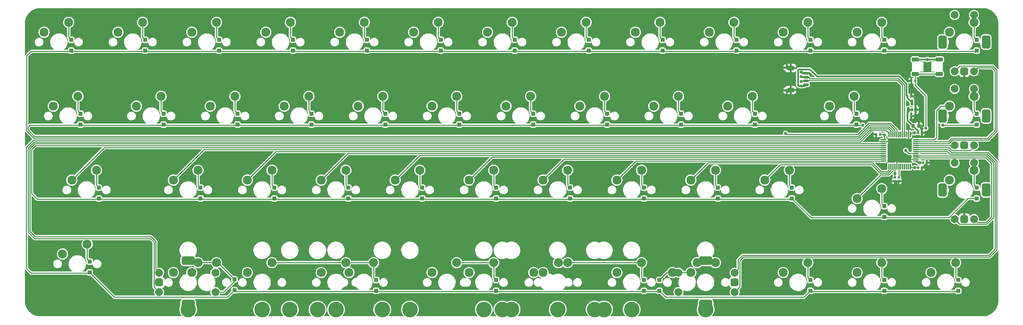
<source format=gbr>
%TF.GenerationSoftware,KiCad,Pcbnew,(7.0.0)*%
%TF.CreationDate,2023-11-25T11:40:03+01:00*%
%TF.ProjectId,Eightu,45696768-7475-42e6-9b69-6361645f7063,rev?*%
%TF.SameCoordinates,Original*%
%TF.FileFunction,Copper,L2,Bot*%
%TF.FilePolarity,Positive*%
%FSLAX46Y46*%
G04 Gerber Fmt 4.6, Leading zero omitted, Abs format (unit mm)*
G04 Created by KiCad (PCBNEW (7.0.0)) date 2023-11-25 11:40:03*
%MOMM*%
%LPD*%
G01*
G04 APERTURE LIST*
G04 Aperture macros list*
%AMRoundRect*
0 Rectangle with rounded corners*
0 $1 Rounding radius*
0 $2 $3 $4 $5 $6 $7 $8 $9 X,Y pos of 4 corners*
0 Add a 4 corners polygon primitive as box body*
4,1,4,$2,$3,$4,$5,$6,$7,$8,$9,$2,$3,0*
0 Add four circle primitives for the rounded corners*
1,1,$1+$1,$2,$3*
1,1,$1+$1,$4,$5*
1,1,$1+$1,$6,$7*
1,1,$1+$1,$8,$9*
0 Add four rect primitives between the rounded corners*
20,1,$1+$1,$2,$3,$4,$5,0*
20,1,$1+$1,$4,$5,$6,$7,0*
20,1,$1+$1,$6,$7,$8,$9,0*
20,1,$1+$1,$8,$9,$2,$3,0*%
G04 Aperture macros list end*
%TA.AperFunction,ComponentPad*%
%ADD10C,2.300000*%
%TD*%
%TA.AperFunction,ComponentPad*%
%ADD11C,4.000000*%
%TD*%
%TA.AperFunction,ComponentPad*%
%ADD12C,2.000000*%
%TD*%
%TA.AperFunction,ComponentPad*%
%ADD13RoundRect,0.500000X-0.500000X-0.500000X0.500000X-0.500000X0.500000X0.500000X-0.500000X0.500000X0*%
%TD*%
%TA.AperFunction,ComponentPad*%
%ADD14RoundRect,0.550000X-1.150000X-0.550000X1.150000X-0.550000X1.150000X0.550000X-1.150000X0.550000X0*%
%TD*%
%TA.AperFunction,ComponentPad*%
%ADD15RoundRect,0.500000X0.500000X0.500000X-0.500000X0.500000X-0.500000X-0.500000X0.500000X-0.500000X0*%
%TD*%
%TA.AperFunction,ComponentPad*%
%ADD16RoundRect,0.550000X1.150000X0.550000X-1.150000X0.550000X-1.150000X-0.550000X1.150000X-0.550000X0*%
%TD*%
%TA.AperFunction,ComponentPad*%
%ADD17RoundRect,0.500000X0.500000X-0.500000X0.500000X0.500000X-0.500000X0.500000X-0.500000X-0.500000X0*%
%TD*%
%TA.AperFunction,ComponentPad*%
%ADD18RoundRect,0.550000X0.550000X-1.150000X0.550000X1.150000X-0.550000X1.150000X-0.550000X-1.150000X0*%
%TD*%
%TA.AperFunction,SMDPad,CuDef*%
%ADD19RoundRect,0.250000X0.300000X-0.300000X0.300000X0.300000X-0.300000X0.300000X-0.300000X-0.300000X0*%
%TD*%
%TA.AperFunction,SMDPad,CuDef*%
%ADD20RoundRect,0.075000X0.075000X-0.662500X0.075000X0.662500X-0.075000X0.662500X-0.075000X-0.662500X0*%
%TD*%
%TA.AperFunction,SMDPad,CuDef*%
%ADD21RoundRect,0.075000X0.662500X-0.075000X0.662500X0.075000X-0.662500X0.075000X-0.662500X-0.075000X0*%
%TD*%
%TA.AperFunction,SMDPad,CuDef*%
%ADD22RoundRect,0.140000X0.140000X0.170000X-0.140000X0.170000X-0.140000X-0.170000X0.140000X-0.170000X0*%
%TD*%
%TA.AperFunction,SMDPad,CuDef*%
%ADD23RoundRect,0.140000X-0.170000X0.140000X-0.170000X-0.140000X0.170000X-0.140000X0.170000X0.140000X0*%
%TD*%
%TA.AperFunction,SMDPad,CuDef*%
%ADD24RoundRect,0.150000X0.625000X-0.150000X0.625000X0.150000X-0.625000X0.150000X-0.625000X-0.150000X0*%
%TD*%
%TA.AperFunction,SMDPad,CuDef*%
%ADD25RoundRect,0.250000X0.650000X-0.350000X0.650000X0.350000X-0.650000X0.350000X-0.650000X-0.350000X0*%
%TD*%
%TA.AperFunction,SMDPad,CuDef*%
%ADD26RoundRect,0.150000X0.150000X-0.587500X0.150000X0.587500X-0.150000X0.587500X-0.150000X-0.587500X0*%
%TD*%
%TA.AperFunction,SMDPad,CuDef*%
%ADD27RoundRect,0.225000X-0.225000X-0.250000X0.225000X-0.250000X0.225000X0.250000X-0.225000X0.250000X0*%
%TD*%
%TA.AperFunction,SMDPad,CuDef*%
%ADD28RoundRect,0.275000X0.625000X0.275000X-0.625000X0.275000X-0.625000X-0.275000X0.625000X-0.275000X0*%
%TD*%
%TA.AperFunction,SMDPad,CuDef*%
%ADD29RoundRect,0.140000X-0.140000X-0.170000X0.140000X-0.170000X0.140000X0.170000X-0.140000X0.170000X0*%
%TD*%
%TA.AperFunction,SMDPad,CuDef*%
%ADD30RoundRect,0.150000X0.275000X-0.150000X0.275000X0.150000X-0.275000X0.150000X-0.275000X-0.150000X0*%
%TD*%
%TA.AperFunction,SMDPad,CuDef*%
%ADD31RoundRect,0.175000X0.225000X-0.175000X0.225000X0.175000X-0.225000X0.175000X-0.225000X-0.175000X0*%
%TD*%
%TA.AperFunction,SMDPad,CuDef*%
%ADD32RoundRect,0.135000X0.135000X0.185000X-0.135000X0.185000X-0.135000X-0.185000X0.135000X-0.185000X0*%
%TD*%
%TA.AperFunction,ViaPad*%
%ADD33C,0.800000*%
%TD*%
%TA.AperFunction,Conductor*%
%ADD34C,0.250000*%
%TD*%
%TA.AperFunction,Conductor*%
%ADD35C,0.381000*%
%TD*%
G04 APERTURE END LIST*
D10*
%TO.P,MX25,1,1*%
%TO.N,COL11*%
X258921250Y-68897500D03*
%TO.P,MX25,2,2*%
%TO.N,Net-(D25-A)*%
X265271250Y-66357500D03*
%TD*%
%TO.P,MX44,1,1*%
%TO.N,COL5*%
X156527500Y-111760000D03*
%TO.P,MX44,2,2*%
%TO.N,Net-(D44-A)*%
X162877500Y-109220000D03*
%TD*%
%TO.P,MX57,1,1*%
%TO.N,COL6*%
X185102500Y-111760000D03*
%TO.P,MX57,2,2*%
%TO.N,Net-(D45-A)*%
X191452500Y-109220000D03*
%TD*%
%TO.P,MX15,1,1*%
%TO.N,COL0*%
X58896250Y-68897500D03*
%TO.P,MX15,2,2*%
%TO.N,Net-(D15-A)*%
X65246250Y-66357500D03*
%TD*%
%TO.P,MX46,1,1*%
%TO.N,R5*%
X218440000Y-111760000D03*
%TO.P,MX46,2,2*%
%TO.N,C5*%
X224790000Y-109220000D03*
%TD*%
%TO.P,MX19,1,1*%
%TO.N,COL4*%
X137477500Y-68897500D03*
%TO.P,MX19,2,2*%
%TO.N,Net-(D19-A)*%
X143827500Y-66357500D03*
%TD*%
%TO.P,MX17,1,1*%
%TO.N,COL2*%
X99377500Y-68897500D03*
%TO.P,MX17,2,2*%
%TO.N,Net-(D17-A)*%
X105727500Y-66357500D03*
%TD*%
%TO.P,MX56,1,1*%
%TO.N,COL6*%
X204152500Y-111760000D03*
%TO.P,MX56,2,2*%
%TO.N,Net-(D45-A)*%
X210502500Y-109220000D03*
%TD*%
%TO.P,MX51,1,1*%
%TO.N,R5*%
X223202500Y-111760000D03*
%TO.P,MX51,2,2*%
%TO.N,C5*%
X229552500Y-109220000D03*
%TD*%
%TO.P,MX49,1,1*%
%TO.N,C1*%
X285115000Y-111760000D03*
%TO.P,MX49,2,2*%
%TO.N,Net-(D49-A)*%
X291465000Y-109220000D03*
%TD*%
%TO.P,MX35,1,1*%
%TO.N,COL7*%
X204152500Y-87947500D03*
%TO.P,MX35,2,2*%
%TO.N,Net-(D35-A)*%
X210502500Y-85407500D03*
%TD*%
%TO.P,MX22,1,1*%
%TO.N,COL7*%
X194627500Y-68897500D03*
%TO.P,MX22,2,2*%
%TO.N,Net-(D22-A)*%
X200977500Y-66357500D03*
%TD*%
%TO.P,MX50,1,1*%
%TO.N,C4*%
X89852500Y-111760000D03*
%TO.P,MX50,2,2*%
%TO.N,R4*%
X96202500Y-109220000D03*
%TD*%
%TO.P,MX41,1,1*%
%TO.N,COL0*%
X61277500Y-106997500D03*
%TO.P,MX41,2,2*%
%TO.N,Net-(D41-A)*%
X67627500Y-104457500D03*
%TD*%
%TO.P,MX54,1,1*%
%TO.N,COL2*%
X135096250Y-111760000D03*
%TO.P,MX54,2,2*%
%TO.N,Net-(D43-A)*%
X141446250Y-109220000D03*
%TD*%
%TO.P,MX48,1,1*%
%TO.N,COL11*%
X266065000Y-111760000D03*
%TO.P,MX48,2,2*%
%TO.N,Net-(D48-A)*%
X272415000Y-109220000D03*
%TD*%
%TO.P,MX34,1,1*%
%TO.N,COL6*%
X185102500Y-87947500D03*
%TO.P,MX34,2,2*%
%TO.N,Net-(D34-A)*%
X191452500Y-85407500D03*
%TD*%
%TO.P,MX45,1,1*%
%TO.N,COL6*%
X185102500Y-111760000D03*
%TO.P,MX45,2,2*%
%TO.N,Net-(D45-A)*%
X191452500Y-109220000D03*
%TD*%
%TO.P,MX5,1,1*%
%TO.N,COL4*%
X132715000Y-49847500D03*
%TO.P,MX5,2,2*%
%TO.N,Net-(D5-A)*%
X139065000Y-47307500D03*
%TD*%
%TO.P,MX21,1,1*%
%TO.N,COL6*%
X175577500Y-68897500D03*
%TO.P,MX21,2,2*%
%TO.N,Net-(D21-A)*%
X181927500Y-66357500D03*
%TD*%
D11*
%TO.P,S2,*%
%TO.N,*%
X200818750Y-121285000D03*
X177006250Y-121285000D03*
%TD*%
D10*
%TO.P,MX26,1,1*%
%TO.N,C1*%
X289877500Y-68897500D03*
%TO.P,MX26,2,2*%
%TO.N,R2*%
X296227500Y-66357500D03*
%TD*%
%TO.P,MX42,1,1*%
%TO.N,C4*%
X94615000Y-111760000D03*
%TO.P,MX42,2,2*%
%TO.N,R4*%
X100965000Y-109220000D03*
%TD*%
D11*
%TO.P,S10,*%
%TO.N,*%
X198437500Y-121285000D03*
X174625000Y-121285000D03*
%TD*%
%TO.P,S3,*%
%TO.N,*%
X227012500Y-121285000D03*
X112712500Y-121285000D03*
%TD*%
D10*
%TO.P,MX12,1,1*%
%TO.N,COL11*%
X266065000Y-49847500D03*
%TO.P,MX12,2,2*%
%TO.N,Net-(D12-A)*%
X272415000Y-47307500D03*
%TD*%
%TO.P,MX36,1,1*%
%TO.N,C5*%
X223202500Y-87947500D03*
%TO.P,MX36,2,2*%
%TO.N,Net-(D36-A)*%
X229552500Y-85407500D03*
%TD*%
%TO.P,MX8,1,1*%
%TO.N,COL7*%
X189865000Y-49847500D03*
%TO.P,MX8,2,2*%
%TO.N,Net-(D8-A)*%
X196215000Y-47307500D03*
%TD*%
%TO.P,MX52,1,1*%
%TO.N,COL2*%
X108902500Y-111760000D03*
%TO.P,MX52,2,2*%
%TO.N,Net-(D43-A)*%
X115252500Y-109220000D03*
%TD*%
%TO.P,MX58,1,1*%
%TO.N,COL6*%
X182721250Y-111760000D03*
%TO.P,MX58,2,2*%
%TO.N,Net-(D45-A)*%
X189071250Y-109220000D03*
%TD*%
D11*
%TO.P,S7,*%
%TO.N,*%
X150812500Y-121285000D03*
X112712500Y-121285000D03*
%TD*%
%TO.P,S1,*%
%TO.N,*%
X143668750Y-121285000D03*
X119856250Y-121285000D03*
%TD*%
D10*
%TO.P,MX31,1,1*%
%TO.N,COL3*%
X127952500Y-87947500D03*
%TO.P,MX31,2,2*%
%TO.N,Net-(D31-A)*%
X134302500Y-85407500D03*
%TD*%
%TO.P,MX38,1,1*%
%TO.N,COL11*%
X266065000Y-92710000D03*
%TO.P,MX38,2,2*%
%TO.N,Net-(D38-A)*%
X272415000Y-90170000D03*
%TD*%
%TO.P,MX53,1,1*%
%TO.N,COL2*%
X127952500Y-111760000D03*
%TO.P,MX53,2,2*%
%TO.N,Net-(D43-A)*%
X134302500Y-109220000D03*
%TD*%
%TO.P,MX18,1,1*%
%TO.N,COL3*%
X118427500Y-68897500D03*
%TO.P,MX18,2,2*%
%TO.N,Net-(D18-A)*%
X124777500Y-66357500D03*
%TD*%
%TO.P,MX32,1,1*%
%TO.N,COL4*%
X147002500Y-87947500D03*
%TO.P,MX32,2,2*%
%TO.N,Net-(D32-A)*%
X153352500Y-85407500D03*
%TD*%
D12*
%TO.P,SW4,A,A*%
%TO.N,ENC_G*%
X86162500Y-111800000D03*
%TO.P,SW4,B,B*%
%TO.N,ENC_H*%
X86162500Y-116800000D03*
D13*
%TO.P,SW4,C,C*%
%TO.N,GND*%
X86162500Y-114300000D03*
D14*
%TO.P,SW4,MP*%
%TO.N,N/C*%
X93662500Y-108700000D03*
X93662500Y-119900000D03*
D12*
%TO.P,SW4,S1,S1*%
%TO.N,R4*%
X100662500Y-116800000D03*
%TO.P,SW4,S2,S2*%
%TO.N,C4*%
X100662500Y-111800000D03*
%TD*%
D10*
%TO.P,MX29,1,1*%
%TO.N,C4*%
X89852500Y-87947500D03*
%TO.P,MX29,2,2*%
%TO.N,Net-(D29-A)*%
X96202500Y-85407500D03*
%TD*%
%TO.P,MX6,1,1*%
%TO.N,COL5*%
X151765000Y-49847500D03*
%TO.P,MX6,2,2*%
%TO.N,Net-(D6-A)*%
X158115000Y-47307500D03*
%TD*%
%TO.P,MX30,1,1*%
%TO.N,COL2*%
X108902500Y-87947500D03*
%TO.P,MX30,2,2*%
%TO.N,Net-(D30-A)*%
X115252500Y-85407500D03*
%TD*%
%TO.P,MX1,1,1*%
%TO.N,COL0*%
X56515000Y-49847500D03*
%TO.P,MX1,2,2*%
%TO.N,Net-(D1-A)*%
X62865000Y-47307500D03*
%TD*%
%TO.P,MX43,1,1*%
%TO.N,COL2*%
X127952500Y-111760000D03*
%TO.P,MX43,2,2*%
%TO.N,Net-(D43-A)*%
X134302500Y-109220000D03*
%TD*%
%TO.P,MX7,1,1*%
%TO.N,COL6*%
X170815000Y-49847500D03*
%TO.P,MX7,2,2*%
%TO.N,Net-(D7-A)*%
X177165000Y-47307500D03*
%TD*%
%TO.P,MX39,1,1*%
%TO.N,C1*%
X289877500Y-87947500D03*
%TO.P,MX39,2,2*%
%TO.N,R3*%
X296227500Y-85407500D03*
%TD*%
%TO.P,MX28,1,1*%
%TO.N,COL0*%
X63658750Y-87947500D03*
%TO.P,MX28,2,2*%
%TO.N,Net-(D28-A)*%
X70008750Y-85407500D03*
%TD*%
D11*
%TO.P,S5,*%
%TO.N,*%
X188912500Y-121285000D03*
X131762500Y-121285000D03*
%TD*%
%TO.P,S4,*%
%TO.N,*%
X207962500Y-121285000D03*
X112712500Y-121285000D03*
%TD*%
D10*
%TO.P,MX37,1,1*%
%TO.N,COL9*%
X242252500Y-87947500D03*
%TO.P,MX37,2,2*%
%TO.N,Net-(D37-A)*%
X248602500Y-85407500D03*
%TD*%
D12*
%TO.P,SW5,A,A*%
%TO.N,ENC_I*%
X234512500Y-116800000D03*
%TO.P,SW5,B,B*%
%TO.N,ENC_J*%
X234512500Y-111800000D03*
D15*
%TO.P,SW5,C,C*%
%TO.N,GND*%
X234512500Y-114300000D03*
D16*
%TO.P,SW5,MP*%
%TO.N,N/C*%
X227012500Y-119900000D03*
X227012500Y-108700000D03*
D12*
%TO.P,SW5,S1,S1*%
%TO.N,R5*%
X220012500Y-111800000D03*
%TO.P,SW5,S2,S2*%
%TO.N,C5*%
X220012500Y-116800000D03*
%TD*%
D10*
%TO.P,MX47,1,1*%
%TO.N,COL9*%
X247015000Y-111760000D03*
%TO.P,MX47,2,2*%
%TO.N,Net-(D47-A)*%
X253365000Y-109220000D03*
%TD*%
%TO.P,MX20,1,1*%
%TO.N,COL5*%
X156527500Y-68897500D03*
%TO.P,MX20,2,2*%
%TO.N,Net-(D20-A)*%
X162877500Y-66357500D03*
%TD*%
%TO.P,MX16,1,1*%
%TO.N,C4*%
X80327500Y-68897500D03*
%TO.P,MX16,2,2*%
%TO.N,Net-(D16-A)*%
X86677500Y-66357500D03*
%TD*%
%TO.P,MX11,1,1*%
%TO.N,COL10*%
X247015000Y-49847500D03*
%TO.P,MX11,2,2*%
%TO.N,Net-(D11-A)*%
X253365000Y-47307500D03*
%TD*%
%TO.P,MX3,1,1*%
%TO.N,COL2*%
X94615000Y-49847500D03*
%TO.P,MX3,2,2*%
%TO.N,Net-(D3-A)*%
X100965000Y-47307500D03*
%TD*%
D11*
%TO.P,S8,*%
%TO.N,*%
X207962500Y-121285000D03*
X169862500Y-121285000D03*
%TD*%
%TO.P,S9,*%
%TO.N,*%
X150812500Y-121285000D03*
X127000000Y-121285000D03*
%TD*%
D10*
%TO.P,MX33,1,1*%
%TO.N,COL5*%
X166052500Y-87947500D03*
%TO.P,MX33,2,2*%
%TO.N,Net-(D33-A)*%
X172402500Y-85407500D03*
%TD*%
D12*
%TO.P,SW2,A,A*%
%TO.N,ENC_C*%
X291187500Y-78937500D03*
%TO.P,SW2,B,B*%
%TO.N,ENC_D*%
X296187500Y-78937500D03*
D17*
%TO.P,SW2,C,C*%
%TO.N,GND*%
X293687500Y-78937500D03*
D18*
%TO.P,SW2,MP*%
%TO.N,N/C*%
X288087500Y-71437500D03*
X299287500Y-71437500D03*
D12*
%TO.P,SW2,S1,S1*%
%TO.N,R2*%
X296187500Y-64437500D03*
%TO.P,SW2,S2,S2*%
%TO.N,C1*%
X291187500Y-64437500D03*
%TD*%
%TO.P,SW3,A,A*%
%TO.N,ENC_E*%
X291187500Y-97987500D03*
%TO.P,SW3,B,B*%
%TO.N,ENC_F*%
X296187500Y-97987500D03*
D17*
%TO.P,SW3,C,C*%
%TO.N,GND*%
X293687500Y-97987500D03*
D18*
%TO.P,SW3,MP*%
%TO.N,N/C*%
X288087500Y-90487500D03*
X299287500Y-90487500D03*
D12*
%TO.P,SW3,S1,S1*%
%TO.N,R3*%
X296187500Y-83487500D03*
%TO.P,SW3,S2,S2*%
%TO.N,C1*%
X291187500Y-83487500D03*
%TD*%
D10*
%TO.P,MX23,1,1*%
%TO.N,C5*%
X213677500Y-68897500D03*
%TO.P,MX23,2,2*%
%TO.N,Net-(D23-A)*%
X220027500Y-66357500D03*
%TD*%
D11*
%TO.P,S6,*%
%TO.N,*%
X227012500Y-121285000D03*
X93662500Y-121285000D03*
%TD*%
D10*
%TO.P,MX10,1,1*%
%TO.N,COL9*%
X227965000Y-49847500D03*
%TO.P,MX10,2,2*%
%TO.N,Net-(D10-A)*%
X234315000Y-47307500D03*
%TD*%
D12*
%TO.P,SW1,A,A*%
%TO.N,ENC_A*%
X291187500Y-59887500D03*
%TO.P,SW1,B,B*%
%TO.N,ENC_B*%
X296187500Y-59887500D03*
D17*
%TO.P,SW1,C,C*%
%TO.N,GND*%
X293687500Y-59887500D03*
D18*
%TO.P,SW1,MP*%
%TO.N,N/C*%
X288087500Y-52387500D03*
X299287500Y-52387500D03*
D12*
%TO.P,SW1,S1,S1*%
%TO.N,R1*%
X296187500Y-45387500D03*
%TO.P,SW1,S2,S2*%
%TO.N,C1*%
X291187500Y-45387500D03*
%TD*%
D10*
%TO.P,MX4,1,1*%
%TO.N,COL3*%
X113665000Y-49847500D03*
%TO.P,MX4,2,2*%
%TO.N,Net-(D4-A)*%
X120015000Y-47307500D03*
%TD*%
%TO.P,MX9,1,1*%
%TO.N,C5*%
X208915000Y-49847500D03*
%TO.P,MX9,2,2*%
%TO.N,Net-(D9-A)*%
X215265000Y-47307500D03*
%TD*%
%TO.P,MX13,1,1*%
%TO.N,C1*%
X289877500Y-49847500D03*
%TO.P,MX13,2,2*%
%TO.N,R1*%
X296227500Y-47307500D03*
%TD*%
%TO.P,MX24,1,1*%
%TO.N,COL9*%
X232727500Y-68897500D03*
%TO.P,MX24,2,2*%
%TO.N,Net-(D24-A)*%
X239077500Y-66357500D03*
%TD*%
%TO.P,MX55,1,1*%
%TO.N,COL5*%
X166052500Y-111760000D03*
%TO.P,MX55,2,2*%
%TO.N,Net-(D44-A)*%
X172402500Y-109220000D03*
%TD*%
%TO.P,MX2,1,1*%
%TO.N,C4*%
X75565000Y-49847500D03*
%TO.P,MX2,2,2*%
%TO.N,Net-(D2-A)*%
X81915000Y-47307500D03*
%TD*%
D19*
%TO.P,D23,1,K*%
%TO.N,ROW1*%
X220662500Y-73631250D03*
%TO.P,D23,2,A*%
%TO.N,Net-(D23-A)*%
X220662500Y-70831250D03*
%TD*%
D20*
%TO.P,U1,1,VBAT*%
%TO.N,+3V3*%
X279768750Y-84462500D03*
%TO.P,U1,2,PC13*%
%TO.N,unconnected-(U1-PC13-Pad2)*%
X279268750Y-84462500D03*
%TO.P,U1,3,PC14*%
%TO.N,unconnected-(U1-PC14-Pad3)*%
X278768750Y-84462500D03*
%TO.P,U1,4,PC15*%
%TO.N,unconnected-(U1-PC15-Pad4)*%
X278268750Y-84462500D03*
%TO.P,U1,5,PF0*%
%TO.N,unconnected-(U1-PF0-Pad5)*%
X277768750Y-84462500D03*
%TO.P,U1,6,PF1*%
%TO.N,unconnected-(U1-PF1-Pad6)*%
X277268750Y-84462500D03*
%TO.P,U1,7,NRST*%
%TO.N,NRST*%
X276768750Y-84462500D03*
%TO.P,U1,8,VSSA*%
%TO.N,GND*%
X276268750Y-84462500D03*
%TO.P,U1,9,VDDA*%
%TO.N,+3V3*%
X275768750Y-84462500D03*
%TO.P,U1,10,PA0*%
%TO.N,COL11*%
X275268750Y-84462500D03*
%TO.P,U1,11,PA1*%
%TO.N,COL9*%
X274768750Y-84462500D03*
%TO.P,U1,12,PA2*%
%TO.N,C5*%
X274268750Y-84462500D03*
D21*
%TO.P,U1,13,PA3*%
%TO.N,COL7*%
X272856250Y-83050000D03*
%TO.P,U1,14,PA4*%
%TO.N,COL6*%
X272856250Y-82550000D03*
%TO.P,U1,15,PA5*%
%TO.N,COL5*%
X272856250Y-82050000D03*
%TO.P,U1,16,PA6*%
%TO.N,COL4*%
X272856250Y-81550000D03*
%TO.P,U1,17,PA7*%
%TO.N,COL3*%
X272856250Y-81050000D03*
%TO.P,U1,18,PB0*%
%TO.N,COL2*%
X272856250Y-80550000D03*
%TO.P,U1,19,PB1*%
%TO.N,C4*%
X272856250Y-80050000D03*
%TO.P,U1,20,PB2*%
%TO.N,COL0*%
X272856250Y-79550000D03*
%TO.P,U1,21,PB10*%
%TO.N,ROW2*%
X272856250Y-79050000D03*
%TO.P,U1,22,PB11*%
%TO.N,ENC_G*%
X272856250Y-78550000D03*
%TO.P,U1,23,VSS*%
%TO.N,GND*%
X272856250Y-78050000D03*
%TO.P,U1,24,VDD*%
%TO.N,+3V3*%
X272856250Y-77550000D03*
D20*
%TO.P,U1,25,PB12*%
%TO.N,ENC_H*%
X274268750Y-76137500D03*
%TO.P,U1,26,PB13*%
%TO.N,ROW3*%
X274768750Y-76137500D03*
%TO.P,U1,27,PB14*%
%TO.N,ROW0*%
X275268750Y-76137500D03*
%TO.P,U1,28,PB15*%
%TO.N,ROW1*%
X275768750Y-76137500D03*
%TO.P,U1,29,PA8*%
%TO.N,COL10*%
X276268750Y-76137500D03*
%TO.P,U1,30,PA9*%
%TO.N,unconnected-(U1-PA9-Pad30)*%
X276768750Y-76137500D03*
%TO.P,U1,31,PA10*%
%TO.N,unconnected-(U1-PA10-Pad31)*%
X277268750Y-76137500D03*
%TO.P,U1,32,PA11*%
%TO.N,D_N*%
X277768750Y-76137500D03*
%TO.P,U1,33,PA12*%
%TO.N,D_P*%
X278268750Y-76137500D03*
%TO.P,U1,34,PA13*%
%TO.N,unconnected-(U1-PA13-Pad34)*%
X278768750Y-76137500D03*
%TO.P,U1,35,VSS*%
%TO.N,GND*%
X279268750Y-76137500D03*
%TO.P,U1,36,VDDIO2*%
%TO.N,+3V3*%
X279768750Y-76137500D03*
D21*
%TO.P,U1,37,PA14*%
%TO.N,C1*%
X281181250Y-77550000D03*
%TO.P,U1,38,PA15*%
%TO.N,ENC_B*%
X281181250Y-78050000D03*
%TO.P,U1,39,PB3*%
%TO.N,ENC_A*%
X281181250Y-78550000D03*
%TO.P,U1,40,PB4*%
%TO.N,ENC_C*%
X281181250Y-79050000D03*
%TO.P,U1,41,PB5*%
%TO.N,ENC_D*%
X281181250Y-79550000D03*
%TO.P,U1,42,PB6*%
%TO.N,ENC_I*%
X281181250Y-80050000D03*
%TO.P,U1,43,PB7*%
%TO.N,ENC_J*%
X281181250Y-80550000D03*
%TO.P,U1,44,BOOT0*%
%TO.N,BOOT0*%
X281181250Y-81050000D03*
%TO.P,U1,45,PB8*%
%TO.N,ENC_E*%
X281181250Y-81550000D03*
%TO.P,U1,46,PB9*%
%TO.N,ENC_F*%
X281181250Y-82050000D03*
%TO.P,U1,47,VSS*%
%TO.N,GND*%
X281181250Y-82550000D03*
%TO.P,U1,48,VDD*%
%TO.N,+3V3*%
X281181250Y-83050000D03*
%TD*%
D22*
%TO.P,C3,1*%
%TO.N,+3V3*%
X271962500Y-76200000D03*
%TO.P,C3,2*%
%TO.N,GND*%
X271002500Y-76200000D03*
%TD*%
D19*
%TO.P,D29,1,K*%
%TO.N,ROW2*%
X96837500Y-92681250D03*
%TO.P,D29,2,A*%
%TO.N,Net-(D29-A)*%
X96837500Y-89881250D03*
%TD*%
%TO.P,D5,1,K*%
%TO.N,ROW0*%
X139700000Y-54581250D03*
%TO.P,D5,2,A*%
%TO.N,Net-(D5-A)*%
X139700000Y-51781250D03*
%TD*%
D23*
%TO.P,C7,1*%
%TO.N,NRST*%
X276765057Y-87278459D03*
%TO.P,C7,2*%
%TO.N,GND*%
X276765057Y-88238459D03*
%TD*%
D19*
%TO.P,D32,1,K*%
%TO.N,ROW2*%
X153987500Y-92681250D03*
%TO.P,D32,2,A*%
%TO.N,Net-(D32-A)*%
X153987500Y-89881250D03*
%TD*%
%TO.P,D1,1,K*%
%TO.N,ROW0*%
X63500000Y-54581250D03*
%TO.P,D1,2,A*%
%TO.N,Net-(D1-A)*%
X63500000Y-51781250D03*
%TD*%
%TO.P,D4,1,K*%
%TO.N,ROW0*%
X120650000Y-54581250D03*
%TO.P,D4,2,A*%
%TO.N,Net-(D4-A)*%
X120650000Y-51781250D03*
%TD*%
%TO.P,D15,1,K*%
%TO.N,ROW1*%
X65881250Y-73631250D03*
%TO.P,D15,2,A*%
%TO.N,Net-(D15-A)*%
X65881250Y-70831250D03*
%TD*%
%TO.P,D12,1,K*%
%TO.N,ROW0*%
X273050000Y-54581250D03*
%TO.P,D12,2,A*%
%TO.N,Net-(D12-A)*%
X273050000Y-51781250D03*
%TD*%
%TO.P,D31,1,K*%
%TO.N,ROW2*%
X134937500Y-92681250D03*
%TO.P,D31,2,A*%
%TO.N,Net-(D31-A)*%
X134937500Y-89881250D03*
%TD*%
D24*
%TO.P,J1,1,Pin_1*%
%TO.N,+5V*%
X252825000Y-63412500D03*
%TO.P,J1,2,Pin_2*%
%TO.N,D_N*%
X252825000Y-62412500D03*
%TO.P,J1,3,Pin_3*%
%TO.N,D_P*%
X252825000Y-61412500D03*
%TO.P,J1,4,Pin_4*%
%TO.N,GND*%
X252825000Y-60412500D03*
D25*
%TO.P,J1,MP,MountPin*%
X248950000Y-64712500D03*
X248950000Y-59112500D03*
%TD*%
D19*
%TO.P,D9,1,K*%
%TO.N,ROW0*%
X215900000Y-54581250D03*
%TO.P,D9,2,A*%
%TO.N,Net-(D9-A)*%
X215900000Y-51781250D03*
%TD*%
%TO.P,D44,1,K*%
%TO.N,ROW3*%
X173037500Y-116493750D03*
%TO.P,D44,2,A*%
%TO.N,Net-(D44-A)*%
X173037500Y-113693750D03*
%TD*%
%TO.P,D7,1,K*%
%TO.N,ROW0*%
X177800000Y-54581250D03*
%TO.P,D7,2,A*%
%TO.N,Net-(D7-A)*%
X177800000Y-51781250D03*
%TD*%
%TO.P,D36,1,K*%
%TO.N,ROW2*%
X230187500Y-92681250D03*
%TO.P,D36,2,A*%
%TO.N,Net-(D36-A)*%
X230187500Y-89881250D03*
%TD*%
%TO.P,D26,1,K*%
%TO.N,ROW1*%
X296862500Y-73631250D03*
%TO.P,D26,2,A*%
%TO.N,R2*%
X296862500Y-70831250D03*
%TD*%
D22*
%TO.P,C9,1*%
%TO.N,GND*%
X279990000Y-71437500D03*
%TO.P,C9,2*%
%TO.N,+3V3*%
X279030000Y-71437500D03*
%TD*%
D19*
%TO.P,D47,1,K*%
%TO.N,ROW3*%
X254000000Y-116493750D03*
%TO.P,D47,2,A*%
%TO.N,Net-(D47-A)*%
X254000000Y-113693750D03*
%TD*%
D26*
%TO.P,U2,1,GND*%
%TO.N,GND*%
X281143750Y-69850000D03*
%TO.P,U2,2,VO*%
%TO.N,+3V3*%
X279243750Y-69850000D03*
%TO.P,U2,3,VI*%
%TO.N,+5V*%
X280193750Y-67975000D03*
%TD*%
D19*
%TO.P,D17,1,K*%
%TO.N,ROW1*%
X106362500Y-73631250D03*
%TO.P,D17,2,A*%
%TO.N,Net-(D17-A)*%
X106362500Y-70831250D03*
%TD*%
%TO.P,D45,1,K*%
%TO.N,ROW3*%
X211137500Y-116493750D03*
%TO.P,D45,2,A*%
%TO.N,Net-(D45-A)*%
X211137500Y-113693750D03*
%TD*%
%TO.P,D37,1,K*%
%TO.N,ROW2*%
X249237500Y-92681250D03*
%TO.P,D37,2,A*%
%TO.N,Net-(D37-A)*%
X249237500Y-89881250D03*
%TD*%
%TO.P,D43,1,K*%
%TO.N,ROW3*%
X142081250Y-116493750D03*
%TO.P,D43,2,A*%
%TO.N,Net-(D43-A)*%
X142081250Y-113693750D03*
%TD*%
%TO.P,D33,1,K*%
%TO.N,ROW2*%
X173037500Y-92681250D03*
%TO.P,D33,2,A*%
%TO.N,Net-(D33-A)*%
X173037500Y-89881250D03*
%TD*%
D27*
%TO.P,C6,1*%
%TO.N,+3V3*%
X280412500Y-73950000D03*
%TO.P,C6,2*%
%TO.N,GND*%
X281962500Y-73950000D03*
%TD*%
D28*
%TO.P,SW6,1,1*%
%TO.N,+3V3*%
X287262500Y-56887500D03*
X281062500Y-56887500D03*
%TO.P,SW6,2,2*%
%TO.N,BOOT0*%
X287262500Y-60587500D03*
X281062500Y-60587500D03*
%TD*%
D19*
%TO.P,D30,1,K*%
%TO.N,ROW2*%
X115887500Y-92681250D03*
%TO.P,D30,2,A*%
%TO.N,Net-(D30-A)*%
X115887500Y-89881250D03*
%TD*%
%TO.P,D20,1,K*%
%TO.N,ROW1*%
X163512500Y-73631250D03*
%TO.P,D20,2,A*%
%TO.N,Net-(D20-A)*%
X163512500Y-70831250D03*
%TD*%
%TO.P,D2,1,K*%
%TO.N,ROW0*%
X82550000Y-54581250D03*
%TO.P,D2,2,A*%
%TO.N,Net-(D2-A)*%
X82550000Y-51781250D03*
%TD*%
%TO.P,D3,1,K*%
%TO.N,ROW0*%
X101600000Y-54581250D03*
%TO.P,D3,2,A*%
%TO.N,Net-(D3-A)*%
X101600000Y-51781250D03*
%TD*%
%TO.P,D21,1,K*%
%TO.N,ROW1*%
X182562500Y-73631250D03*
%TO.P,D21,2,A*%
%TO.N,Net-(D21-A)*%
X182562500Y-70831250D03*
%TD*%
D22*
%TO.P,C8,1*%
%TO.N,GND*%
X279990000Y-66315654D03*
%TO.P,C8,2*%
%TO.N,+5V*%
X279030000Y-66315654D03*
%TD*%
D29*
%TO.P,C5,1*%
%TO.N,+3V3*%
X283036827Y-83475000D03*
%TO.P,C5,2*%
%TO.N,GND*%
X283996827Y-83475000D03*
%TD*%
D23*
%TO.P,C2,1*%
%TO.N,+3V3*%
X275768435Y-87277500D03*
%TO.P,C2,2*%
%TO.N,GND*%
X275768435Y-88237500D03*
%TD*%
D19*
%TO.P,D49,1,K*%
%TO.N,ROW3*%
X292100000Y-116493750D03*
%TO.P,D49,2,A*%
%TO.N,Net-(D49-A)*%
X292100000Y-113693750D03*
%TD*%
D30*
%TO.P,J2,1,Pin_1*%
%TO.N,+5V*%
X251685197Y-63712500D03*
%TO.P,J2,2,Pin_2*%
%TO.N,D_N*%
X251685197Y-62512500D03*
%TO.P,J2,3,Pin_3*%
%TO.N,D_P*%
X251685197Y-61312500D03*
%TO.P,J2,4,Pin_4*%
%TO.N,GND*%
X251685197Y-60112500D03*
D31*
%TO.P,J2,MP,MountPin*%
X247910197Y-64862500D03*
X247910197Y-58962500D03*
%TD*%
D19*
%TO.P,D6,1,K*%
%TO.N,ROW0*%
X158750000Y-54581250D03*
%TO.P,D6,2,A*%
%TO.N,Net-(D6-A)*%
X158750000Y-51781250D03*
%TD*%
D32*
%TO.P,R1,1*%
%TO.N,BOOT0*%
X281019995Y-62376265D03*
%TO.P,R1,2*%
%TO.N,GND*%
X279999995Y-62376265D03*
%TD*%
D29*
%TO.P,C4,1*%
%TO.N,+3V3*%
X281791298Y-75737500D03*
%TO.P,C4,2*%
%TO.N,GND*%
X282751298Y-75737500D03*
%TD*%
%TO.P,C1,1*%
%TO.N,+3V3*%
X281791298Y-84761185D03*
%TO.P,C1,2*%
%TO.N,GND*%
X282751298Y-84761185D03*
%TD*%
D19*
%TO.P,D42,1,K*%
%TO.N,ROW3*%
X105568750Y-116306250D03*
%TO.P,D42,2,A*%
%TO.N,R4*%
X105568750Y-113506250D03*
%TD*%
%TO.P,D8,1,K*%
%TO.N,ROW0*%
X196850000Y-54581250D03*
%TO.P,D8,2,A*%
%TO.N,Net-(D8-A)*%
X196850000Y-51781250D03*
%TD*%
%TO.P,D25,1,K*%
%TO.N,ROW1*%
X265906250Y-73631250D03*
%TO.P,D25,2,A*%
%TO.N,Net-(D25-A)*%
X265906250Y-70831250D03*
%TD*%
%TO.P,D48,1,K*%
%TO.N,ROW3*%
X273050000Y-116493750D03*
%TO.P,D48,2,A*%
%TO.N,Net-(D48-A)*%
X273050000Y-113693750D03*
%TD*%
%TO.P,D19,1,K*%
%TO.N,ROW1*%
X144462500Y-73631250D03*
%TO.P,D19,2,A*%
%TO.N,Net-(D19-A)*%
X144462500Y-70831250D03*
%TD*%
%TO.P,D16,1,K*%
%TO.N,ROW1*%
X87312500Y-73631250D03*
%TO.P,D16,2,A*%
%TO.N,Net-(D16-A)*%
X87312500Y-70831250D03*
%TD*%
%TO.P,D24,1,K*%
%TO.N,ROW1*%
X239712500Y-73631250D03*
%TO.P,D24,2,A*%
%TO.N,Net-(D24-A)*%
X239712500Y-70831250D03*
%TD*%
%TO.P,D38,1,K*%
%TO.N,ROW2*%
X273050000Y-97443750D03*
%TO.P,D38,2,A*%
%TO.N,Net-(D38-A)*%
X273050000Y-94643750D03*
%TD*%
%TO.P,D46,1,K*%
%TO.N,ROW3*%
X215106250Y-116493750D03*
%TO.P,D46,2,A*%
%TO.N,R5*%
X215106250Y-113693750D03*
%TD*%
%TO.P,D13,1,K*%
%TO.N,ROW0*%
X296862500Y-54581250D03*
%TO.P,D13,2,A*%
%TO.N,R1*%
X296862500Y-51781250D03*
%TD*%
%TO.P,D35,1,K*%
%TO.N,ROW2*%
X211137500Y-92681250D03*
%TO.P,D35,2,A*%
%TO.N,Net-(D35-A)*%
X211137500Y-89881250D03*
%TD*%
%TO.P,D41,1,K*%
%TO.N,ROW3*%
X68262500Y-111731250D03*
%TO.P,D41,2,A*%
%TO.N,Net-(D41-A)*%
X68262500Y-108931250D03*
%TD*%
%TO.P,D34,1,K*%
%TO.N,ROW2*%
X192087500Y-92681250D03*
%TO.P,D34,2,A*%
%TO.N,Net-(D34-A)*%
X192087500Y-89881250D03*
%TD*%
%TO.P,D28,1,K*%
%TO.N,ROW2*%
X70643750Y-92681250D03*
%TO.P,D28,2,A*%
%TO.N,Net-(D28-A)*%
X70643750Y-89881250D03*
%TD*%
%TO.P,D10,1,K*%
%TO.N,ROW0*%
X234950000Y-54581250D03*
%TO.P,D10,2,A*%
%TO.N,Net-(D10-A)*%
X234950000Y-51781250D03*
%TD*%
%TO.P,D18,1,K*%
%TO.N,ROW1*%
X125412500Y-73631250D03*
%TO.P,D18,2,A*%
%TO.N,Net-(D18-A)*%
X125412500Y-70831250D03*
%TD*%
%TO.P,D11,1,K*%
%TO.N,ROW0*%
X254000000Y-54581250D03*
%TO.P,D11,2,A*%
%TO.N,Net-(D11-A)*%
X254000000Y-51781250D03*
%TD*%
%TO.P,D22,1,K*%
%TO.N,ROW1*%
X201612500Y-73631250D03*
%TO.P,D22,2,A*%
%TO.N,Net-(D22-A)*%
X201612500Y-70831250D03*
%TD*%
%TO.P,D39,1,K*%
%TO.N,ROW2*%
X296862500Y-92681250D03*
%TO.P,D39,2,A*%
%TO.N,R3*%
X296862500Y-89881250D03*
%TD*%
D33*
%TO.N,ROW1*%
X267493750Y-73818750D03*
X288131250Y-73818750D03*
%TO.N,COL10*%
X247595380Y-75918771D03*
%TO.N,GND*%
X280903870Y-66314604D03*
X282575000Y-69850000D03*
X282751298Y-74738798D03*
X283778293Y-84752081D03*
X269875000Y-76200000D03*
X279995956Y-63374119D03*
X277018750Y-80300000D03*
X276224893Y-89176406D03*
X254175142Y-61020740D03*
%TO.N,+3V3*%
X280193750Y-69850000D03*
X280896267Y-84763460D03*
X273050000Y-76331250D03*
X284162500Y-56887500D03*
X282220741Y-83471931D03*
X275765769Y-86259193D03*
X280763953Y-75738238D03*
%TO.N,BOOT0*%
X283731485Y-74543250D03*
X278606250Y-80300000D03*
%TD*%
D34*
%TO.N,ROW0*%
X177975150Y-54756400D02*
X196674850Y-54756400D01*
X296687350Y-54756400D02*
X296862500Y-54581250D01*
X82725150Y-54756400D02*
X101424850Y-54756400D01*
X196850000Y-54581250D02*
X197025150Y-54756400D01*
X254000000Y-54581250D02*
X254175150Y-54756400D01*
X196674850Y-54756400D02*
X196850000Y-54581250D01*
X53831621Y-77121712D02*
X266582996Y-77121712D01*
X139524850Y-54756400D02*
X139700000Y-54581250D01*
X158750000Y-54581250D02*
X158925150Y-54756400D01*
X234950000Y-54581250D02*
X235125150Y-54756400D01*
X269502208Y-74202500D02*
X274273331Y-74202500D01*
X216075150Y-54756400D02*
X234774850Y-54756400D01*
X177624850Y-54756400D02*
X177800000Y-54581250D01*
X101775150Y-54756400D02*
X120474850Y-54756400D01*
X272874850Y-54756400D02*
X273050000Y-54581250D01*
X158574850Y-54756400D02*
X158750000Y-54581250D01*
X63500000Y-54581250D02*
X63675150Y-54756400D01*
X139875150Y-54756400D02*
X158574850Y-54756400D01*
X215724850Y-54756400D02*
X215900000Y-54581250D01*
X234774850Y-54756400D02*
X234950000Y-54581250D01*
X63500000Y-54581250D02*
X63312500Y-54768750D01*
X63312500Y-54768750D02*
X53181250Y-54768750D01*
X273050000Y-54581250D02*
X273225150Y-54756400D01*
X51987931Y-75278022D02*
X53831621Y-77121712D01*
X82374850Y-54756400D02*
X82550000Y-54581250D01*
X139700000Y-54581250D02*
X139875150Y-54756400D01*
X274273331Y-74202500D02*
X275268750Y-75197919D01*
X63675150Y-54756400D02*
X82374850Y-54756400D01*
X273225150Y-54756400D02*
X296687350Y-54756400D01*
X101424850Y-54756400D02*
X101600000Y-54581250D01*
X120825150Y-54756400D02*
X139524850Y-54756400D01*
X53181250Y-54768750D02*
X51987931Y-55962069D01*
X235125150Y-54756400D02*
X253824850Y-54756400D01*
X215900000Y-54581250D02*
X216075150Y-54756400D01*
X51987931Y-55962069D02*
X51987931Y-75278022D01*
X253824850Y-54756400D02*
X254000000Y-54581250D01*
X101600000Y-54581250D02*
X101775150Y-54756400D01*
X177800000Y-54581250D02*
X177975150Y-54756400D01*
X275268750Y-75197919D02*
X275268750Y-76137500D01*
X120474850Y-54756400D02*
X120650000Y-54581250D01*
X197025150Y-54756400D02*
X215724850Y-54756400D01*
X254175150Y-54756400D02*
X272874850Y-54756400D01*
X120650000Y-54581250D02*
X120825150Y-54756400D01*
X158925150Y-54756400D02*
X177624850Y-54756400D01*
X266582996Y-77121712D02*
X269502208Y-74202500D01*
X82550000Y-54581250D02*
X82725150Y-54756400D01*
%TO.N,Net-(D1-A)*%
X62865000Y-51146250D02*
X63500000Y-51781250D01*
X62865000Y-47307500D02*
X62865000Y-51146250D01*
%TO.N,Net-(D2-A)*%
X81915000Y-51146250D02*
X82550000Y-51781250D01*
X81915000Y-47307500D02*
X81915000Y-51146250D01*
%TO.N,Net-(D3-A)*%
X100965000Y-47307500D02*
X100965000Y-51146250D01*
X100965000Y-51146250D02*
X101600000Y-51781250D01*
%TO.N,Net-(D4-A)*%
X120015000Y-47307500D02*
X120015000Y-51146250D01*
X120015000Y-51146250D02*
X120650000Y-51781250D01*
%TO.N,Net-(D5-A)*%
X139065000Y-47307500D02*
X139065000Y-51146250D01*
X139065000Y-51146250D02*
X139700000Y-51781250D01*
%TO.N,Net-(D6-A)*%
X158115000Y-47307500D02*
X158115000Y-51146250D01*
X158115000Y-51146250D02*
X158750000Y-51781250D01*
%TO.N,Net-(D7-A)*%
X177165000Y-51146250D02*
X177800000Y-51781250D01*
X177165000Y-47307500D02*
X177165000Y-51146250D01*
%TO.N,ROW1*%
X265906250Y-73631250D02*
X266093750Y-73818750D01*
X163337350Y-73806400D02*
X163512500Y-73631250D01*
X266093750Y-73818750D02*
X267493750Y-73818750D01*
X144462500Y-73631250D02*
X144637650Y-73806400D01*
X220487350Y-73806400D02*
X220662500Y-73631250D01*
X269315812Y-73752500D02*
X274459727Y-73752500D01*
X239537350Y-73806400D02*
X239712500Y-73631250D01*
X106187350Y-73806400D02*
X106362500Y-73631250D01*
X182737650Y-73806400D02*
X201437350Y-73806400D01*
X239887650Y-73806400D02*
X265731100Y-73806400D01*
X266425041Y-76643271D02*
X269315812Y-73752500D01*
X201612500Y-73631250D02*
X201787650Y-73806400D01*
X106362500Y-73631250D02*
X106537650Y-73806400D01*
X265906250Y-73631250D02*
X266081400Y-73806400D01*
X52437931Y-75091626D02*
X53989576Y-76643271D01*
X125587650Y-73806400D02*
X144287350Y-73806400D01*
X275768750Y-75061523D02*
X275768750Y-76137500D01*
X87487650Y-73806400D02*
X106187350Y-73806400D01*
X87312500Y-73631250D02*
X87487650Y-73806400D01*
X106537650Y-73806400D02*
X125237350Y-73806400D01*
X52847957Y-73806400D02*
X52437931Y-74216426D01*
X144287350Y-73806400D02*
X144462500Y-73631250D01*
X163512500Y-73631250D02*
X163687650Y-73806400D01*
X65706100Y-73806400D02*
X52847957Y-73806400D01*
X53989576Y-76643271D02*
X266425041Y-76643271D01*
X288131250Y-73818750D02*
X296675000Y-73818750D01*
X182562500Y-73631250D02*
X182737650Y-73806400D01*
X220837650Y-73806400D02*
X239537350Y-73806400D01*
X87137350Y-73806400D02*
X87312500Y-73631250D01*
X296675000Y-73818750D02*
X296862500Y-73631250D01*
X65881250Y-73631250D02*
X66056400Y-73806400D01*
X125412500Y-73631250D02*
X125587650Y-73806400D01*
X65881250Y-73631250D02*
X65706100Y-73806400D01*
X201437350Y-73806400D02*
X201612500Y-73631250D01*
X182387350Y-73806400D02*
X182562500Y-73631250D01*
X66056400Y-73806400D02*
X87137350Y-73806400D01*
X125237350Y-73806400D02*
X125412500Y-73631250D01*
X52437931Y-74216426D02*
X52437931Y-75091626D01*
X239712500Y-73631250D02*
X239887650Y-73806400D01*
X274459727Y-73752500D02*
X275768750Y-75061523D01*
X201787650Y-73806400D02*
X220487350Y-73806400D01*
X265731100Y-73806400D02*
X265906250Y-73631250D01*
X144637650Y-73806400D02*
X163337350Y-73806400D01*
X163687650Y-73806400D02*
X182387350Y-73806400D01*
X220662500Y-73631250D02*
X220837650Y-73806400D01*
%TO.N,Net-(D8-A)*%
X196215000Y-51146250D02*
X196850000Y-51781250D01*
X196215000Y-47307500D02*
X196215000Y-51146250D01*
%TO.N,Net-(D9-A)*%
X215265000Y-47307500D02*
X215265000Y-51146250D01*
X215265000Y-51146250D02*
X215900000Y-51781250D01*
%TO.N,Net-(D10-A)*%
X234315000Y-51146250D02*
X234950000Y-51781250D01*
X234315000Y-47307500D02*
X234315000Y-51146250D01*
%TO.N,Net-(D11-A)*%
X253365000Y-51146250D02*
X254000000Y-51781250D01*
X253365000Y-47307500D02*
X253365000Y-51146250D01*
%TO.N,Net-(D12-A)*%
X272415000Y-47307500D02*
X272415000Y-51146250D01*
X272415000Y-51146250D02*
X273050000Y-51781250D01*
%TO.N,R1*%
X296187500Y-45387500D02*
X296187500Y-47267500D01*
X296187500Y-47267500D02*
X296227500Y-47307500D01*
X296227500Y-47307500D02*
X296227500Y-51146250D01*
X296227500Y-51146250D02*
X296862500Y-51781250D01*
%TO.N,ROW2*%
X254175150Y-97618900D02*
X272874850Y-97618900D01*
X289718750Y-97630277D02*
X289718750Y-97582417D01*
X96662350Y-92856400D02*
X96837500Y-92681250D01*
X211137500Y-92681250D02*
X211312650Y-92856400D01*
X273236527Y-97630277D02*
X289718750Y-97630277D01*
X192262650Y-92856400D02*
X210962350Y-92856400D01*
X54768750Y-92868750D02*
X53321022Y-91421022D01*
X172862350Y-92856400D02*
X173037500Y-92681250D01*
X272874850Y-97618900D02*
X273050000Y-97443750D01*
X210962350Y-92856400D02*
X211137500Y-92681250D01*
X53321022Y-80033186D02*
X54304208Y-79050000D01*
X116062650Y-92856400D02*
X134762350Y-92856400D01*
X153812350Y-92856400D02*
X153987500Y-92681250D01*
X289718750Y-97582417D02*
X294619917Y-92681250D01*
X115887500Y-92681250D02*
X116062650Y-92856400D01*
X70643750Y-92681250D02*
X70456250Y-92868750D01*
X134937500Y-92681250D02*
X135112650Y-92856400D01*
X173212650Y-92856400D02*
X191912350Y-92856400D01*
X249062350Y-92856400D02*
X249237500Y-92681250D01*
X70456250Y-92868750D02*
X54768750Y-92868750D01*
X230362650Y-92856400D02*
X249062350Y-92856400D01*
X54304208Y-79050000D02*
X272856250Y-79050000D01*
X154162650Y-92856400D02*
X172862350Y-92856400D01*
X191912350Y-92856400D02*
X192087500Y-92681250D01*
X115712350Y-92856400D02*
X115887500Y-92681250D01*
X249237500Y-92681250D02*
X254175150Y-97618900D01*
X97012650Y-92856400D02*
X115712350Y-92856400D01*
X96837500Y-92681250D02*
X97012650Y-92856400D01*
X192087500Y-92681250D02*
X192262650Y-92856400D01*
X230012350Y-92856400D02*
X230187500Y-92681250D01*
X273050000Y-97443750D02*
X273236527Y-97630277D01*
X134762350Y-92856400D02*
X134937500Y-92681250D01*
X230187500Y-92681250D02*
X230362650Y-92856400D01*
X211312650Y-92856400D02*
X230012350Y-92856400D01*
X70643750Y-92681250D02*
X70818900Y-92856400D01*
X173037500Y-92681250D02*
X173212650Y-92856400D01*
X296862500Y-92681250D02*
X297037650Y-92856400D01*
X70818900Y-92856400D02*
X96662350Y-92856400D01*
X53321022Y-91421022D02*
X53321022Y-80033186D01*
X153987500Y-92681250D02*
X154162650Y-92856400D01*
X135112650Y-92856400D02*
X153812350Y-92856400D01*
X294619917Y-92681250D02*
X296862500Y-92681250D01*
%TO.N,Net-(D15-A)*%
X65246250Y-70196250D02*
X65881250Y-70831250D01*
X65246250Y-66357500D02*
X65246250Y-70196250D01*
%TO.N,Net-(D16-A)*%
X86677500Y-66357500D02*
X86677500Y-70196250D01*
X86677500Y-70196250D02*
X87312500Y-70831250D01*
%TO.N,Net-(D17-A)*%
X105727500Y-70196250D02*
X106362500Y-70831250D01*
X105727500Y-66357500D02*
X105727500Y-70196250D01*
%TO.N,Net-(D18-A)*%
X124777500Y-66357500D02*
X124777500Y-70196250D01*
X124777500Y-70196250D02*
X125412500Y-70831250D01*
%TO.N,Net-(D19-A)*%
X143827500Y-70196250D02*
X144462500Y-70831250D01*
X143827500Y-66357500D02*
X143827500Y-70196250D01*
%TO.N,Net-(D20-A)*%
X162877500Y-70196250D02*
X163512500Y-70831250D01*
X162877500Y-66357500D02*
X162877500Y-70196250D01*
%TO.N,Net-(D21-A)*%
X181927500Y-70196250D02*
X182562500Y-70831250D01*
X181927500Y-66357500D02*
X181927500Y-70196250D01*
%TO.N,ROW3*%
X53835035Y-77609985D02*
X51971022Y-79473998D01*
X291924850Y-116668900D02*
X292100000Y-116493750D01*
X142081250Y-116493750D02*
X142256400Y-116668900D01*
X272874850Y-116668900D02*
X273050000Y-116493750D01*
X215106250Y-116493750D02*
X216737500Y-118125000D01*
X266731119Y-77609985D02*
X53835035Y-77609985D01*
X53168900Y-111906400D02*
X68087350Y-111906400D01*
X51971022Y-79473998D02*
X51971022Y-110708522D01*
X210962350Y-116668900D02*
X211137500Y-116493750D01*
X274086935Y-74652500D02*
X269688604Y-74652500D01*
X173037500Y-116493750D02*
X173212650Y-116668900D01*
X273225150Y-116668900D02*
X291924850Y-116668900D01*
X68262500Y-111731250D02*
X74656250Y-118125000D01*
X269688604Y-74652500D02*
X266731119Y-77609985D01*
X252368750Y-118125000D02*
X254000000Y-116493750D01*
X254175150Y-116668900D02*
X272874850Y-116668900D01*
X173212650Y-116668900D02*
X210962350Y-116668900D01*
X214924505Y-116675495D02*
X215106250Y-116493750D01*
X142256400Y-116668900D02*
X172862350Y-116668900D01*
X68087350Y-111906400D02*
X68262500Y-111731250D01*
X105931400Y-116668900D02*
X141906100Y-116668900D01*
X254000000Y-116493750D02*
X254175150Y-116668900D01*
X103750000Y-118125000D02*
X105568750Y-116306250D01*
X105568750Y-116306250D02*
X105931400Y-116668900D01*
X172862350Y-116668900D02*
X173037500Y-116493750D01*
X141906100Y-116668900D02*
X142081250Y-116493750D01*
X274768750Y-75334315D02*
X274086935Y-74652500D01*
X211319245Y-116675495D02*
X214924505Y-116675495D01*
X273050000Y-116493750D02*
X273225150Y-116668900D01*
X216737500Y-118125000D02*
X252368750Y-118125000D01*
X211137500Y-116493750D02*
X211319245Y-116675495D01*
X74656250Y-118125000D02*
X103750000Y-118125000D01*
X51971022Y-110708522D02*
X53168900Y-111906400D01*
X274768750Y-76137500D02*
X274768750Y-75334315D01*
%TO.N,Net-(D22-A)*%
X200977500Y-70196250D02*
X201612500Y-70831250D01*
X200977500Y-66357500D02*
X200977500Y-70196250D01*
%TO.N,Net-(D23-A)*%
X220027500Y-66357500D02*
X220027500Y-70196250D01*
X220027500Y-70196250D02*
X220662500Y-70831250D01*
%TO.N,Net-(D24-A)*%
X239077500Y-70196250D02*
X239712500Y-70831250D01*
X239077500Y-66357500D02*
X239077500Y-70196250D01*
%TO.N,Net-(D25-A)*%
X265271250Y-66357500D02*
X265271250Y-70196250D01*
X265271250Y-70196250D02*
X265906250Y-70831250D01*
%TO.N,R2*%
X296227500Y-66357500D02*
X296227500Y-70196250D01*
X296187500Y-66317500D02*
X296227500Y-66357500D01*
X296227500Y-70196250D02*
X296862500Y-70831250D01*
X296187500Y-64437500D02*
X296187500Y-66317500D01*
%TO.N,Net-(D28-A)*%
X70008750Y-85407500D02*
X70008750Y-89246250D01*
X70008750Y-89246250D02*
X70643750Y-89881250D01*
%TO.N,Net-(D29-A)*%
X96202500Y-85407500D02*
X96202500Y-89246250D01*
X96202500Y-89246250D02*
X96837500Y-89881250D01*
%TO.N,Net-(D30-A)*%
X115252500Y-89246250D02*
X115887500Y-89881250D01*
X115252500Y-85407500D02*
X115252500Y-89246250D01*
%TO.N,Net-(D31-A)*%
X134302500Y-89246250D02*
X134937500Y-89881250D01*
X134302500Y-85407500D02*
X134302500Y-89246250D01*
%TO.N,Net-(D32-A)*%
X153352500Y-89246250D02*
X153987500Y-89881250D01*
X153352500Y-85407500D02*
X153352500Y-89246250D01*
%TO.N,Net-(D33-A)*%
X172402500Y-85407500D02*
X172402500Y-89246250D01*
X172402500Y-89246250D02*
X173037500Y-89881250D01*
%TO.N,Net-(D34-A)*%
X191452500Y-89246250D02*
X192087500Y-89881250D01*
X191452500Y-85407500D02*
X191452500Y-89246250D01*
%TO.N,Net-(D35-A)*%
X210502500Y-85407500D02*
X210502500Y-89246250D01*
X210502500Y-89246250D02*
X211137500Y-89881250D01*
%TO.N,Net-(D36-A)*%
X229552500Y-89246250D02*
X230187500Y-89881250D01*
X229552500Y-85407500D02*
X229552500Y-89246250D01*
%TO.N,Net-(D37-A)*%
X248602500Y-85407500D02*
X248602500Y-89246250D01*
X248602500Y-89246250D02*
X249237500Y-89881250D01*
%TO.N,Net-(D38-A)*%
X272415000Y-90170000D02*
X272415000Y-94008750D01*
X272415000Y-94008750D02*
X273050000Y-94643750D01*
%TO.N,R3*%
X296227500Y-89246250D02*
X296862500Y-89881250D01*
X296187500Y-85367500D02*
X296227500Y-85407500D01*
X296187500Y-83487500D02*
X296187500Y-85367500D01*
X296227500Y-85407500D02*
X296227500Y-89246250D01*
%TO.N,Net-(D41-A)*%
X67627500Y-104457500D02*
X67627500Y-108296250D01*
X67627500Y-108296250D02*
X68262500Y-108931250D01*
%TO.N,R4*%
X100965000Y-109220000D02*
X101282500Y-109220000D01*
X96202500Y-109220000D02*
X100965000Y-109220000D01*
X101282500Y-109220000D02*
X105568750Y-113506250D01*
X102772767Y-116800000D02*
X105568750Y-114004017D01*
X100662500Y-116800000D02*
X102772767Y-116800000D01*
X105568750Y-114004017D02*
X105568750Y-113506250D01*
%TO.N,Net-(D43-A)*%
X141446250Y-113058750D02*
X142081250Y-113693750D01*
X134302500Y-109220000D02*
X141446250Y-109220000D01*
X141446250Y-109220000D02*
X141446250Y-113058750D01*
X115252500Y-109220000D02*
X134302500Y-109220000D01*
%TO.N,Net-(D44-A)*%
X172402500Y-109220000D02*
X172402500Y-113058750D01*
X172402500Y-113058750D02*
X173037500Y-113693750D01*
X162877500Y-109220000D02*
X172402500Y-109220000D01*
%TO.N,Net-(D45-A)*%
X210502500Y-113058750D02*
X211137500Y-113693750D01*
X210502500Y-109220000D02*
X210502500Y-113058750D01*
X189071250Y-109220000D02*
X210502500Y-109220000D01*
%TO.N,R5*%
X218440000Y-111760000D02*
X223202500Y-111760000D01*
X217040000Y-111760000D02*
X215106250Y-113693750D01*
X218440000Y-111760000D02*
X217040000Y-111760000D01*
%TO.N,Net-(D47-A)*%
X253365000Y-109220000D02*
X253365000Y-113058750D01*
X253365000Y-113058750D02*
X254000000Y-113693750D01*
%TO.N,Net-(D48-A)*%
X272415000Y-113058750D02*
X273050000Y-113693750D01*
X272415000Y-109220000D02*
X272415000Y-113058750D01*
%TO.N,Net-(D49-A)*%
X291465000Y-113058750D02*
X292100000Y-113693750D01*
X291465000Y-109220000D02*
X291465000Y-113058750D01*
%TO.N,COL0*%
X63658750Y-87947500D02*
X72056250Y-79550000D01*
X72056250Y-79550000D02*
X272856250Y-79550000D01*
%TO.N,C4*%
X97750000Y-80050000D02*
X272856250Y-80050000D01*
X89852500Y-87947500D02*
X97750000Y-80050000D01*
%TO.N,COL2*%
X116300000Y-80550000D02*
X272856250Y-80550000D01*
X108902500Y-87947500D02*
X116300000Y-80550000D01*
%TO.N,COL3*%
X272856250Y-81050000D02*
X134850000Y-81050000D01*
X134850000Y-81050000D02*
X127952500Y-87947500D01*
%TO.N,COL4*%
X147002500Y-87947500D02*
X153400000Y-81550000D01*
X153400000Y-81550000D02*
X272856250Y-81550000D01*
%TO.N,COL5*%
X171950000Y-82050000D02*
X272856250Y-82050000D01*
X166052500Y-87947500D02*
X171950000Y-82050000D01*
%TO.N,COL6*%
X272856250Y-82550000D02*
X190500000Y-82550000D01*
X190500000Y-82550000D02*
X185102500Y-87947500D01*
%TO.N,COL7*%
X272838750Y-83032500D02*
X272856250Y-83050000D01*
X204152500Y-87947500D02*
X209067500Y-83032500D01*
X209067500Y-83032500D02*
X272838750Y-83032500D01*
%TO.N,C5*%
X270013750Y-83482500D02*
X272256250Y-85725000D01*
X227012500Y-84137500D02*
X227667500Y-83482500D01*
X227667500Y-83482500D02*
X258762500Y-83482500D01*
X264318750Y-83482500D02*
X265093896Y-83482500D01*
X274268750Y-85300000D02*
X274268750Y-84462500D01*
X258762500Y-83482500D02*
X264318750Y-83482500D01*
X273843750Y-85725000D02*
X274268750Y-85300000D01*
X272256250Y-85725000D02*
X273050000Y-85725000D01*
X264318750Y-83482500D02*
X266838750Y-83482500D01*
X223202500Y-87947500D02*
X227012500Y-84137500D01*
X273050000Y-85725000D02*
X273843750Y-85725000D01*
X266838750Y-83482500D02*
X270013750Y-83482500D01*
%TO.N,COL9*%
X242252500Y-87947500D02*
X246267500Y-83932500D01*
X272069854Y-86175000D02*
X274030146Y-86175000D01*
X274030146Y-86175000D02*
X274768750Y-85436396D01*
X274768750Y-85436396D02*
X274768750Y-84462500D01*
X269827354Y-83932500D02*
X272069854Y-86175000D01*
X246267500Y-83932500D02*
X269827354Y-83932500D01*
%TO.N,COL10*%
X276268750Y-76137500D02*
X276268750Y-74925127D01*
X266257114Y-76174802D02*
X251081031Y-76174802D01*
X269129416Y-73302500D02*
X266257114Y-76174802D01*
X276268750Y-74925127D02*
X274646123Y-73302500D01*
X274646123Y-73302500D02*
X269129416Y-73302500D01*
X250031250Y-76174802D02*
X251081031Y-76174802D01*
X250031250Y-76174802D02*
X247851411Y-76174802D01*
X247851411Y-76174802D02*
X247595380Y-75918771D01*
%TO.N,COL11*%
X274216542Y-86625000D02*
X275268750Y-85572792D01*
X272150000Y-86625000D02*
X274216542Y-86625000D01*
X275268750Y-85572792D02*
X275268750Y-84462500D01*
X266065000Y-92710000D02*
X272150000Y-86625000D01*
%TO.N,C1*%
X287690063Y-68897500D02*
X289877500Y-68897500D01*
X286543750Y-70043813D02*
X287690063Y-68897500D01*
X281181250Y-77550000D02*
X285987500Y-77550000D01*
X286543750Y-76993750D02*
X286543750Y-70043813D01*
X285987500Y-77550000D02*
X286543750Y-76993750D01*
%TO.N,ENC_A*%
X302075000Y-75367054D02*
X302075000Y-59619854D01*
X299829554Y-77612500D02*
X302075000Y-75367054D01*
X301017646Y-58562500D02*
X292512500Y-58562500D01*
X290638667Y-77612500D02*
X299829554Y-77612500D01*
X302075000Y-59619854D02*
X301017646Y-58562500D01*
X281181250Y-78550000D02*
X289701167Y-78550000D01*
X292512500Y-58562500D02*
X291187500Y-59887500D01*
X289701167Y-78550000D02*
X290638667Y-77612500D01*
%TO.N,ENC_B*%
X289564771Y-78050000D02*
X281181250Y-78050000D01*
X299643158Y-77162500D02*
X290452271Y-77162500D01*
X300831250Y-59012500D02*
X301625000Y-59806250D01*
X301625000Y-59806250D02*
X301625000Y-75180658D01*
X297062500Y-59012500D02*
X300831250Y-59012500D01*
X301625000Y-75180658D02*
X299643158Y-77162500D01*
X296187500Y-59887500D02*
X297062500Y-59012500D01*
X290452271Y-77162500D02*
X289564771Y-78050000D01*
%TO.N,GND*%
X279268750Y-82550000D02*
X277018750Y-80300000D01*
X281181250Y-82550000D02*
X279268750Y-82550000D01*
X276268750Y-81050000D02*
X277018750Y-80300000D01*
D35*
X283769189Y-84761185D02*
X283778293Y-84752081D01*
X282751298Y-74738798D02*
X282751298Y-75737500D01*
X276225000Y-89176299D02*
X276224893Y-89176406D01*
D34*
X274768750Y-78050000D02*
X277018750Y-80300000D01*
D35*
X276764098Y-88237500D02*
X276765057Y-88238459D01*
X251985197Y-60412500D02*
X252825000Y-60412500D01*
D34*
X280902820Y-66315654D02*
X280903870Y-66314604D01*
X276268750Y-84462500D02*
X276268750Y-81050000D01*
D35*
X276225000Y-88237500D02*
X276764098Y-88237500D01*
D34*
X281143750Y-69850000D02*
X282575000Y-69850000D01*
X279999995Y-62376265D02*
X279999995Y-63370080D01*
D35*
X271002500Y-76200000D02*
X269875000Y-76200000D01*
D34*
X248800000Y-58962500D02*
X248950000Y-59112500D01*
X279999995Y-63370080D02*
X279995956Y-63374119D01*
D35*
X251685197Y-60112500D02*
X251985197Y-60412500D01*
D34*
X279990000Y-66315654D02*
X280902820Y-66315654D01*
X272856250Y-78050000D02*
X274768750Y-78050000D01*
D35*
X275768435Y-88237500D02*
X276225000Y-88237500D01*
D34*
X247910197Y-58962500D02*
X248800000Y-58962500D01*
X279268750Y-78050000D02*
X277018750Y-80300000D01*
D35*
X252825000Y-60412500D02*
X253566902Y-60412500D01*
X253566902Y-60412500D02*
X254175142Y-61020740D01*
X281962500Y-73950000D02*
X282751298Y-74738798D01*
X282810882Y-84761185D02*
X282751298Y-84761185D01*
D34*
X247910197Y-64862500D02*
X248800000Y-64862500D01*
D35*
X283996827Y-83575240D02*
X282810882Y-84761185D01*
D34*
X279268750Y-76137500D02*
X279268750Y-78050000D01*
X248800000Y-64862500D02*
X248950000Y-64712500D01*
D35*
X283996827Y-83475000D02*
X283996827Y-83575240D01*
X276225000Y-88237500D02*
X276225000Y-89176299D01*
X282751298Y-84761185D02*
X283769189Y-84761185D01*
D34*
%TO.N,ENC_C*%
X291187500Y-78937500D02*
X291075000Y-79050000D01*
X291075000Y-79050000D02*
X281181250Y-79050000D01*
%TO.N,ENC_D*%
X295275000Y-80362500D02*
X296187500Y-79450000D01*
X290512500Y-80362500D02*
X295275000Y-80362500D01*
X281181250Y-79550000D02*
X289700000Y-79550000D01*
X289700000Y-79550000D02*
X290512500Y-80362500D01*
X296187500Y-79450000D02*
X296187500Y-78937500D01*
%TO.N,ENC_E*%
X282192646Y-81550000D02*
X281181250Y-81550000D01*
X301162500Y-97580146D02*
X301162500Y-83444854D01*
X292512500Y-99312500D02*
X299430146Y-99312500D01*
X282355146Y-81712500D02*
X282192646Y-81550000D01*
X291187500Y-97987500D02*
X292512500Y-99312500D01*
X299430146Y-81712500D02*
X282355146Y-81712500D01*
X299430146Y-99312500D02*
X301162500Y-97580146D01*
X301162500Y-83444854D02*
X299430146Y-81712500D01*
%TO.N,ENC_F*%
X282056250Y-82050000D02*
X281181250Y-82050000D01*
X297062500Y-98862500D02*
X299243750Y-98862500D01*
X296187500Y-97987500D02*
X297062500Y-98862500D01*
X300712500Y-83631250D02*
X299243750Y-82162500D01*
X300712500Y-97393750D02*
X300712500Y-83631250D01*
X299243750Y-98862500D02*
X300712500Y-97393750D01*
X299243750Y-82162500D02*
X282168750Y-82162500D01*
X282168750Y-82162500D02*
X282056250Y-82050000D01*
%TO.N,ENC_G*%
X84118896Y-102532500D02*
X54230548Y-102532500D01*
X52871022Y-101172974D02*
X52871022Y-79846790D01*
X54167812Y-78550000D02*
X272856250Y-78550000D01*
X52871022Y-79846790D02*
X54167812Y-78550000D01*
X85287500Y-110925000D02*
X85287500Y-103701104D01*
X86162500Y-111800000D02*
X85287500Y-110925000D01*
X85287500Y-103701104D02*
X84118896Y-102532500D01*
X54230548Y-102532500D02*
X52871022Y-101172974D01*
%TO.N,ENC_H*%
X53991746Y-78089670D02*
X266887830Y-78089670D01*
X86162500Y-116800000D02*
X84837500Y-115475000D01*
X269875000Y-75102500D02*
X273408750Y-75102500D01*
X84837500Y-115475000D02*
X84837500Y-103887500D01*
X266887830Y-78089670D02*
X269875000Y-75102500D01*
X274268750Y-75962500D02*
X274268750Y-76137500D01*
X273408750Y-75102500D02*
X274268750Y-75962500D01*
X84837500Y-103887500D02*
X83932500Y-102982500D01*
X83932500Y-102982500D02*
X54044152Y-102982500D01*
X52421022Y-79660394D02*
X53991746Y-78089670D01*
X52421022Y-101359370D02*
X52421022Y-79660394D01*
X54044152Y-102982500D02*
X52421022Y-101359370D01*
%TO.N,ENC_I*%
X302062500Y-83072062D02*
X299802938Y-80812500D01*
X300223896Y-107745000D02*
X302062500Y-105906396D01*
X299802938Y-80812500D02*
X290326104Y-80812500D01*
X235837500Y-108650000D02*
X236742500Y-107745000D01*
X236742500Y-107745000D02*
X300223896Y-107745000D01*
X234512500Y-116800000D02*
X235837500Y-115475000D01*
X290326104Y-80812500D02*
X289563604Y-80050000D01*
X235837500Y-115475000D02*
X235837500Y-108650000D01*
X289563604Y-80050000D02*
X281181250Y-80050000D01*
X302062500Y-105906396D02*
X302062500Y-83072062D01*
%TO.N,ENC_J*%
X281181250Y-80550000D02*
X289306250Y-80550000D01*
X235387500Y-108463604D02*
X235387500Y-110925000D01*
X301612500Y-105720000D02*
X300037500Y-107295000D01*
X290018750Y-81262500D02*
X299616542Y-81262500D01*
X235387500Y-110925000D02*
X234512500Y-111800000D01*
X236556104Y-107295000D02*
X235387500Y-108463604D01*
X289306250Y-80550000D02*
X290018750Y-81262500D01*
X299616542Y-81262500D02*
X301612500Y-83258458D01*
X300037500Y-107295000D02*
X236556104Y-107295000D01*
X301612500Y-83258458D02*
X301612500Y-105720000D01*
D35*
%TO.N,+3V3*%
X279030000Y-72567500D02*
X280412500Y-73950000D01*
X279030000Y-71642500D02*
X279030000Y-71437500D01*
D34*
X283036827Y-83475000D02*
X282223810Y-83475000D01*
X275765769Y-86259193D02*
X275765769Y-84465481D01*
D35*
X281062500Y-56887500D02*
X287262500Y-56887500D01*
X281791298Y-75737500D02*
X281791298Y-75328798D01*
X279243750Y-69850000D02*
X279030000Y-70063750D01*
D34*
X273050000Y-76331250D02*
X273050000Y-77356250D01*
X275768435Y-87277500D02*
X275768435Y-86261859D01*
X280069710Y-84763460D02*
X279768750Y-84462500D01*
X275765769Y-84465481D02*
X275768750Y-84462500D01*
X280898542Y-84761185D02*
X280896267Y-84763460D01*
X280168012Y-75738238D02*
X279768750Y-76137500D01*
X281603181Y-83471931D02*
X281181250Y-83050000D01*
X273050000Y-77356250D02*
X272856250Y-77550000D01*
D35*
X281791298Y-75328798D02*
X280412500Y-73950000D01*
X279243750Y-69850000D02*
X280193750Y-69850000D01*
D34*
X282223810Y-83475000D02*
X282220741Y-83471931D01*
X275768435Y-86261859D02*
X275765769Y-86259193D01*
X280763953Y-75738238D02*
X280168012Y-75738238D01*
X281791298Y-84761185D02*
X280898542Y-84761185D01*
X281791298Y-75737500D02*
X280764691Y-75737500D01*
X272918750Y-76200000D02*
X273050000Y-76331250D01*
X280764691Y-75737500D02*
X280763953Y-75738238D01*
X271962500Y-76200000D02*
X272918750Y-76200000D01*
X280896267Y-84763460D02*
X280069710Y-84763460D01*
X282220741Y-83471931D02*
X281603181Y-83471931D01*
D35*
X279030000Y-71437500D02*
X279030000Y-72567500D01*
X279030000Y-70063750D02*
X279030000Y-71437500D01*
D34*
%TO.N,NRST*%
X276765057Y-84466193D02*
X276768750Y-84462500D01*
X276765057Y-87278459D02*
X276765057Y-84466193D01*
D35*
%TO.N,+5V*%
X252525000Y-63712500D02*
X252825000Y-63412500D01*
X251685197Y-63712500D02*
X251037500Y-63712500D01*
X279030000Y-66315654D02*
X279030000Y-66811250D01*
X250825000Y-63500000D02*
X250825000Y-59531250D01*
X253890750Y-59422000D02*
X255698490Y-61229740D01*
X250934250Y-59422000D02*
X253890750Y-59422000D01*
X250825000Y-59531250D02*
X250934250Y-59422000D01*
X251685197Y-63712500D02*
X252525000Y-63712500D01*
X255698490Y-61229740D02*
X276863914Y-61229740D01*
X279030000Y-66811250D02*
X280193750Y-67975000D01*
X276863914Y-61229740D02*
X278784250Y-63150076D01*
X251037500Y-63712500D02*
X250825000Y-63500000D01*
X278784250Y-63150076D02*
X278784250Y-66069904D01*
X278784250Y-66069904D02*
X279030000Y-66315654D01*
D34*
%TO.N,D_N*%
X253747670Y-62195240D02*
X276463990Y-62195240D01*
X253530410Y-62412500D02*
X253747670Y-62195240D01*
X251685197Y-62512500D02*
X251785197Y-62412500D01*
X252825000Y-62412500D02*
X253530410Y-62412500D01*
X251785197Y-62412500D02*
X252825000Y-62412500D01*
X277768750Y-63500000D02*
X277768750Y-76137500D01*
X276463990Y-62195240D02*
X277768750Y-63500000D01*
%TO.N,D_P*%
X253500000Y-61412500D02*
X253832740Y-61745240D01*
X251785197Y-61412500D02*
X252825000Y-61412500D01*
X278268750Y-63363604D02*
X278268750Y-76137500D01*
X253832740Y-61745240D02*
X276650386Y-61745240D01*
X276650386Y-61745240D02*
X278268750Y-63363604D01*
X252825000Y-61412500D02*
X253500000Y-61412500D01*
%TO.N,BOOT0*%
X283731485Y-74543250D02*
X283731485Y-66243985D01*
X281019995Y-60630005D02*
X281062500Y-60587500D01*
X281019995Y-62376265D02*
X281019995Y-60630005D01*
X283731485Y-66243985D02*
X281019995Y-63532495D01*
X281181250Y-81050000D02*
X279356250Y-81050000D01*
X281062500Y-60587500D02*
X287262500Y-60587500D01*
X279356250Y-81050000D02*
X278606250Y-80300000D01*
X281019995Y-63532495D02*
X281019995Y-62376265D01*
%TD*%
%TA.AperFunction,Conductor*%
%TO.N,GND*%
G36*
X71507627Y-79477438D02*
G01*
X71511863Y-79482599D01*
X71512517Y-79489244D01*
X71509370Y-79495132D01*
X64344512Y-86659988D01*
X64338038Y-86663236D01*
X64330907Y-86661970D01*
X64243827Y-86614846D01*
X64243828Y-86614846D01*
X64243406Y-86614618D01*
X64242958Y-86614464D01*
X64242953Y-86614462D01*
X64016492Y-86536718D01*
X64016483Y-86536715D01*
X64016047Y-86536566D01*
X64015583Y-86536488D01*
X64015581Y-86536488D01*
X63779417Y-86497079D01*
X63779413Y-86497078D01*
X63778942Y-86497000D01*
X63538558Y-86497000D01*
X63538087Y-86497078D01*
X63538082Y-86497079D01*
X63301918Y-86536488D01*
X63301913Y-86536489D01*
X63301453Y-86536566D01*
X63301019Y-86536714D01*
X63301007Y-86536718D01*
X63074546Y-86614462D01*
X63074537Y-86614465D01*
X63074094Y-86614618D01*
X63073675Y-86614844D01*
X63073672Y-86614846D01*
X62863106Y-86728798D01*
X62863096Y-86728804D01*
X62862683Y-86729028D01*
X62862306Y-86729321D01*
X62862302Y-86729324D01*
X62673368Y-86876377D01*
X62673363Y-86876381D01*
X62672986Y-86876675D01*
X62672661Y-86877027D01*
X62672661Y-86877028D01*
X62510499Y-87053182D01*
X62510492Y-87053190D01*
X62510179Y-87053531D01*
X62509920Y-87053927D01*
X62509918Y-87053930D01*
X62378965Y-87254367D01*
X62378962Y-87254372D01*
X62378701Y-87254772D01*
X62378507Y-87255213D01*
X62378506Y-87255216D01*
X62282334Y-87474466D01*
X62282140Y-87474909D01*
X62282023Y-87475367D01*
X62282023Y-87475370D01*
X62224203Y-87703700D01*
X62223130Y-87707937D01*
X62223091Y-87708400D01*
X62223090Y-87708410D01*
X62203318Y-87947029D01*
X62203279Y-87947500D01*
X62203318Y-87947971D01*
X62223090Y-88186589D01*
X62223091Y-88186597D01*
X62223130Y-88187063D01*
X62223246Y-88187523D01*
X62223247Y-88187526D01*
X62256319Y-88318126D01*
X62282140Y-88420091D01*
X62378701Y-88640228D01*
X62510179Y-88841469D01*
X62510497Y-88841814D01*
X62510499Y-88841817D01*
X62551826Y-88886710D01*
X62672986Y-89018325D01*
X62862683Y-89165972D01*
X63074094Y-89280382D01*
X63157188Y-89308908D01*
X63269250Y-89347379D01*
X63301453Y-89358434D01*
X63538558Y-89398000D01*
X63778461Y-89398000D01*
X63778942Y-89398000D01*
X64016047Y-89358434D01*
X64243406Y-89280382D01*
X64454817Y-89165972D01*
X64644514Y-89018325D01*
X64807321Y-88841469D01*
X64938799Y-88640228D01*
X65035360Y-88420091D01*
X65094370Y-88187063D01*
X65114221Y-87947500D01*
X65094370Y-87707937D01*
X65035360Y-87474909D01*
X65033995Y-87471798D01*
X64946353Y-87271996D01*
X64945582Y-87265249D01*
X64948750Y-87259246D01*
X66800496Y-85407500D01*
X68553279Y-85407500D01*
X68553318Y-85407971D01*
X68573090Y-85646589D01*
X68573091Y-85646597D01*
X68573130Y-85647063D01*
X68573246Y-85647523D01*
X68573247Y-85647526D01*
X68586610Y-85700295D01*
X68632140Y-85880091D01*
X68728701Y-86100228D01*
X68860179Y-86301469D01*
X69022986Y-86478325D01*
X69212683Y-86625972D01*
X69424094Y-86740382D01*
X69424547Y-86740537D01*
X69424546Y-86740537D01*
X69575484Y-86792354D01*
X69581109Y-86796549D01*
X69583250Y-86803231D01*
X69583250Y-89178857D01*
X69583250Y-89313643D01*
X69583529Y-89314501D01*
X69593447Y-89345028D01*
X69593868Y-89346783D01*
X69596295Y-89362104D01*
X69599031Y-89379376D01*
X69599440Y-89380180D01*
X69599441Y-89380181D01*
X69614014Y-89408782D01*
X69614704Y-89410449D01*
X69624621Y-89440971D01*
X69624622Y-89440974D01*
X69624901Y-89441831D01*
X69625430Y-89442559D01*
X69625431Y-89442561D01*
X69644297Y-89468527D01*
X69645240Y-89470066D01*
X69651608Y-89482565D01*
X69660222Y-89499470D01*
X69660861Y-89500109D01*
X69660862Y-89500110D01*
X69789882Y-89629130D01*
X69793250Y-89637262D01*
X69793250Y-90224352D01*
X69803873Y-90312814D01*
X69804142Y-90313498D01*
X69804143Y-90313499D01*
X69859100Y-90452861D01*
X69859102Y-90452865D01*
X69859389Y-90453592D01*
X69859860Y-90454214D01*
X69859863Y-90454218D01*
X69925483Y-90540750D01*
X69950828Y-90574172D01*
X69951456Y-90574648D01*
X70070781Y-90665136D01*
X70070783Y-90665137D01*
X70071408Y-90665611D01*
X70212186Y-90721127D01*
X70300648Y-90731750D01*
X70986516Y-90731750D01*
X70986852Y-90731750D01*
X71075314Y-90721127D01*
X71216092Y-90665611D01*
X71336672Y-90574172D01*
X71401674Y-90488452D01*
X71407320Y-90484454D01*
X71414241Y-90484419D01*
X71419929Y-90488362D01*
X71422323Y-90494856D01*
X71429611Y-90647857D01*
X71429612Y-90647866D01*
X71429638Y-90648404D01*
X71429764Y-90648926D01*
X71429766Y-90648935D01*
X71478304Y-90849009D01*
X71480313Y-90857290D01*
X71480539Y-90857786D01*
X71480541Y-90857790D01*
X71569378Y-91052317D01*
X71569382Y-91052324D01*
X71569604Y-91052810D01*
X71694284Y-91227899D01*
X71694679Y-91228276D01*
X71694682Y-91228279D01*
X71768922Y-91299066D01*
X71849847Y-91376227D01*
X71850310Y-91376525D01*
X71850312Y-91376526D01*
X71869257Y-91388701D01*
X72030670Y-91492435D01*
X72230218Y-91572322D01*
X72441278Y-91613000D01*
X72602095Y-91613000D01*
X72602368Y-91613000D01*
X72762721Y-91597688D01*
X72968959Y-91537131D01*
X73160009Y-91438638D01*
X73328967Y-91305768D01*
X73469726Y-91143324D01*
X73577198Y-90957177D01*
X73647500Y-90754054D01*
X73678089Y-90541297D01*
X73672964Y-90433703D01*
X87453161Y-90433703D01*
X87453187Y-90434248D01*
X87453187Y-90434249D01*
X87463361Y-90647857D01*
X87463362Y-90647866D01*
X87463388Y-90648404D01*
X87463514Y-90648926D01*
X87463516Y-90648935D01*
X87512054Y-90849009D01*
X87514063Y-90857290D01*
X87514289Y-90857786D01*
X87514291Y-90857790D01*
X87603128Y-91052317D01*
X87603132Y-91052324D01*
X87603354Y-91052810D01*
X87728034Y-91227899D01*
X87728429Y-91228276D01*
X87728432Y-91228279D01*
X87802672Y-91299066D01*
X87883597Y-91376227D01*
X87884060Y-91376525D01*
X87884062Y-91376526D01*
X87903007Y-91388701D01*
X88064420Y-91492435D01*
X88263968Y-91572322D01*
X88475028Y-91613000D01*
X88635845Y-91613000D01*
X88636118Y-91613000D01*
X88796471Y-91597688D01*
X89002709Y-91537131D01*
X89193759Y-91438638D01*
X89362717Y-91305768D01*
X89503476Y-91143324D01*
X89610948Y-90957177D01*
X89681250Y-90754054D01*
X89711839Y-90541297D01*
X89701612Y-90326596D01*
X89650937Y-90117710D01*
X89610181Y-90028467D01*
X89561871Y-89922682D01*
X89561869Y-89922679D01*
X89561646Y-89922190D01*
X89436966Y-89747101D01*
X89436569Y-89746723D01*
X89436567Y-89746720D01*
X89316773Y-89632498D01*
X89281403Y-89598773D01*
X89280940Y-89598475D01*
X89280937Y-89598473D01*
X89143866Y-89510383D01*
X89100580Y-89482565D01*
X89100072Y-89482361D01*
X89100067Y-89482359D01*
X88916279Y-89408782D01*
X88901032Y-89402678D01*
X88854459Y-89393702D01*
X88690513Y-89362104D01*
X88690510Y-89362103D01*
X88689972Y-89362000D01*
X88528882Y-89362000D01*
X88528628Y-89362024D01*
X88528611Y-89362025D01*
X88369073Y-89377259D01*
X88369062Y-89377261D01*
X88368529Y-89377312D01*
X88368009Y-89377464D01*
X88368002Y-89377466D01*
X88162811Y-89437716D01*
X88162808Y-89437717D01*
X88162291Y-89437869D01*
X88161814Y-89438114D01*
X88161811Y-89438116D01*
X87971723Y-89536113D01*
X87971718Y-89536115D01*
X87971241Y-89536362D01*
X87970819Y-89536693D01*
X87970814Y-89536697D01*
X87802705Y-89668899D01*
X87802698Y-89668905D01*
X87802283Y-89669232D01*
X87801931Y-89669637D01*
X87801929Y-89669640D01*
X87661882Y-89831261D01*
X87661874Y-89831271D01*
X87661524Y-89831676D01*
X87661253Y-89832145D01*
X87661249Y-89832151D01*
X87554324Y-90017351D01*
X87554322Y-90017355D01*
X87554052Y-90017823D01*
X87553875Y-90018332D01*
X87553875Y-90018334D01*
X87483927Y-90220432D01*
X87483924Y-90220440D01*
X87483750Y-90220946D01*
X87483673Y-90221477D01*
X87483672Y-90221484D01*
X87453238Y-90433161D01*
X87453237Y-90433170D01*
X87453161Y-90433703D01*
X73672964Y-90433703D01*
X73667862Y-90326596D01*
X73617187Y-90117710D01*
X73576431Y-90028467D01*
X73528121Y-89922682D01*
X73528119Y-89922679D01*
X73527896Y-89922190D01*
X73403216Y-89747101D01*
X73402819Y-89746723D01*
X73402817Y-89746720D01*
X73283023Y-89632498D01*
X73247653Y-89598773D01*
X73247190Y-89598475D01*
X73247187Y-89598473D01*
X73110116Y-89510383D01*
X73066830Y-89482565D01*
X73066322Y-89482361D01*
X73066317Y-89482359D01*
X72882529Y-89408782D01*
X72867282Y-89402678D01*
X72820709Y-89393702D01*
X72656763Y-89362104D01*
X72656760Y-89362103D01*
X72656222Y-89362000D01*
X72495132Y-89362000D01*
X72494878Y-89362024D01*
X72494861Y-89362025D01*
X72335323Y-89377259D01*
X72335312Y-89377261D01*
X72334779Y-89377312D01*
X72334259Y-89377464D01*
X72334252Y-89377466D01*
X72129061Y-89437716D01*
X72129058Y-89437717D01*
X72128541Y-89437869D01*
X72128064Y-89438114D01*
X72128061Y-89438116D01*
X71937973Y-89536113D01*
X71937968Y-89536115D01*
X71937491Y-89536362D01*
X71937069Y-89536693D01*
X71937064Y-89536697D01*
X71768955Y-89668899D01*
X71768948Y-89668905D01*
X71768533Y-89669232D01*
X71768181Y-89669637D01*
X71768179Y-89669640D01*
X71628132Y-89831261D01*
X71628124Y-89831271D01*
X71627774Y-89831676D01*
X71627503Y-89832145D01*
X71627499Y-89832151D01*
X71520574Y-90017351D01*
X71520572Y-90017355D01*
X71520302Y-90017823D01*
X71520128Y-90018324D01*
X71520120Y-90018343D01*
X71516617Y-90028467D01*
X71511618Y-90034596D01*
X71503843Y-90036047D01*
X71496970Y-90032133D01*
X71494250Y-90024706D01*
X71494250Y-89538484D01*
X71494250Y-89538148D01*
X71483627Y-89449686D01*
X71428111Y-89308908D01*
X71406305Y-89280153D01*
X71337148Y-89188956D01*
X71336672Y-89188328D01*
X71324183Y-89178857D01*
X71216718Y-89097363D01*
X71216714Y-89097360D01*
X71216092Y-89096889D01*
X71215365Y-89096602D01*
X71215361Y-89096600D01*
X71075999Y-89041643D01*
X71075998Y-89041642D01*
X71075314Y-89041373D01*
X71074582Y-89041285D01*
X70987185Y-89030790D01*
X70986852Y-89030750D01*
X70986516Y-89030750D01*
X70445750Y-89030750D01*
X70437618Y-89027382D01*
X70434250Y-89019250D01*
X70434250Y-86803231D01*
X70436391Y-86796549D01*
X70442016Y-86792354D01*
X70469278Y-86782995D01*
X70593406Y-86740382D01*
X70804817Y-86625972D01*
X70994514Y-86478325D01*
X71157321Y-86301469D01*
X71288799Y-86100228D01*
X71385360Y-85880091D01*
X71444370Y-85647063D01*
X71464221Y-85407500D01*
X71444370Y-85167937D01*
X71385360Y-84934909D01*
X71288799Y-84714772D01*
X71157321Y-84513531D01*
X71155161Y-84511185D01*
X71066334Y-84414693D01*
X70994514Y-84336675D01*
X70804817Y-84189028D01*
X70804397Y-84188801D01*
X70804393Y-84188798D01*
X70613514Y-84085500D01*
X70593406Y-84074618D01*
X70592958Y-84074464D01*
X70592953Y-84074462D01*
X70366492Y-83996718D01*
X70366483Y-83996715D01*
X70366047Y-83996566D01*
X70365583Y-83996488D01*
X70365581Y-83996488D01*
X70129417Y-83957079D01*
X70129413Y-83957078D01*
X70128942Y-83957000D01*
X69888558Y-83957000D01*
X69888087Y-83957078D01*
X69888082Y-83957079D01*
X69651918Y-83996488D01*
X69651913Y-83996489D01*
X69651453Y-83996566D01*
X69651019Y-83996714D01*
X69651007Y-83996718D01*
X69424546Y-84074462D01*
X69424537Y-84074465D01*
X69424094Y-84074618D01*
X69423675Y-84074844D01*
X69423672Y-84074846D01*
X69213106Y-84188798D01*
X69213096Y-84188804D01*
X69212683Y-84189028D01*
X69212306Y-84189321D01*
X69212302Y-84189324D01*
X69023368Y-84336377D01*
X69023363Y-84336381D01*
X69022986Y-84336675D01*
X69022661Y-84337027D01*
X69022661Y-84337028D01*
X68860499Y-84513182D01*
X68860492Y-84513190D01*
X68860179Y-84513531D01*
X68859920Y-84513927D01*
X68859918Y-84513930D01*
X68728965Y-84714367D01*
X68728962Y-84714372D01*
X68728701Y-84714772D01*
X68728507Y-84715213D01*
X68728506Y-84715216D01*
X68703082Y-84773178D01*
X68632140Y-84934909D01*
X68632023Y-84935367D01*
X68632023Y-84935370D01*
X68574979Y-85160636D01*
X68573130Y-85167937D01*
X68573091Y-85168400D01*
X68573090Y-85168410D01*
X68556249Y-85371659D01*
X68553279Y-85407500D01*
X66800496Y-85407500D01*
X72229129Y-79978868D01*
X72237262Y-79975500D01*
X97194988Y-79975500D01*
X97201377Y-79977438D01*
X97205613Y-79982599D01*
X97206267Y-79989244D01*
X97203120Y-79995132D01*
X90538262Y-86659988D01*
X90531788Y-86663236D01*
X90524657Y-86661970D01*
X90437577Y-86614846D01*
X90437578Y-86614846D01*
X90437156Y-86614618D01*
X90436708Y-86614464D01*
X90436703Y-86614462D01*
X90210242Y-86536718D01*
X90210233Y-86536715D01*
X90209797Y-86536566D01*
X90209333Y-86536488D01*
X90209331Y-86536488D01*
X89973167Y-86497079D01*
X89973163Y-86497078D01*
X89972692Y-86497000D01*
X89732308Y-86497000D01*
X89731837Y-86497078D01*
X89731832Y-86497079D01*
X89495668Y-86536488D01*
X89495663Y-86536489D01*
X89495203Y-86536566D01*
X89494769Y-86536714D01*
X89494757Y-86536718D01*
X89268296Y-86614462D01*
X89268287Y-86614465D01*
X89267844Y-86614618D01*
X89267425Y-86614844D01*
X89267422Y-86614846D01*
X89056856Y-86728798D01*
X89056846Y-86728804D01*
X89056433Y-86729028D01*
X89056056Y-86729321D01*
X89056052Y-86729324D01*
X88867118Y-86876377D01*
X88867113Y-86876381D01*
X88866736Y-86876675D01*
X88866411Y-86877027D01*
X88866411Y-86877028D01*
X88704249Y-87053182D01*
X88704242Y-87053190D01*
X88703929Y-87053531D01*
X88703670Y-87053927D01*
X88703668Y-87053930D01*
X88572715Y-87254367D01*
X88572712Y-87254372D01*
X88572451Y-87254772D01*
X88572257Y-87255213D01*
X88572256Y-87255216D01*
X88476084Y-87474466D01*
X88475890Y-87474909D01*
X88475773Y-87475367D01*
X88475773Y-87475370D01*
X88417953Y-87703700D01*
X88416880Y-87707937D01*
X88416841Y-87708400D01*
X88416840Y-87708410D01*
X88397068Y-87947029D01*
X88397029Y-87947500D01*
X88397068Y-87947971D01*
X88416840Y-88186589D01*
X88416841Y-88186597D01*
X88416880Y-88187063D01*
X88416996Y-88187523D01*
X88416997Y-88187526D01*
X88450069Y-88318126D01*
X88475890Y-88420091D01*
X88572451Y-88640228D01*
X88703929Y-88841469D01*
X88704247Y-88841814D01*
X88704249Y-88841817D01*
X88745576Y-88886710D01*
X88866736Y-89018325D01*
X89056433Y-89165972D01*
X89267844Y-89280382D01*
X89350938Y-89308908D01*
X89463000Y-89347379D01*
X89495203Y-89358434D01*
X89732308Y-89398000D01*
X89972211Y-89398000D01*
X89972692Y-89398000D01*
X90209797Y-89358434D01*
X90437156Y-89280382D01*
X90648567Y-89165972D01*
X90838264Y-89018325D01*
X91001071Y-88841469D01*
X91132549Y-88640228D01*
X91229110Y-88420091D01*
X91288120Y-88187063D01*
X91307971Y-87947500D01*
X91288120Y-87707937D01*
X91229110Y-87474909D01*
X91227745Y-87471798D01*
X91140103Y-87271996D01*
X91139332Y-87265249D01*
X91142500Y-87259246D01*
X92994246Y-85407500D01*
X94747029Y-85407500D01*
X94747068Y-85407971D01*
X94766840Y-85646589D01*
X94766841Y-85646597D01*
X94766880Y-85647063D01*
X94766996Y-85647523D01*
X94766997Y-85647526D01*
X94780360Y-85700295D01*
X94825890Y-85880091D01*
X94922451Y-86100228D01*
X95053929Y-86301469D01*
X95216736Y-86478325D01*
X95406433Y-86625972D01*
X95617844Y-86740382D01*
X95618297Y-86740537D01*
X95618296Y-86740537D01*
X95769234Y-86792354D01*
X95774859Y-86796549D01*
X95777000Y-86803231D01*
X95777000Y-89178857D01*
X95777000Y-89313643D01*
X95777279Y-89314501D01*
X95787197Y-89345028D01*
X95787618Y-89346783D01*
X95790045Y-89362104D01*
X95792781Y-89379376D01*
X95793190Y-89380180D01*
X95793191Y-89380181D01*
X95807764Y-89408782D01*
X95808454Y-89410449D01*
X95818371Y-89440971D01*
X95818372Y-89440974D01*
X95818651Y-89441831D01*
X95819180Y-89442559D01*
X95819181Y-89442561D01*
X95838047Y-89468527D01*
X95838990Y-89470066D01*
X95845358Y-89482565D01*
X95853972Y-89499470D01*
X95854611Y-89500109D01*
X95854612Y-89500110D01*
X95983632Y-89629130D01*
X95987000Y-89637262D01*
X95987000Y-90224352D01*
X95997623Y-90312814D01*
X95997892Y-90313498D01*
X95997893Y-90313499D01*
X96052850Y-90452861D01*
X96052852Y-90452865D01*
X96053139Y-90453592D01*
X96053610Y-90454214D01*
X96053613Y-90454218D01*
X96119233Y-90540750D01*
X96144578Y-90574172D01*
X96145206Y-90574648D01*
X96264531Y-90665136D01*
X96264533Y-90665137D01*
X96265158Y-90665611D01*
X96405936Y-90721127D01*
X96494398Y-90731750D01*
X97180266Y-90731750D01*
X97180602Y-90731750D01*
X97269064Y-90721127D01*
X97409842Y-90665611D01*
X97530422Y-90574172D01*
X97595424Y-90488452D01*
X97601070Y-90484454D01*
X97607991Y-90484419D01*
X97613679Y-90488362D01*
X97616073Y-90494856D01*
X97623361Y-90647857D01*
X97623362Y-90647866D01*
X97623388Y-90648404D01*
X97623514Y-90648926D01*
X97623516Y-90648935D01*
X97672054Y-90849009D01*
X97674063Y-90857290D01*
X97674289Y-90857786D01*
X97674291Y-90857790D01*
X97763128Y-91052317D01*
X97763132Y-91052324D01*
X97763354Y-91052810D01*
X97888034Y-91227899D01*
X97888429Y-91228276D01*
X97888432Y-91228279D01*
X97962672Y-91299066D01*
X98043597Y-91376227D01*
X98044060Y-91376525D01*
X98044062Y-91376526D01*
X98063007Y-91388701D01*
X98224420Y-91492435D01*
X98423968Y-91572322D01*
X98635028Y-91613000D01*
X98795845Y-91613000D01*
X98796118Y-91613000D01*
X98956471Y-91597688D01*
X99162709Y-91537131D01*
X99353759Y-91438638D01*
X99522717Y-91305768D01*
X99663476Y-91143324D01*
X99770948Y-90957177D01*
X99841250Y-90754054D01*
X99871839Y-90541297D01*
X99866714Y-90433703D01*
X106503161Y-90433703D01*
X106503187Y-90434248D01*
X106503187Y-90434249D01*
X106513361Y-90647857D01*
X106513362Y-90647866D01*
X106513388Y-90648404D01*
X106513514Y-90648926D01*
X106513516Y-90648935D01*
X106562054Y-90849009D01*
X106564063Y-90857290D01*
X106564289Y-90857786D01*
X106564291Y-90857790D01*
X106653128Y-91052317D01*
X106653132Y-91052324D01*
X106653354Y-91052810D01*
X106778034Y-91227899D01*
X106778429Y-91228276D01*
X106778432Y-91228279D01*
X106852672Y-91299066D01*
X106933597Y-91376227D01*
X106934060Y-91376525D01*
X106934062Y-91376526D01*
X106953007Y-91388701D01*
X107114420Y-91492435D01*
X107313968Y-91572322D01*
X107525028Y-91613000D01*
X107685845Y-91613000D01*
X107686118Y-91613000D01*
X107846471Y-91597688D01*
X108052709Y-91537131D01*
X108243759Y-91438638D01*
X108412717Y-91305768D01*
X108553476Y-91143324D01*
X108660948Y-90957177D01*
X108731250Y-90754054D01*
X108761839Y-90541297D01*
X108751612Y-90326596D01*
X108700937Y-90117710D01*
X108660181Y-90028467D01*
X108611871Y-89922682D01*
X108611869Y-89922679D01*
X108611646Y-89922190D01*
X108486966Y-89747101D01*
X108486569Y-89746723D01*
X108486567Y-89746720D01*
X108366773Y-89632498D01*
X108331403Y-89598773D01*
X108330940Y-89598475D01*
X108330937Y-89598473D01*
X108193866Y-89510383D01*
X108150580Y-89482565D01*
X108150072Y-89482361D01*
X108150067Y-89482359D01*
X107966279Y-89408782D01*
X107951032Y-89402678D01*
X107904459Y-89393702D01*
X107740513Y-89362104D01*
X107740510Y-89362103D01*
X107739972Y-89362000D01*
X107578882Y-89362000D01*
X107578628Y-89362024D01*
X107578611Y-89362025D01*
X107419073Y-89377259D01*
X107419062Y-89377261D01*
X107418529Y-89377312D01*
X107418009Y-89377464D01*
X107418002Y-89377466D01*
X107212811Y-89437716D01*
X107212808Y-89437717D01*
X107212291Y-89437869D01*
X107211814Y-89438114D01*
X107211811Y-89438116D01*
X107021723Y-89536113D01*
X107021718Y-89536115D01*
X107021241Y-89536362D01*
X107020819Y-89536693D01*
X107020814Y-89536697D01*
X106852705Y-89668899D01*
X106852698Y-89668905D01*
X106852283Y-89669232D01*
X106851931Y-89669637D01*
X106851929Y-89669640D01*
X106711882Y-89831261D01*
X106711874Y-89831271D01*
X106711524Y-89831676D01*
X106711253Y-89832145D01*
X106711249Y-89832151D01*
X106604324Y-90017351D01*
X106604322Y-90017355D01*
X106604052Y-90017823D01*
X106603875Y-90018332D01*
X106603875Y-90018334D01*
X106533927Y-90220432D01*
X106533924Y-90220440D01*
X106533750Y-90220946D01*
X106533673Y-90221477D01*
X106533672Y-90221484D01*
X106503238Y-90433161D01*
X106503237Y-90433170D01*
X106503161Y-90433703D01*
X99866714Y-90433703D01*
X99861612Y-90326596D01*
X99810937Y-90117710D01*
X99770181Y-90028467D01*
X99721871Y-89922682D01*
X99721869Y-89922679D01*
X99721646Y-89922190D01*
X99596966Y-89747101D01*
X99596569Y-89746723D01*
X99596567Y-89746720D01*
X99476773Y-89632498D01*
X99441403Y-89598773D01*
X99440940Y-89598475D01*
X99440937Y-89598473D01*
X99303866Y-89510383D01*
X99260580Y-89482565D01*
X99260072Y-89482361D01*
X99260067Y-89482359D01*
X99076279Y-89408782D01*
X99061032Y-89402678D01*
X99014459Y-89393702D01*
X98850513Y-89362104D01*
X98850510Y-89362103D01*
X98849972Y-89362000D01*
X98688882Y-89362000D01*
X98688628Y-89362024D01*
X98688611Y-89362025D01*
X98529073Y-89377259D01*
X98529062Y-89377261D01*
X98528529Y-89377312D01*
X98528009Y-89377464D01*
X98528002Y-89377466D01*
X98322811Y-89437716D01*
X98322808Y-89437717D01*
X98322291Y-89437869D01*
X98321814Y-89438114D01*
X98321811Y-89438116D01*
X98131723Y-89536113D01*
X98131718Y-89536115D01*
X98131241Y-89536362D01*
X98130819Y-89536693D01*
X98130814Y-89536697D01*
X97962705Y-89668899D01*
X97962698Y-89668905D01*
X97962283Y-89669232D01*
X97961931Y-89669637D01*
X97961929Y-89669640D01*
X97821882Y-89831261D01*
X97821874Y-89831271D01*
X97821524Y-89831676D01*
X97821253Y-89832145D01*
X97821249Y-89832151D01*
X97714324Y-90017351D01*
X97714322Y-90017355D01*
X97714052Y-90017823D01*
X97713878Y-90018324D01*
X97713870Y-90018343D01*
X97710367Y-90028467D01*
X97705368Y-90034596D01*
X97697593Y-90036047D01*
X97690720Y-90032133D01*
X97688000Y-90024706D01*
X97688000Y-89538484D01*
X97688000Y-89538148D01*
X97677377Y-89449686D01*
X97621861Y-89308908D01*
X97600055Y-89280153D01*
X97530898Y-89188956D01*
X97530422Y-89188328D01*
X97517933Y-89178857D01*
X97410468Y-89097363D01*
X97410464Y-89097360D01*
X97409842Y-89096889D01*
X97409115Y-89096602D01*
X97409111Y-89096600D01*
X97269749Y-89041643D01*
X97269748Y-89041642D01*
X97269064Y-89041373D01*
X97268332Y-89041285D01*
X97180935Y-89030790D01*
X97180602Y-89030750D01*
X97180266Y-89030750D01*
X96639500Y-89030750D01*
X96631368Y-89027382D01*
X96628000Y-89019250D01*
X96628000Y-86803231D01*
X96630141Y-86796549D01*
X96635766Y-86792354D01*
X96663028Y-86782995D01*
X96787156Y-86740382D01*
X96998567Y-86625972D01*
X97188264Y-86478325D01*
X97351071Y-86301469D01*
X97482549Y-86100228D01*
X97579110Y-85880091D01*
X97638120Y-85647063D01*
X97657971Y-85407500D01*
X97638120Y-85167937D01*
X97579110Y-84934909D01*
X97482549Y-84714772D01*
X97351071Y-84513531D01*
X97348911Y-84511185D01*
X97260084Y-84414693D01*
X97188264Y-84336675D01*
X96998567Y-84189028D01*
X96998147Y-84188801D01*
X96998143Y-84188798D01*
X96807264Y-84085500D01*
X96787156Y-84074618D01*
X96786708Y-84074464D01*
X96786703Y-84074462D01*
X96560242Y-83996718D01*
X96560233Y-83996715D01*
X96559797Y-83996566D01*
X96559333Y-83996488D01*
X96559331Y-83996488D01*
X96323167Y-83957079D01*
X96323163Y-83957078D01*
X96322692Y-83957000D01*
X96082308Y-83957000D01*
X96081837Y-83957078D01*
X96081832Y-83957079D01*
X95845668Y-83996488D01*
X95845663Y-83996489D01*
X95845203Y-83996566D01*
X95844769Y-83996714D01*
X95844757Y-83996718D01*
X95618296Y-84074462D01*
X95618287Y-84074465D01*
X95617844Y-84074618D01*
X95617425Y-84074844D01*
X95617422Y-84074846D01*
X95406856Y-84188798D01*
X95406846Y-84188804D01*
X95406433Y-84189028D01*
X95406056Y-84189321D01*
X95406052Y-84189324D01*
X95217118Y-84336377D01*
X95217113Y-84336381D01*
X95216736Y-84336675D01*
X95216411Y-84337027D01*
X95216411Y-84337028D01*
X95054249Y-84513182D01*
X95054242Y-84513190D01*
X95053929Y-84513531D01*
X95053670Y-84513927D01*
X95053668Y-84513930D01*
X94922715Y-84714367D01*
X94922712Y-84714372D01*
X94922451Y-84714772D01*
X94922257Y-84715213D01*
X94922256Y-84715216D01*
X94896832Y-84773178D01*
X94825890Y-84934909D01*
X94825773Y-84935367D01*
X94825773Y-84935370D01*
X94768729Y-85160636D01*
X94766880Y-85167937D01*
X94766841Y-85168400D01*
X94766840Y-85168410D01*
X94749999Y-85371659D01*
X94747029Y-85407500D01*
X92994246Y-85407500D01*
X97922879Y-80478868D01*
X97931012Y-80475500D01*
X115744988Y-80475500D01*
X115751377Y-80477438D01*
X115755613Y-80482599D01*
X115756267Y-80489244D01*
X115753120Y-80495132D01*
X109588262Y-86659988D01*
X109581788Y-86663236D01*
X109574657Y-86661970D01*
X109487577Y-86614846D01*
X109487578Y-86614846D01*
X109487156Y-86614618D01*
X109486708Y-86614464D01*
X109486703Y-86614462D01*
X109260242Y-86536718D01*
X109260233Y-86536715D01*
X109259797Y-86536566D01*
X109259333Y-86536488D01*
X109259331Y-86536488D01*
X109023167Y-86497079D01*
X109023163Y-86497078D01*
X109022692Y-86497000D01*
X108782308Y-86497000D01*
X108781837Y-86497078D01*
X108781832Y-86497079D01*
X108545668Y-86536488D01*
X108545663Y-86536489D01*
X108545203Y-86536566D01*
X108544769Y-86536714D01*
X108544757Y-86536718D01*
X108318296Y-86614462D01*
X108318287Y-86614465D01*
X108317844Y-86614618D01*
X108317425Y-86614844D01*
X108317422Y-86614846D01*
X108106856Y-86728798D01*
X108106846Y-86728804D01*
X108106433Y-86729028D01*
X108106056Y-86729321D01*
X108106052Y-86729324D01*
X107917118Y-86876377D01*
X107917113Y-86876381D01*
X107916736Y-86876675D01*
X107916411Y-86877027D01*
X107916411Y-86877028D01*
X107754249Y-87053182D01*
X107754242Y-87053190D01*
X107753929Y-87053531D01*
X107753670Y-87053927D01*
X107753668Y-87053930D01*
X107622715Y-87254367D01*
X107622712Y-87254372D01*
X107622451Y-87254772D01*
X107622257Y-87255213D01*
X107622256Y-87255216D01*
X107526084Y-87474466D01*
X107525890Y-87474909D01*
X107525773Y-87475367D01*
X107525773Y-87475370D01*
X107467953Y-87703700D01*
X107466880Y-87707937D01*
X107466841Y-87708400D01*
X107466840Y-87708410D01*
X107447068Y-87947029D01*
X107447029Y-87947500D01*
X107447068Y-87947971D01*
X107466840Y-88186589D01*
X107466841Y-88186597D01*
X107466880Y-88187063D01*
X107466996Y-88187523D01*
X107466997Y-88187526D01*
X107500069Y-88318126D01*
X107525890Y-88420091D01*
X107622451Y-88640228D01*
X107753929Y-88841469D01*
X107754247Y-88841814D01*
X107754249Y-88841817D01*
X107795576Y-88886710D01*
X107916736Y-89018325D01*
X108106433Y-89165972D01*
X108317844Y-89280382D01*
X108400938Y-89308908D01*
X108513000Y-89347379D01*
X108545203Y-89358434D01*
X108782308Y-89398000D01*
X109022211Y-89398000D01*
X109022692Y-89398000D01*
X109259797Y-89358434D01*
X109487156Y-89280382D01*
X109698567Y-89165972D01*
X109888264Y-89018325D01*
X110051071Y-88841469D01*
X110182549Y-88640228D01*
X110279110Y-88420091D01*
X110338120Y-88187063D01*
X110357971Y-87947500D01*
X110338120Y-87707937D01*
X110279110Y-87474909D01*
X110277745Y-87471798D01*
X110190103Y-87271996D01*
X110189332Y-87265249D01*
X110192500Y-87259246D01*
X112044246Y-85407500D01*
X113797029Y-85407500D01*
X113797068Y-85407971D01*
X113816840Y-85646589D01*
X113816841Y-85646597D01*
X113816880Y-85647063D01*
X113816996Y-85647523D01*
X113816997Y-85647526D01*
X113830360Y-85700295D01*
X113875890Y-85880091D01*
X113972451Y-86100228D01*
X114103929Y-86301469D01*
X114266736Y-86478325D01*
X114456433Y-86625972D01*
X114667844Y-86740382D01*
X114668297Y-86740537D01*
X114668296Y-86740537D01*
X114819234Y-86792354D01*
X114824859Y-86796549D01*
X114827000Y-86803231D01*
X114827000Y-89178857D01*
X114827000Y-89313643D01*
X114827279Y-89314501D01*
X114837197Y-89345028D01*
X114837618Y-89346783D01*
X114840045Y-89362104D01*
X114842781Y-89379376D01*
X114843190Y-89380180D01*
X114843191Y-89380181D01*
X114857764Y-89408782D01*
X114858454Y-89410449D01*
X114868371Y-89440971D01*
X114868372Y-89440974D01*
X114868651Y-89441831D01*
X114869180Y-89442559D01*
X114869181Y-89442561D01*
X114888047Y-89468527D01*
X114888990Y-89470066D01*
X114895358Y-89482565D01*
X114903972Y-89499470D01*
X114904611Y-89500109D01*
X114904612Y-89500110D01*
X115033632Y-89629130D01*
X115037000Y-89637262D01*
X115037000Y-90224352D01*
X115047623Y-90312814D01*
X115047892Y-90313498D01*
X115047893Y-90313499D01*
X115102850Y-90452861D01*
X115102852Y-90452865D01*
X115103139Y-90453592D01*
X115103610Y-90454214D01*
X115103613Y-90454218D01*
X115169233Y-90540750D01*
X115194578Y-90574172D01*
X115195206Y-90574648D01*
X115314531Y-90665136D01*
X115314533Y-90665137D01*
X115315158Y-90665611D01*
X115455936Y-90721127D01*
X115544398Y-90731750D01*
X116230266Y-90731750D01*
X116230602Y-90731750D01*
X116319064Y-90721127D01*
X116459842Y-90665611D01*
X116580422Y-90574172D01*
X116645424Y-90488452D01*
X116651070Y-90484454D01*
X116657991Y-90484419D01*
X116663679Y-90488362D01*
X116666073Y-90494856D01*
X116673361Y-90647857D01*
X116673362Y-90647866D01*
X116673388Y-90648404D01*
X116673514Y-90648926D01*
X116673516Y-90648935D01*
X116722054Y-90849009D01*
X116724063Y-90857290D01*
X116724289Y-90857786D01*
X116724291Y-90857790D01*
X116813128Y-91052317D01*
X116813132Y-91052324D01*
X116813354Y-91052810D01*
X116938034Y-91227899D01*
X116938429Y-91228276D01*
X116938432Y-91228279D01*
X117012672Y-91299066D01*
X117093597Y-91376227D01*
X117094060Y-91376525D01*
X117094062Y-91376526D01*
X117113007Y-91388701D01*
X117274420Y-91492435D01*
X117473968Y-91572322D01*
X117685028Y-91613000D01*
X117845845Y-91613000D01*
X117846118Y-91613000D01*
X118006471Y-91597688D01*
X118212709Y-91537131D01*
X118403759Y-91438638D01*
X118572717Y-91305768D01*
X118713476Y-91143324D01*
X118820948Y-90957177D01*
X118891250Y-90754054D01*
X118921839Y-90541297D01*
X118916714Y-90433703D01*
X125553161Y-90433703D01*
X125553187Y-90434248D01*
X125553187Y-90434249D01*
X125563361Y-90647857D01*
X125563362Y-90647866D01*
X125563388Y-90648404D01*
X125563514Y-90648926D01*
X125563516Y-90648935D01*
X125612054Y-90849009D01*
X125614063Y-90857290D01*
X125614289Y-90857786D01*
X125614291Y-90857790D01*
X125703128Y-91052317D01*
X125703132Y-91052324D01*
X125703354Y-91052810D01*
X125828034Y-91227899D01*
X125828429Y-91228276D01*
X125828432Y-91228279D01*
X125902672Y-91299066D01*
X125983597Y-91376227D01*
X125984060Y-91376525D01*
X125984062Y-91376526D01*
X126003007Y-91388701D01*
X126164420Y-91492435D01*
X126363968Y-91572322D01*
X126575028Y-91613000D01*
X126735845Y-91613000D01*
X126736118Y-91613000D01*
X126896471Y-91597688D01*
X127102709Y-91537131D01*
X127293759Y-91438638D01*
X127462717Y-91305768D01*
X127603476Y-91143324D01*
X127710948Y-90957177D01*
X127781250Y-90754054D01*
X127811839Y-90541297D01*
X127801612Y-90326596D01*
X127750937Y-90117710D01*
X127710181Y-90028467D01*
X127661871Y-89922682D01*
X127661869Y-89922679D01*
X127661646Y-89922190D01*
X127536966Y-89747101D01*
X127536569Y-89746723D01*
X127536567Y-89746720D01*
X127416773Y-89632498D01*
X127381403Y-89598773D01*
X127380940Y-89598475D01*
X127380937Y-89598473D01*
X127243866Y-89510383D01*
X127200580Y-89482565D01*
X127200072Y-89482361D01*
X127200067Y-89482359D01*
X127016279Y-89408782D01*
X127001032Y-89402678D01*
X126954459Y-89393702D01*
X126790513Y-89362104D01*
X126790510Y-89362103D01*
X126789972Y-89362000D01*
X126628882Y-89362000D01*
X126628628Y-89362024D01*
X126628611Y-89362025D01*
X126469073Y-89377259D01*
X126469062Y-89377261D01*
X126468529Y-89377312D01*
X126468009Y-89377464D01*
X126468002Y-89377466D01*
X126262811Y-89437716D01*
X126262808Y-89437717D01*
X126262291Y-89437869D01*
X126261814Y-89438114D01*
X126261811Y-89438116D01*
X126071723Y-89536113D01*
X126071718Y-89536115D01*
X126071241Y-89536362D01*
X126070819Y-89536693D01*
X126070814Y-89536697D01*
X125902705Y-89668899D01*
X125902698Y-89668905D01*
X125902283Y-89669232D01*
X125901931Y-89669637D01*
X125901929Y-89669640D01*
X125761882Y-89831261D01*
X125761874Y-89831271D01*
X125761524Y-89831676D01*
X125761253Y-89832145D01*
X125761249Y-89832151D01*
X125654324Y-90017351D01*
X125654322Y-90017355D01*
X125654052Y-90017823D01*
X125653875Y-90018332D01*
X125653875Y-90018334D01*
X125583927Y-90220432D01*
X125583924Y-90220440D01*
X125583750Y-90220946D01*
X125583673Y-90221477D01*
X125583672Y-90221484D01*
X125553238Y-90433161D01*
X125553237Y-90433170D01*
X125553161Y-90433703D01*
X118916714Y-90433703D01*
X118911612Y-90326596D01*
X118860937Y-90117710D01*
X118820181Y-90028467D01*
X118771871Y-89922682D01*
X118771869Y-89922679D01*
X118771646Y-89922190D01*
X118646966Y-89747101D01*
X118646569Y-89746723D01*
X118646567Y-89746720D01*
X118526773Y-89632498D01*
X118491403Y-89598773D01*
X118490940Y-89598475D01*
X118490937Y-89598473D01*
X118353866Y-89510383D01*
X118310580Y-89482565D01*
X118310072Y-89482361D01*
X118310067Y-89482359D01*
X118126279Y-89408782D01*
X118111032Y-89402678D01*
X118064459Y-89393702D01*
X117900513Y-89362104D01*
X117900510Y-89362103D01*
X117899972Y-89362000D01*
X117738882Y-89362000D01*
X117738628Y-89362024D01*
X117738611Y-89362025D01*
X117579073Y-89377259D01*
X117579062Y-89377261D01*
X117578529Y-89377312D01*
X117578009Y-89377464D01*
X117578002Y-89377466D01*
X117372811Y-89437716D01*
X117372808Y-89437717D01*
X117372291Y-89437869D01*
X117371814Y-89438114D01*
X117371811Y-89438116D01*
X117181723Y-89536113D01*
X117181718Y-89536115D01*
X117181241Y-89536362D01*
X117180819Y-89536693D01*
X117180814Y-89536697D01*
X117012705Y-89668899D01*
X117012698Y-89668905D01*
X117012283Y-89669232D01*
X117011931Y-89669637D01*
X117011929Y-89669640D01*
X116871882Y-89831261D01*
X116871874Y-89831271D01*
X116871524Y-89831676D01*
X116871253Y-89832145D01*
X116871249Y-89832151D01*
X116764324Y-90017351D01*
X116764322Y-90017355D01*
X116764052Y-90017823D01*
X116763878Y-90018324D01*
X116763870Y-90018343D01*
X116760367Y-90028467D01*
X116755368Y-90034596D01*
X116747593Y-90036047D01*
X116740720Y-90032133D01*
X116738000Y-90024706D01*
X116738000Y-89538484D01*
X116738000Y-89538148D01*
X116727377Y-89449686D01*
X116671861Y-89308908D01*
X116650055Y-89280153D01*
X116580898Y-89188956D01*
X116580422Y-89188328D01*
X116567933Y-89178857D01*
X116460468Y-89097363D01*
X116460464Y-89097360D01*
X116459842Y-89096889D01*
X116459115Y-89096602D01*
X116459111Y-89096600D01*
X116319749Y-89041643D01*
X116319748Y-89041642D01*
X116319064Y-89041373D01*
X116318332Y-89041285D01*
X116230935Y-89030790D01*
X116230602Y-89030750D01*
X116230266Y-89030750D01*
X115689500Y-89030750D01*
X115681368Y-89027382D01*
X115678000Y-89019250D01*
X115678000Y-86803231D01*
X115680141Y-86796549D01*
X115685766Y-86792354D01*
X115713028Y-86782995D01*
X115837156Y-86740382D01*
X116048567Y-86625972D01*
X116238264Y-86478325D01*
X116401071Y-86301469D01*
X116532549Y-86100228D01*
X116629110Y-85880091D01*
X116688120Y-85647063D01*
X116707971Y-85407500D01*
X116688120Y-85167937D01*
X116629110Y-84934909D01*
X116532549Y-84714772D01*
X116401071Y-84513531D01*
X116398911Y-84511185D01*
X116310084Y-84414693D01*
X116238264Y-84336675D01*
X116048567Y-84189028D01*
X116048147Y-84188801D01*
X116048143Y-84188798D01*
X115857264Y-84085500D01*
X115837156Y-84074618D01*
X115836708Y-84074464D01*
X115836703Y-84074462D01*
X115610242Y-83996718D01*
X115610233Y-83996715D01*
X115609797Y-83996566D01*
X115609333Y-83996488D01*
X115609331Y-83996488D01*
X115373167Y-83957079D01*
X115373163Y-83957078D01*
X115372692Y-83957000D01*
X115132308Y-83957000D01*
X115131837Y-83957078D01*
X115131832Y-83957079D01*
X114895668Y-83996488D01*
X114895663Y-83996489D01*
X114895203Y-83996566D01*
X114894769Y-83996714D01*
X114894757Y-83996718D01*
X114668296Y-84074462D01*
X114668287Y-84074465D01*
X114667844Y-84074618D01*
X114667425Y-84074844D01*
X114667422Y-84074846D01*
X114456856Y-84188798D01*
X114456846Y-84188804D01*
X114456433Y-84189028D01*
X114456056Y-84189321D01*
X114456052Y-84189324D01*
X114267118Y-84336377D01*
X114267113Y-84336381D01*
X114266736Y-84336675D01*
X114266411Y-84337027D01*
X114266411Y-84337028D01*
X114104249Y-84513182D01*
X114104242Y-84513190D01*
X114103929Y-84513531D01*
X114103670Y-84513927D01*
X114103668Y-84513930D01*
X113972715Y-84714367D01*
X113972712Y-84714372D01*
X113972451Y-84714772D01*
X113972257Y-84715213D01*
X113972256Y-84715216D01*
X113946832Y-84773178D01*
X113875890Y-84934909D01*
X113875773Y-84935367D01*
X113875773Y-84935370D01*
X113818729Y-85160636D01*
X113816880Y-85167937D01*
X113816841Y-85168400D01*
X113816840Y-85168410D01*
X113799999Y-85371659D01*
X113797029Y-85407500D01*
X112044246Y-85407500D01*
X116472879Y-80978868D01*
X116481012Y-80975500D01*
X134294989Y-80975500D01*
X134301378Y-80977438D01*
X134305614Y-80982599D01*
X134306268Y-80989244D01*
X134303121Y-80995132D01*
X128638262Y-86659988D01*
X128631788Y-86663236D01*
X128624657Y-86661970D01*
X128537577Y-86614846D01*
X128537578Y-86614846D01*
X128537156Y-86614618D01*
X128536708Y-86614464D01*
X128536703Y-86614462D01*
X128310242Y-86536718D01*
X128310233Y-86536715D01*
X128309797Y-86536566D01*
X128309333Y-86536488D01*
X128309331Y-86536488D01*
X128073167Y-86497079D01*
X128073163Y-86497078D01*
X128072692Y-86497000D01*
X127832308Y-86497000D01*
X127831837Y-86497078D01*
X127831832Y-86497079D01*
X127595668Y-86536488D01*
X127595663Y-86536489D01*
X127595203Y-86536566D01*
X127594769Y-86536714D01*
X127594757Y-86536718D01*
X127368296Y-86614462D01*
X127368287Y-86614465D01*
X127367844Y-86614618D01*
X127367425Y-86614844D01*
X127367422Y-86614846D01*
X127156856Y-86728798D01*
X127156846Y-86728804D01*
X127156433Y-86729028D01*
X127156056Y-86729321D01*
X127156052Y-86729324D01*
X126967118Y-86876377D01*
X126967113Y-86876381D01*
X126966736Y-86876675D01*
X126966411Y-86877027D01*
X126966411Y-86877028D01*
X126804249Y-87053182D01*
X126804242Y-87053190D01*
X126803929Y-87053531D01*
X126803670Y-87053927D01*
X126803668Y-87053930D01*
X126672715Y-87254367D01*
X126672712Y-87254372D01*
X126672451Y-87254772D01*
X126672257Y-87255213D01*
X126672256Y-87255216D01*
X126576084Y-87474466D01*
X126575890Y-87474909D01*
X126575773Y-87475367D01*
X126575773Y-87475370D01*
X126517953Y-87703700D01*
X126516880Y-87707937D01*
X126516841Y-87708400D01*
X126516840Y-87708410D01*
X126497068Y-87947029D01*
X126497029Y-87947500D01*
X126497068Y-87947971D01*
X126516840Y-88186589D01*
X126516841Y-88186597D01*
X126516880Y-88187063D01*
X126516996Y-88187523D01*
X126516997Y-88187526D01*
X126550069Y-88318126D01*
X126575890Y-88420091D01*
X126672451Y-88640228D01*
X126803929Y-88841469D01*
X126804247Y-88841814D01*
X126804249Y-88841817D01*
X126845576Y-88886710D01*
X126966736Y-89018325D01*
X127156433Y-89165972D01*
X127367844Y-89280382D01*
X127450938Y-89308908D01*
X127563000Y-89347379D01*
X127595203Y-89358434D01*
X127832308Y-89398000D01*
X128072211Y-89398000D01*
X128072692Y-89398000D01*
X128309797Y-89358434D01*
X128537156Y-89280382D01*
X128748567Y-89165972D01*
X128938264Y-89018325D01*
X129101071Y-88841469D01*
X129232549Y-88640228D01*
X129329110Y-88420091D01*
X129388120Y-88187063D01*
X129407971Y-87947500D01*
X129388120Y-87707937D01*
X129329110Y-87474909D01*
X129327745Y-87471798D01*
X129240103Y-87271996D01*
X129239332Y-87265249D01*
X129242500Y-87259246D01*
X131094246Y-85407500D01*
X132847029Y-85407500D01*
X132847068Y-85407971D01*
X132866840Y-85646589D01*
X132866841Y-85646597D01*
X132866880Y-85647063D01*
X132866996Y-85647523D01*
X132866997Y-85647526D01*
X132880360Y-85700295D01*
X132925890Y-85880091D01*
X133022451Y-86100228D01*
X133153929Y-86301469D01*
X133316736Y-86478325D01*
X133506433Y-86625972D01*
X133717844Y-86740382D01*
X133718297Y-86740537D01*
X133718296Y-86740537D01*
X133869234Y-86792354D01*
X133874859Y-86796549D01*
X133877000Y-86803231D01*
X133877000Y-89178857D01*
X133877000Y-89313643D01*
X133877279Y-89314501D01*
X133887197Y-89345028D01*
X133887618Y-89346783D01*
X133890045Y-89362104D01*
X133892781Y-89379376D01*
X133893190Y-89380180D01*
X133893191Y-89380181D01*
X133907764Y-89408782D01*
X133908454Y-89410449D01*
X133918371Y-89440971D01*
X133918372Y-89440974D01*
X133918651Y-89441831D01*
X133919180Y-89442559D01*
X133919181Y-89442561D01*
X133938047Y-89468527D01*
X133938990Y-89470066D01*
X133945358Y-89482565D01*
X133953972Y-89499470D01*
X133954612Y-89500110D01*
X134083632Y-89629130D01*
X134087000Y-89637262D01*
X134087000Y-90224352D01*
X134097623Y-90312814D01*
X134097892Y-90313498D01*
X134097893Y-90313499D01*
X134152850Y-90452861D01*
X134152852Y-90452865D01*
X134153139Y-90453592D01*
X134153610Y-90454214D01*
X134153613Y-90454218D01*
X134219233Y-90540750D01*
X134244578Y-90574172D01*
X134245206Y-90574648D01*
X134364531Y-90665136D01*
X134364533Y-90665137D01*
X134365158Y-90665611D01*
X134505936Y-90721127D01*
X134594398Y-90731750D01*
X135280266Y-90731750D01*
X135280602Y-90731750D01*
X135369064Y-90721127D01*
X135509842Y-90665611D01*
X135630422Y-90574172D01*
X135695424Y-90488452D01*
X135701070Y-90484454D01*
X135707991Y-90484419D01*
X135713679Y-90488362D01*
X135716073Y-90494856D01*
X135723361Y-90647857D01*
X135723362Y-90647866D01*
X135723388Y-90648404D01*
X135723514Y-90648926D01*
X135723516Y-90648935D01*
X135772054Y-90849009D01*
X135774063Y-90857290D01*
X135774289Y-90857786D01*
X135774291Y-90857790D01*
X135863128Y-91052317D01*
X135863132Y-91052324D01*
X135863354Y-91052810D01*
X135988034Y-91227899D01*
X135988429Y-91228276D01*
X135988432Y-91228279D01*
X136062672Y-91299066D01*
X136143597Y-91376227D01*
X136144060Y-91376525D01*
X136144062Y-91376526D01*
X136163007Y-91388701D01*
X136324420Y-91492435D01*
X136523968Y-91572322D01*
X136735028Y-91613000D01*
X136895845Y-91613000D01*
X136896118Y-91613000D01*
X137056471Y-91597688D01*
X137262709Y-91537131D01*
X137453759Y-91438638D01*
X137622717Y-91305768D01*
X137763476Y-91143324D01*
X137870948Y-90957177D01*
X137941250Y-90754054D01*
X137971839Y-90541297D01*
X137966714Y-90433703D01*
X144603161Y-90433703D01*
X144603187Y-90434248D01*
X144603187Y-90434249D01*
X144613361Y-90647857D01*
X144613362Y-90647866D01*
X144613388Y-90648404D01*
X144613514Y-90648926D01*
X144613516Y-90648935D01*
X144662054Y-90849009D01*
X144664063Y-90857290D01*
X144664289Y-90857786D01*
X144664291Y-90857790D01*
X144753128Y-91052317D01*
X144753132Y-91052324D01*
X144753354Y-91052810D01*
X144878034Y-91227899D01*
X144878429Y-91228276D01*
X144878432Y-91228279D01*
X144952672Y-91299066D01*
X145033597Y-91376227D01*
X145034060Y-91376525D01*
X145034062Y-91376526D01*
X145053007Y-91388701D01*
X145214420Y-91492435D01*
X145413968Y-91572322D01*
X145625028Y-91613000D01*
X145785845Y-91613000D01*
X145786118Y-91613000D01*
X145946471Y-91597688D01*
X146152709Y-91537131D01*
X146343759Y-91438638D01*
X146512717Y-91305768D01*
X146653476Y-91143324D01*
X146760948Y-90957177D01*
X146831250Y-90754054D01*
X146861839Y-90541297D01*
X146851612Y-90326596D01*
X146800937Y-90117710D01*
X146760181Y-90028467D01*
X146711871Y-89922682D01*
X146711869Y-89922679D01*
X146711646Y-89922190D01*
X146586966Y-89747101D01*
X146586569Y-89746723D01*
X146586567Y-89746720D01*
X146466773Y-89632498D01*
X146431403Y-89598773D01*
X146430940Y-89598475D01*
X146430937Y-89598473D01*
X146293866Y-89510383D01*
X146250580Y-89482565D01*
X146250072Y-89482361D01*
X146250067Y-89482359D01*
X146066279Y-89408782D01*
X146051032Y-89402678D01*
X146004459Y-89393702D01*
X145840513Y-89362104D01*
X145840510Y-89362103D01*
X145839972Y-89362000D01*
X145678882Y-89362000D01*
X145678628Y-89362024D01*
X145678611Y-89362025D01*
X145519073Y-89377259D01*
X145519062Y-89377261D01*
X145518529Y-89377312D01*
X145518009Y-89377464D01*
X145518002Y-89377466D01*
X145312811Y-89437716D01*
X145312808Y-89437717D01*
X145312291Y-89437869D01*
X145311814Y-89438114D01*
X145311811Y-89438116D01*
X145121723Y-89536113D01*
X145121718Y-89536115D01*
X145121241Y-89536362D01*
X145120819Y-89536693D01*
X145120814Y-89536697D01*
X144952705Y-89668899D01*
X144952698Y-89668905D01*
X144952283Y-89669232D01*
X144951931Y-89669637D01*
X144951929Y-89669640D01*
X144811882Y-89831261D01*
X144811874Y-89831271D01*
X144811524Y-89831676D01*
X144811253Y-89832145D01*
X144811249Y-89832151D01*
X144704324Y-90017351D01*
X144704322Y-90017355D01*
X144704052Y-90017823D01*
X144703875Y-90018332D01*
X144703875Y-90018334D01*
X144633927Y-90220432D01*
X144633924Y-90220440D01*
X144633750Y-90220946D01*
X144633673Y-90221477D01*
X144633672Y-90221484D01*
X144603238Y-90433161D01*
X144603237Y-90433170D01*
X144603161Y-90433703D01*
X137966714Y-90433703D01*
X137961612Y-90326596D01*
X137910937Y-90117710D01*
X137870181Y-90028467D01*
X137821871Y-89922682D01*
X137821869Y-89922679D01*
X137821646Y-89922190D01*
X137696966Y-89747101D01*
X137696569Y-89746723D01*
X137696567Y-89746720D01*
X137576773Y-89632498D01*
X137541403Y-89598773D01*
X137540940Y-89598475D01*
X137540937Y-89598473D01*
X137403866Y-89510383D01*
X137360580Y-89482565D01*
X137360072Y-89482361D01*
X137360067Y-89482359D01*
X137176279Y-89408782D01*
X137161032Y-89402678D01*
X137114459Y-89393702D01*
X136950513Y-89362104D01*
X136950510Y-89362103D01*
X136949972Y-89362000D01*
X136788882Y-89362000D01*
X136788628Y-89362024D01*
X136788611Y-89362025D01*
X136629073Y-89377259D01*
X136629062Y-89377261D01*
X136628529Y-89377312D01*
X136628009Y-89377464D01*
X136628002Y-89377466D01*
X136422811Y-89437716D01*
X136422808Y-89437717D01*
X136422291Y-89437869D01*
X136421814Y-89438114D01*
X136421811Y-89438116D01*
X136231723Y-89536113D01*
X136231718Y-89536115D01*
X136231241Y-89536362D01*
X136230819Y-89536693D01*
X136230814Y-89536697D01*
X136062705Y-89668899D01*
X136062698Y-89668905D01*
X136062283Y-89669232D01*
X136061931Y-89669637D01*
X136061929Y-89669640D01*
X135921882Y-89831261D01*
X135921874Y-89831271D01*
X135921524Y-89831676D01*
X135921253Y-89832145D01*
X135921249Y-89832151D01*
X135814324Y-90017351D01*
X135814322Y-90017355D01*
X135814052Y-90017823D01*
X135813878Y-90018324D01*
X135813870Y-90018343D01*
X135810367Y-90028467D01*
X135805368Y-90034596D01*
X135797593Y-90036047D01*
X135790720Y-90032133D01*
X135788000Y-90024706D01*
X135788000Y-89538484D01*
X135788000Y-89538148D01*
X135777377Y-89449686D01*
X135721861Y-89308908D01*
X135700055Y-89280153D01*
X135630898Y-89188956D01*
X135630422Y-89188328D01*
X135617933Y-89178857D01*
X135510468Y-89097363D01*
X135510464Y-89097360D01*
X135509842Y-89096889D01*
X135509115Y-89096602D01*
X135509111Y-89096600D01*
X135369749Y-89041643D01*
X135369748Y-89041642D01*
X135369064Y-89041373D01*
X135368332Y-89041285D01*
X135280935Y-89030790D01*
X135280602Y-89030750D01*
X135280266Y-89030750D01*
X134739500Y-89030750D01*
X134731368Y-89027382D01*
X134728000Y-89019250D01*
X134728000Y-86803231D01*
X134730141Y-86796549D01*
X134735766Y-86792354D01*
X134763028Y-86782995D01*
X134887156Y-86740382D01*
X135098567Y-86625972D01*
X135288264Y-86478325D01*
X135451071Y-86301469D01*
X135582549Y-86100228D01*
X135679110Y-85880091D01*
X135738120Y-85647063D01*
X135757971Y-85407500D01*
X135738120Y-85167937D01*
X135679110Y-84934909D01*
X135582549Y-84714772D01*
X135451071Y-84513531D01*
X135448911Y-84511185D01*
X135360084Y-84414693D01*
X135288264Y-84336675D01*
X135098567Y-84189028D01*
X135098147Y-84188801D01*
X135098143Y-84188798D01*
X134907264Y-84085500D01*
X134887156Y-84074618D01*
X134886708Y-84074464D01*
X134886703Y-84074462D01*
X134660242Y-83996718D01*
X134660233Y-83996715D01*
X134659797Y-83996566D01*
X134659333Y-83996488D01*
X134659331Y-83996488D01*
X134423167Y-83957079D01*
X134423163Y-83957078D01*
X134422692Y-83957000D01*
X134182308Y-83957000D01*
X134181837Y-83957078D01*
X134181832Y-83957079D01*
X133945668Y-83996488D01*
X133945663Y-83996489D01*
X133945203Y-83996566D01*
X133944769Y-83996714D01*
X133944757Y-83996718D01*
X133718296Y-84074462D01*
X133718287Y-84074465D01*
X133717844Y-84074618D01*
X133717425Y-84074844D01*
X133717422Y-84074846D01*
X133506856Y-84188798D01*
X133506846Y-84188804D01*
X133506433Y-84189028D01*
X133506056Y-84189321D01*
X133506052Y-84189324D01*
X133317118Y-84336377D01*
X133317113Y-84336381D01*
X133316736Y-84336675D01*
X133316411Y-84337027D01*
X133316411Y-84337028D01*
X133154249Y-84513182D01*
X133154242Y-84513190D01*
X133153929Y-84513531D01*
X133153670Y-84513927D01*
X133153668Y-84513930D01*
X133022715Y-84714367D01*
X133022712Y-84714372D01*
X133022451Y-84714772D01*
X133022257Y-84715213D01*
X133022256Y-84715216D01*
X132996832Y-84773178D01*
X132925890Y-84934909D01*
X132925773Y-84935367D01*
X132925773Y-84935370D01*
X132868729Y-85160636D01*
X132866880Y-85167937D01*
X132866841Y-85168400D01*
X132866840Y-85168410D01*
X132849999Y-85371659D01*
X132847029Y-85407500D01*
X131094246Y-85407500D01*
X135022878Y-81478868D01*
X135031011Y-81475500D01*
X152844988Y-81475500D01*
X152851377Y-81477438D01*
X152855613Y-81482599D01*
X152856267Y-81489244D01*
X152853120Y-81495132D01*
X147688262Y-86659988D01*
X147681788Y-86663236D01*
X147674657Y-86661970D01*
X147587577Y-86614846D01*
X147587578Y-86614846D01*
X147587156Y-86614618D01*
X147586708Y-86614464D01*
X147586703Y-86614462D01*
X147360242Y-86536718D01*
X147360233Y-86536715D01*
X147359797Y-86536566D01*
X147359333Y-86536488D01*
X147359331Y-86536488D01*
X147123167Y-86497079D01*
X147123163Y-86497078D01*
X147122692Y-86497000D01*
X146882308Y-86497000D01*
X146881837Y-86497078D01*
X146881832Y-86497079D01*
X146645668Y-86536488D01*
X146645663Y-86536489D01*
X146645203Y-86536566D01*
X146644769Y-86536714D01*
X146644757Y-86536718D01*
X146418296Y-86614462D01*
X146418287Y-86614465D01*
X146417844Y-86614618D01*
X146417425Y-86614844D01*
X146417422Y-86614846D01*
X146206856Y-86728798D01*
X146206846Y-86728804D01*
X146206433Y-86729028D01*
X146206056Y-86729321D01*
X146206052Y-86729324D01*
X146017118Y-86876377D01*
X146017113Y-86876381D01*
X146016736Y-86876675D01*
X146016411Y-86877027D01*
X146016411Y-86877028D01*
X145854249Y-87053182D01*
X145854242Y-87053190D01*
X145853929Y-87053531D01*
X145853670Y-87053927D01*
X145853668Y-87053930D01*
X145722715Y-87254367D01*
X145722712Y-87254372D01*
X145722451Y-87254772D01*
X145722257Y-87255213D01*
X145722256Y-87255216D01*
X145626084Y-87474466D01*
X145625890Y-87474909D01*
X145625773Y-87475367D01*
X145625773Y-87475370D01*
X145567953Y-87703700D01*
X145566880Y-87707937D01*
X145566841Y-87708400D01*
X145566840Y-87708410D01*
X145547068Y-87947029D01*
X145547029Y-87947500D01*
X145547068Y-87947971D01*
X145566840Y-88186589D01*
X145566841Y-88186597D01*
X145566880Y-88187063D01*
X145566996Y-88187523D01*
X145566997Y-88187526D01*
X145600069Y-88318126D01*
X145625890Y-88420091D01*
X145722451Y-88640228D01*
X145853929Y-88841469D01*
X145854247Y-88841814D01*
X145854249Y-88841817D01*
X145895576Y-88886710D01*
X146016736Y-89018325D01*
X146206433Y-89165972D01*
X146417844Y-89280382D01*
X146500938Y-89308908D01*
X146613000Y-89347379D01*
X146645203Y-89358434D01*
X146882308Y-89398000D01*
X147122211Y-89398000D01*
X147122692Y-89398000D01*
X147359797Y-89358434D01*
X147587156Y-89280382D01*
X147798567Y-89165972D01*
X147988264Y-89018325D01*
X148151071Y-88841469D01*
X148282549Y-88640228D01*
X148379110Y-88420091D01*
X148438120Y-88187063D01*
X148457971Y-87947500D01*
X148438120Y-87707937D01*
X148379110Y-87474909D01*
X148377745Y-87471798D01*
X148290103Y-87271996D01*
X148289332Y-87265249D01*
X148292500Y-87259246D01*
X150144246Y-85407500D01*
X151897029Y-85407500D01*
X151897068Y-85407971D01*
X151916840Y-85646589D01*
X151916841Y-85646597D01*
X151916880Y-85647063D01*
X151916996Y-85647523D01*
X151916997Y-85647526D01*
X151930360Y-85700295D01*
X151975890Y-85880091D01*
X152072451Y-86100228D01*
X152203929Y-86301469D01*
X152366736Y-86478325D01*
X152556433Y-86625972D01*
X152767844Y-86740382D01*
X152768297Y-86740537D01*
X152768296Y-86740537D01*
X152919234Y-86792354D01*
X152924859Y-86796549D01*
X152927000Y-86803231D01*
X152927000Y-89178857D01*
X152927000Y-89313643D01*
X152927279Y-89314501D01*
X152937197Y-89345028D01*
X152937618Y-89346783D01*
X152940045Y-89362104D01*
X152942781Y-89379376D01*
X152943190Y-89380180D01*
X152943191Y-89380181D01*
X152957764Y-89408782D01*
X152958454Y-89410449D01*
X152968371Y-89440971D01*
X152968372Y-89440974D01*
X152968651Y-89441831D01*
X152969180Y-89442559D01*
X152969181Y-89442561D01*
X152988047Y-89468527D01*
X152988990Y-89470066D01*
X152995358Y-89482565D01*
X153003972Y-89499470D01*
X153004612Y-89500110D01*
X153133632Y-89629130D01*
X153137000Y-89637262D01*
X153137000Y-90224352D01*
X153147623Y-90312814D01*
X153147892Y-90313498D01*
X153147893Y-90313499D01*
X153202850Y-90452861D01*
X153202852Y-90452865D01*
X153203139Y-90453592D01*
X153203610Y-90454214D01*
X153203613Y-90454218D01*
X153269233Y-90540750D01*
X153294578Y-90574172D01*
X153295206Y-90574648D01*
X153414531Y-90665136D01*
X153414533Y-90665137D01*
X153415158Y-90665611D01*
X153555936Y-90721127D01*
X153644398Y-90731750D01*
X154330266Y-90731750D01*
X154330602Y-90731750D01*
X154419064Y-90721127D01*
X154559842Y-90665611D01*
X154680422Y-90574172D01*
X154745424Y-90488452D01*
X154751070Y-90484454D01*
X154757991Y-90484419D01*
X154763679Y-90488362D01*
X154766073Y-90494856D01*
X154773361Y-90647857D01*
X154773362Y-90647866D01*
X154773388Y-90648404D01*
X154773514Y-90648926D01*
X154773516Y-90648935D01*
X154822054Y-90849009D01*
X154824063Y-90857290D01*
X154824289Y-90857786D01*
X154824291Y-90857790D01*
X154913128Y-91052317D01*
X154913132Y-91052324D01*
X154913354Y-91052810D01*
X155038034Y-91227899D01*
X155038429Y-91228276D01*
X155038432Y-91228279D01*
X155112672Y-91299066D01*
X155193597Y-91376227D01*
X155194060Y-91376525D01*
X155194062Y-91376526D01*
X155213007Y-91388701D01*
X155374420Y-91492435D01*
X155573968Y-91572322D01*
X155785028Y-91613000D01*
X155945845Y-91613000D01*
X155946118Y-91613000D01*
X156106471Y-91597688D01*
X156312709Y-91537131D01*
X156503759Y-91438638D01*
X156672717Y-91305768D01*
X156813476Y-91143324D01*
X156920948Y-90957177D01*
X156991250Y-90754054D01*
X157021839Y-90541297D01*
X157016714Y-90433703D01*
X163653161Y-90433703D01*
X163653187Y-90434248D01*
X163653187Y-90434249D01*
X163663361Y-90647857D01*
X163663362Y-90647866D01*
X163663388Y-90648404D01*
X163663514Y-90648926D01*
X163663516Y-90648935D01*
X163712054Y-90849009D01*
X163714063Y-90857290D01*
X163714289Y-90857786D01*
X163714291Y-90857790D01*
X163803128Y-91052317D01*
X163803132Y-91052324D01*
X163803354Y-91052810D01*
X163928034Y-91227899D01*
X163928429Y-91228276D01*
X163928432Y-91228279D01*
X164002672Y-91299066D01*
X164083597Y-91376227D01*
X164084060Y-91376525D01*
X164084062Y-91376526D01*
X164103007Y-91388701D01*
X164264420Y-91492435D01*
X164463968Y-91572322D01*
X164675028Y-91613000D01*
X164835845Y-91613000D01*
X164836118Y-91613000D01*
X164996471Y-91597688D01*
X165202709Y-91537131D01*
X165393759Y-91438638D01*
X165562717Y-91305768D01*
X165703476Y-91143324D01*
X165810948Y-90957177D01*
X165881250Y-90754054D01*
X165911839Y-90541297D01*
X165901612Y-90326596D01*
X165850937Y-90117710D01*
X165810181Y-90028467D01*
X165761871Y-89922682D01*
X165761869Y-89922679D01*
X165761646Y-89922190D01*
X165636966Y-89747101D01*
X165636569Y-89746723D01*
X165636567Y-89746720D01*
X165516773Y-89632498D01*
X165481403Y-89598773D01*
X165480940Y-89598475D01*
X165480937Y-89598473D01*
X165343866Y-89510383D01*
X165300580Y-89482565D01*
X165300072Y-89482361D01*
X165300067Y-89482359D01*
X165116279Y-89408782D01*
X165101032Y-89402678D01*
X165054459Y-89393702D01*
X164890513Y-89362104D01*
X164890510Y-89362103D01*
X164889972Y-89362000D01*
X164728882Y-89362000D01*
X164728628Y-89362024D01*
X164728611Y-89362025D01*
X164569073Y-89377259D01*
X164569062Y-89377261D01*
X164568529Y-89377312D01*
X164568009Y-89377464D01*
X164568002Y-89377466D01*
X164362811Y-89437716D01*
X164362808Y-89437717D01*
X164362291Y-89437869D01*
X164361814Y-89438114D01*
X164361811Y-89438116D01*
X164171723Y-89536113D01*
X164171718Y-89536115D01*
X164171241Y-89536362D01*
X164170819Y-89536693D01*
X164170814Y-89536697D01*
X164002705Y-89668899D01*
X164002698Y-89668905D01*
X164002283Y-89669232D01*
X164001931Y-89669637D01*
X164001929Y-89669640D01*
X163861882Y-89831261D01*
X163861874Y-89831271D01*
X163861524Y-89831676D01*
X163861253Y-89832145D01*
X163861249Y-89832151D01*
X163754324Y-90017351D01*
X163754322Y-90017355D01*
X163754052Y-90017823D01*
X163753875Y-90018332D01*
X163753875Y-90018334D01*
X163683927Y-90220432D01*
X163683924Y-90220440D01*
X163683750Y-90220946D01*
X163683673Y-90221477D01*
X163683672Y-90221484D01*
X163653238Y-90433161D01*
X163653237Y-90433170D01*
X163653161Y-90433703D01*
X157016714Y-90433703D01*
X157011612Y-90326596D01*
X156960937Y-90117710D01*
X156920181Y-90028467D01*
X156871871Y-89922682D01*
X156871869Y-89922679D01*
X156871646Y-89922190D01*
X156746966Y-89747101D01*
X156746569Y-89746723D01*
X156746567Y-89746720D01*
X156626773Y-89632498D01*
X156591403Y-89598773D01*
X156590940Y-89598475D01*
X156590937Y-89598473D01*
X156453866Y-89510383D01*
X156410580Y-89482565D01*
X156410072Y-89482361D01*
X156410067Y-89482359D01*
X156226279Y-89408782D01*
X156211032Y-89402678D01*
X156164459Y-89393702D01*
X156000513Y-89362104D01*
X156000510Y-89362103D01*
X155999972Y-89362000D01*
X155838882Y-89362000D01*
X155838628Y-89362024D01*
X155838611Y-89362025D01*
X155679073Y-89377259D01*
X155679062Y-89377261D01*
X155678529Y-89377312D01*
X155678009Y-89377464D01*
X155678002Y-89377466D01*
X155472811Y-89437716D01*
X155472808Y-89437717D01*
X155472291Y-89437869D01*
X155471814Y-89438114D01*
X155471811Y-89438116D01*
X155281723Y-89536113D01*
X155281718Y-89536115D01*
X155281241Y-89536362D01*
X155280819Y-89536693D01*
X155280814Y-89536697D01*
X155112705Y-89668899D01*
X155112698Y-89668905D01*
X155112283Y-89669232D01*
X155111931Y-89669637D01*
X155111929Y-89669640D01*
X154971882Y-89831261D01*
X154971874Y-89831271D01*
X154971524Y-89831676D01*
X154971253Y-89832145D01*
X154971249Y-89832151D01*
X154864324Y-90017351D01*
X154864322Y-90017355D01*
X154864052Y-90017823D01*
X154863878Y-90018324D01*
X154863870Y-90018343D01*
X154860367Y-90028467D01*
X154855368Y-90034596D01*
X154847593Y-90036047D01*
X154840720Y-90032133D01*
X154838000Y-90024706D01*
X154838000Y-89538484D01*
X154838000Y-89538148D01*
X154827377Y-89449686D01*
X154771861Y-89308908D01*
X154750055Y-89280153D01*
X154680898Y-89188956D01*
X154680422Y-89188328D01*
X154667933Y-89178857D01*
X154560468Y-89097363D01*
X154560464Y-89097360D01*
X154559842Y-89096889D01*
X154559115Y-89096602D01*
X154559111Y-89096600D01*
X154419749Y-89041643D01*
X154419748Y-89041642D01*
X154419064Y-89041373D01*
X154418332Y-89041285D01*
X154330935Y-89030790D01*
X154330602Y-89030750D01*
X154330266Y-89030750D01*
X153789500Y-89030750D01*
X153781368Y-89027382D01*
X153778000Y-89019250D01*
X153778000Y-86803231D01*
X153780141Y-86796549D01*
X153785766Y-86792354D01*
X153813028Y-86782995D01*
X153937156Y-86740382D01*
X154148567Y-86625972D01*
X154338264Y-86478325D01*
X154501071Y-86301469D01*
X154632549Y-86100228D01*
X154729110Y-85880091D01*
X154788120Y-85647063D01*
X154807971Y-85407500D01*
X154788120Y-85167937D01*
X154729110Y-84934909D01*
X154632549Y-84714772D01*
X154501071Y-84513531D01*
X154498911Y-84511185D01*
X154410084Y-84414693D01*
X154338264Y-84336675D01*
X154148567Y-84189028D01*
X154148147Y-84188801D01*
X154148143Y-84188798D01*
X153957264Y-84085500D01*
X153937156Y-84074618D01*
X153936708Y-84074464D01*
X153936703Y-84074462D01*
X153710242Y-83996718D01*
X153710233Y-83996715D01*
X153709797Y-83996566D01*
X153709333Y-83996488D01*
X153709331Y-83996488D01*
X153473167Y-83957079D01*
X153473163Y-83957078D01*
X153472692Y-83957000D01*
X153232308Y-83957000D01*
X153231837Y-83957078D01*
X153231832Y-83957079D01*
X152995668Y-83996488D01*
X152995663Y-83996489D01*
X152995203Y-83996566D01*
X152994769Y-83996714D01*
X152994757Y-83996718D01*
X152768296Y-84074462D01*
X152768287Y-84074465D01*
X152767844Y-84074618D01*
X152767425Y-84074844D01*
X152767422Y-84074846D01*
X152556856Y-84188798D01*
X152556846Y-84188804D01*
X152556433Y-84189028D01*
X152556056Y-84189321D01*
X152556052Y-84189324D01*
X152367118Y-84336377D01*
X152367113Y-84336381D01*
X152366736Y-84336675D01*
X152366411Y-84337027D01*
X152366411Y-84337028D01*
X152204249Y-84513182D01*
X152204242Y-84513190D01*
X152203929Y-84513531D01*
X152203670Y-84513927D01*
X152203668Y-84513930D01*
X152072715Y-84714367D01*
X152072712Y-84714372D01*
X152072451Y-84714772D01*
X152072257Y-84715213D01*
X152072256Y-84715216D01*
X152046832Y-84773178D01*
X151975890Y-84934909D01*
X151975773Y-84935367D01*
X151975773Y-84935370D01*
X151918729Y-85160636D01*
X151916880Y-85167937D01*
X151916841Y-85168400D01*
X151916840Y-85168410D01*
X151899999Y-85371659D01*
X151897029Y-85407500D01*
X150144246Y-85407500D01*
X153572879Y-81978868D01*
X153581012Y-81975500D01*
X171394988Y-81975500D01*
X171401377Y-81977438D01*
X171405613Y-81982599D01*
X171406267Y-81989244D01*
X171403120Y-81995132D01*
X166738262Y-86659988D01*
X166731788Y-86663236D01*
X166724657Y-86661970D01*
X166637577Y-86614846D01*
X166637578Y-86614846D01*
X166637156Y-86614618D01*
X166636708Y-86614464D01*
X166636703Y-86614462D01*
X166410242Y-86536718D01*
X166410233Y-86536715D01*
X166409797Y-86536566D01*
X166409333Y-86536488D01*
X166409331Y-86536488D01*
X166173167Y-86497079D01*
X166173163Y-86497078D01*
X166172692Y-86497000D01*
X165932308Y-86497000D01*
X165931837Y-86497078D01*
X165931832Y-86497079D01*
X165695668Y-86536488D01*
X165695663Y-86536489D01*
X165695203Y-86536566D01*
X165694769Y-86536714D01*
X165694757Y-86536718D01*
X165468296Y-86614462D01*
X165468287Y-86614465D01*
X165467844Y-86614618D01*
X165467425Y-86614844D01*
X165467422Y-86614846D01*
X165256856Y-86728798D01*
X165256846Y-86728804D01*
X165256433Y-86729028D01*
X165256056Y-86729321D01*
X165256052Y-86729324D01*
X165067118Y-86876377D01*
X165067113Y-86876381D01*
X165066736Y-86876675D01*
X165066411Y-86877027D01*
X165066411Y-86877028D01*
X164904249Y-87053182D01*
X164904242Y-87053190D01*
X164903929Y-87053531D01*
X164903670Y-87053927D01*
X164903668Y-87053930D01*
X164772715Y-87254367D01*
X164772712Y-87254372D01*
X164772451Y-87254772D01*
X164772257Y-87255213D01*
X164772256Y-87255216D01*
X164676084Y-87474466D01*
X164675890Y-87474909D01*
X164675773Y-87475367D01*
X164675773Y-87475370D01*
X164617953Y-87703700D01*
X164616880Y-87707937D01*
X164616841Y-87708400D01*
X164616840Y-87708410D01*
X164597068Y-87947029D01*
X164597029Y-87947500D01*
X164597068Y-87947971D01*
X164616840Y-88186589D01*
X164616841Y-88186597D01*
X164616880Y-88187063D01*
X164616996Y-88187523D01*
X164616997Y-88187526D01*
X164650069Y-88318126D01*
X164675890Y-88420091D01*
X164772451Y-88640228D01*
X164903929Y-88841469D01*
X164904247Y-88841814D01*
X164904249Y-88841817D01*
X164945576Y-88886710D01*
X165066736Y-89018325D01*
X165256433Y-89165972D01*
X165467844Y-89280382D01*
X165550938Y-89308908D01*
X165663000Y-89347379D01*
X165695203Y-89358434D01*
X165932308Y-89398000D01*
X166172211Y-89398000D01*
X166172692Y-89398000D01*
X166409797Y-89358434D01*
X166637156Y-89280382D01*
X166848567Y-89165972D01*
X167038264Y-89018325D01*
X167201071Y-88841469D01*
X167332549Y-88640228D01*
X167429110Y-88420091D01*
X167488120Y-88187063D01*
X167507971Y-87947500D01*
X167488120Y-87707937D01*
X167429110Y-87474909D01*
X167427745Y-87471798D01*
X167340103Y-87271996D01*
X167339332Y-87265249D01*
X167342500Y-87259246D01*
X169194246Y-85407500D01*
X170947029Y-85407500D01*
X170947068Y-85407971D01*
X170966840Y-85646589D01*
X170966841Y-85646597D01*
X170966880Y-85647063D01*
X170966996Y-85647523D01*
X170966997Y-85647526D01*
X170980360Y-85700295D01*
X171025890Y-85880091D01*
X171122451Y-86100228D01*
X171253929Y-86301469D01*
X171416736Y-86478325D01*
X171606433Y-86625972D01*
X171817844Y-86740382D01*
X171818297Y-86740537D01*
X171818296Y-86740537D01*
X171969234Y-86792354D01*
X171974859Y-86796549D01*
X171977000Y-86803231D01*
X171977000Y-89178857D01*
X171977000Y-89313643D01*
X171977279Y-89314501D01*
X171987197Y-89345028D01*
X171987618Y-89346783D01*
X171990045Y-89362104D01*
X171992781Y-89379376D01*
X171993190Y-89380180D01*
X171993191Y-89380181D01*
X172007764Y-89408782D01*
X172008454Y-89410449D01*
X172018371Y-89440971D01*
X172018372Y-89440974D01*
X172018651Y-89441831D01*
X172019180Y-89442559D01*
X172019181Y-89442561D01*
X172038047Y-89468527D01*
X172038990Y-89470066D01*
X172045358Y-89482565D01*
X172053972Y-89499470D01*
X172054612Y-89500110D01*
X172183632Y-89629130D01*
X172187000Y-89637262D01*
X172187000Y-90224352D01*
X172197623Y-90312814D01*
X172197892Y-90313498D01*
X172197893Y-90313499D01*
X172252850Y-90452861D01*
X172252852Y-90452865D01*
X172253139Y-90453592D01*
X172253610Y-90454214D01*
X172253613Y-90454218D01*
X172319233Y-90540750D01*
X172344578Y-90574172D01*
X172345206Y-90574648D01*
X172464531Y-90665136D01*
X172464533Y-90665137D01*
X172465158Y-90665611D01*
X172605936Y-90721127D01*
X172694398Y-90731750D01*
X173380266Y-90731750D01*
X173380602Y-90731750D01*
X173469064Y-90721127D01*
X173609842Y-90665611D01*
X173730422Y-90574172D01*
X173795424Y-90488452D01*
X173801070Y-90484454D01*
X173807991Y-90484419D01*
X173813679Y-90488362D01*
X173816073Y-90494856D01*
X173823361Y-90647857D01*
X173823362Y-90647866D01*
X173823388Y-90648404D01*
X173823514Y-90648926D01*
X173823516Y-90648935D01*
X173872054Y-90849009D01*
X173874063Y-90857290D01*
X173874289Y-90857786D01*
X173874291Y-90857790D01*
X173963128Y-91052317D01*
X173963132Y-91052324D01*
X173963354Y-91052810D01*
X174088034Y-91227899D01*
X174088429Y-91228276D01*
X174088432Y-91228279D01*
X174162672Y-91299066D01*
X174243597Y-91376227D01*
X174244060Y-91376525D01*
X174244062Y-91376526D01*
X174263007Y-91388701D01*
X174424420Y-91492435D01*
X174623968Y-91572322D01*
X174835028Y-91613000D01*
X174995845Y-91613000D01*
X174996118Y-91613000D01*
X175156471Y-91597688D01*
X175362709Y-91537131D01*
X175553759Y-91438638D01*
X175722717Y-91305768D01*
X175863476Y-91143324D01*
X175970948Y-90957177D01*
X176041250Y-90754054D01*
X176071839Y-90541297D01*
X176066714Y-90433703D01*
X182703161Y-90433703D01*
X182703187Y-90434248D01*
X182703187Y-90434249D01*
X182713361Y-90647857D01*
X182713362Y-90647866D01*
X182713388Y-90648404D01*
X182713514Y-90648926D01*
X182713516Y-90648935D01*
X182762054Y-90849009D01*
X182764063Y-90857290D01*
X182764289Y-90857786D01*
X182764291Y-90857790D01*
X182853128Y-91052317D01*
X182853132Y-91052324D01*
X182853354Y-91052810D01*
X182978034Y-91227899D01*
X182978429Y-91228276D01*
X182978432Y-91228279D01*
X183052672Y-91299066D01*
X183133597Y-91376227D01*
X183134060Y-91376525D01*
X183134062Y-91376526D01*
X183153007Y-91388701D01*
X183314420Y-91492435D01*
X183513968Y-91572322D01*
X183725028Y-91613000D01*
X183885845Y-91613000D01*
X183886118Y-91613000D01*
X184046471Y-91597688D01*
X184252709Y-91537131D01*
X184443759Y-91438638D01*
X184612717Y-91305768D01*
X184753476Y-91143324D01*
X184860948Y-90957177D01*
X184931250Y-90754054D01*
X184961839Y-90541297D01*
X184951612Y-90326596D01*
X184900937Y-90117710D01*
X184860181Y-90028467D01*
X184811871Y-89922682D01*
X184811869Y-89922679D01*
X184811646Y-89922190D01*
X184686966Y-89747101D01*
X184686569Y-89746723D01*
X184686567Y-89746720D01*
X184566773Y-89632498D01*
X184531403Y-89598773D01*
X184530940Y-89598475D01*
X184530937Y-89598473D01*
X184393866Y-89510383D01*
X184350580Y-89482565D01*
X184350072Y-89482361D01*
X184350067Y-89482359D01*
X184166279Y-89408782D01*
X184151032Y-89402678D01*
X184104459Y-89393702D01*
X183940513Y-89362104D01*
X183940510Y-89362103D01*
X183939972Y-89362000D01*
X183778882Y-89362000D01*
X183778628Y-89362024D01*
X183778611Y-89362025D01*
X183619073Y-89377259D01*
X183619062Y-89377261D01*
X183618529Y-89377312D01*
X183618009Y-89377464D01*
X183618002Y-89377466D01*
X183412811Y-89437716D01*
X183412808Y-89437717D01*
X183412291Y-89437869D01*
X183411814Y-89438114D01*
X183411811Y-89438116D01*
X183221723Y-89536113D01*
X183221718Y-89536115D01*
X183221241Y-89536362D01*
X183220819Y-89536693D01*
X183220814Y-89536697D01*
X183052705Y-89668899D01*
X183052698Y-89668905D01*
X183052283Y-89669232D01*
X183051931Y-89669637D01*
X183051929Y-89669640D01*
X182911882Y-89831261D01*
X182911874Y-89831271D01*
X182911524Y-89831676D01*
X182911253Y-89832145D01*
X182911249Y-89832151D01*
X182804324Y-90017351D01*
X182804322Y-90017355D01*
X182804052Y-90017823D01*
X182803875Y-90018332D01*
X182803875Y-90018334D01*
X182733927Y-90220432D01*
X182733924Y-90220440D01*
X182733750Y-90220946D01*
X182733673Y-90221477D01*
X182733672Y-90221484D01*
X182703238Y-90433161D01*
X182703237Y-90433170D01*
X182703161Y-90433703D01*
X176066714Y-90433703D01*
X176061612Y-90326596D01*
X176010937Y-90117710D01*
X175970181Y-90028467D01*
X175921871Y-89922682D01*
X175921869Y-89922679D01*
X175921646Y-89922190D01*
X175796966Y-89747101D01*
X175796569Y-89746723D01*
X175796567Y-89746720D01*
X175676773Y-89632498D01*
X175641403Y-89598773D01*
X175640940Y-89598475D01*
X175640937Y-89598473D01*
X175503866Y-89510383D01*
X175460580Y-89482565D01*
X175460072Y-89482361D01*
X175460067Y-89482359D01*
X175276279Y-89408782D01*
X175261032Y-89402678D01*
X175214459Y-89393702D01*
X175050513Y-89362104D01*
X175050510Y-89362103D01*
X175049972Y-89362000D01*
X174888882Y-89362000D01*
X174888628Y-89362024D01*
X174888611Y-89362025D01*
X174729073Y-89377259D01*
X174729062Y-89377261D01*
X174728529Y-89377312D01*
X174728009Y-89377464D01*
X174728002Y-89377466D01*
X174522811Y-89437716D01*
X174522808Y-89437717D01*
X174522291Y-89437869D01*
X174521814Y-89438114D01*
X174521811Y-89438116D01*
X174331723Y-89536113D01*
X174331718Y-89536115D01*
X174331241Y-89536362D01*
X174330819Y-89536693D01*
X174330814Y-89536697D01*
X174162705Y-89668899D01*
X174162698Y-89668905D01*
X174162283Y-89669232D01*
X174161931Y-89669637D01*
X174161929Y-89669640D01*
X174021882Y-89831261D01*
X174021874Y-89831271D01*
X174021524Y-89831676D01*
X174021253Y-89832145D01*
X174021249Y-89832151D01*
X173914324Y-90017351D01*
X173914322Y-90017355D01*
X173914052Y-90017823D01*
X173913878Y-90018324D01*
X173913870Y-90018343D01*
X173910367Y-90028467D01*
X173905368Y-90034596D01*
X173897593Y-90036047D01*
X173890720Y-90032133D01*
X173888000Y-90024706D01*
X173888000Y-89538484D01*
X173888000Y-89538148D01*
X173877377Y-89449686D01*
X173821861Y-89308908D01*
X173800055Y-89280153D01*
X173730898Y-89188956D01*
X173730422Y-89188328D01*
X173717933Y-89178857D01*
X173610468Y-89097363D01*
X173610464Y-89097360D01*
X173609842Y-89096889D01*
X173609115Y-89096602D01*
X173609111Y-89096600D01*
X173469749Y-89041643D01*
X173469748Y-89041642D01*
X173469064Y-89041373D01*
X173468332Y-89041285D01*
X173380935Y-89030790D01*
X173380602Y-89030750D01*
X173380266Y-89030750D01*
X172839500Y-89030750D01*
X172831368Y-89027382D01*
X172828000Y-89019250D01*
X172828000Y-86803231D01*
X172830141Y-86796549D01*
X172835766Y-86792354D01*
X172863028Y-86782995D01*
X172987156Y-86740382D01*
X173198567Y-86625972D01*
X173388264Y-86478325D01*
X173551071Y-86301469D01*
X173682549Y-86100228D01*
X173779110Y-85880091D01*
X173838120Y-85647063D01*
X173857971Y-85407500D01*
X173838120Y-85167937D01*
X173779110Y-84934909D01*
X173682549Y-84714772D01*
X173551071Y-84513531D01*
X173548911Y-84511185D01*
X173460084Y-84414693D01*
X173388264Y-84336675D01*
X173198567Y-84189028D01*
X173198147Y-84188801D01*
X173198143Y-84188798D01*
X173007264Y-84085500D01*
X172987156Y-84074618D01*
X172986708Y-84074464D01*
X172986703Y-84074462D01*
X172760242Y-83996718D01*
X172760233Y-83996715D01*
X172759797Y-83996566D01*
X172759333Y-83996488D01*
X172759331Y-83996488D01*
X172523167Y-83957079D01*
X172523163Y-83957078D01*
X172522692Y-83957000D01*
X172282308Y-83957000D01*
X172281837Y-83957078D01*
X172281832Y-83957079D01*
X172045668Y-83996488D01*
X172045663Y-83996489D01*
X172045203Y-83996566D01*
X172044769Y-83996714D01*
X172044757Y-83996718D01*
X171818296Y-84074462D01*
X171818287Y-84074465D01*
X171817844Y-84074618D01*
X171817425Y-84074844D01*
X171817422Y-84074846D01*
X171606856Y-84188798D01*
X171606846Y-84188804D01*
X171606433Y-84189028D01*
X171606056Y-84189321D01*
X171606052Y-84189324D01*
X171417118Y-84336377D01*
X171417113Y-84336381D01*
X171416736Y-84336675D01*
X171416411Y-84337027D01*
X171416411Y-84337028D01*
X171254249Y-84513182D01*
X171254242Y-84513190D01*
X171253929Y-84513531D01*
X171253670Y-84513927D01*
X171253668Y-84513930D01*
X171122715Y-84714367D01*
X171122712Y-84714372D01*
X171122451Y-84714772D01*
X171122257Y-84715213D01*
X171122256Y-84715216D01*
X171096832Y-84773178D01*
X171025890Y-84934909D01*
X171025773Y-84935367D01*
X171025773Y-84935370D01*
X170968729Y-85160636D01*
X170966880Y-85167937D01*
X170966841Y-85168400D01*
X170966840Y-85168410D01*
X170949999Y-85371659D01*
X170947029Y-85407500D01*
X169194246Y-85407500D01*
X172122879Y-82478868D01*
X172131012Y-82475500D01*
X189944988Y-82475500D01*
X189951377Y-82477438D01*
X189955613Y-82482599D01*
X189956267Y-82489244D01*
X189953120Y-82495132D01*
X185788262Y-86659988D01*
X185781788Y-86663236D01*
X185774657Y-86661970D01*
X185687577Y-86614846D01*
X185687578Y-86614846D01*
X185687156Y-86614618D01*
X185686708Y-86614464D01*
X185686703Y-86614462D01*
X185460242Y-86536718D01*
X185460233Y-86536715D01*
X185459797Y-86536566D01*
X185459333Y-86536488D01*
X185459331Y-86536488D01*
X185223167Y-86497079D01*
X185223163Y-86497078D01*
X185222692Y-86497000D01*
X184982308Y-86497000D01*
X184981837Y-86497078D01*
X184981832Y-86497079D01*
X184745668Y-86536488D01*
X184745663Y-86536489D01*
X184745203Y-86536566D01*
X184744769Y-86536714D01*
X184744757Y-86536718D01*
X184518296Y-86614462D01*
X184518287Y-86614465D01*
X184517844Y-86614618D01*
X184517425Y-86614844D01*
X184517422Y-86614846D01*
X184306856Y-86728798D01*
X184306846Y-86728804D01*
X184306433Y-86729028D01*
X184306056Y-86729321D01*
X184306052Y-86729324D01*
X184117118Y-86876377D01*
X184117113Y-86876381D01*
X184116736Y-86876675D01*
X184116411Y-86877027D01*
X184116411Y-86877028D01*
X183954249Y-87053182D01*
X183954242Y-87053190D01*
X183953929Y-87053531D01*
X183953670Y-87053927D01*
X183953668Y-87053930D01*
X183822715Y-87254367D01*
X183822712Y-87254372D01*
X183822451Y-87254772D01*
X183822257Y-87255213D01*
X183822256Y-87255216D01*
X183726084Y-87474466D01*
X183725890Y-87474909D01*
X183725773Y-87475367D01*
X183725773Y-87475370D01*
X183667953Y-87703700D01*
X183666880Y-87707937D01*
X183666841Y-87708400D01*
X183666840Y-87708410D01*
X183647068Y-87947029D01*
X183647029Y-87947500D01*
X183647068Y-87947971D01*
X183666840Y-88186589D01*
X183666841Y-88186597D01*
X183666880Y-88187063D01*
X183666996Y-88187523D01*
X183666997Y-88187526D01*
X183700069Y-88318126D01*
X183725890Y-88420091D01*
X183822451Y-88640228D01*
X183953929Y-88841469D01*
X183954247Y-88841814D01*
X183954249Y-88841817D01*
X183995576Y-88886710D01*
X184116736Y-89018325D01*
X184306433Y-89165972D01*
X184517844Y-89280382D01*
X184600938Y-89308908D01*
X184713000Y-89347379D01*
X184745203Y-89358434D01*
X184982308Y-89398000D01*
X185222211Y-89398000D01*
X185222692Y-89398000D01*
X185459797Y-89358434D01*
X185687156Y-89280382D01*
X185898567Y-89165972D01*
X186088264Y-89018325D01*
X186251071Y-88841469D01*
X186382549Y-88640228D01*
X186479110Y-88420091D01*
X186538120Y-88187063D01*
X186557971Y-87947500D01*
X186538120Y-87707937D01*
X186479110Y-87474909D01*
X186477745Y-87471798D01*
X186390103Y-87271996D01*
X186389332Y-87265249D01*
X186392500Y-87259246D01*
X188244246Y-85407500D01*
X189997029Y-85407500D01*
X189997068Y-85407971D01*
X190016840Y-85646589D01*
X190016841Y-85646597D01*
X190016880Y-85647063D01*
X190016996Y-85647523D01*
X190016997Y-85647526D01*
X190030360Y-85700295D01*
X190075890Y-85880091D01*
X190172451Y-86100228D01*
X190303929Y-86301469D01*
X190466736Y-86478325D01*
X190656433Y-86625972D01*
X190867844Y-86740382D01*
X190868297Y-86740537D01*
X190868296Y-86740537D01*
X191019234Y-86792354D01*
X191024859Y-86796549D01*
X191027000Y-86803231D01*
X191027000Y-89178857D01*
X191027000Y-89313643D01*
X191027279Y-89314501D01*
X191037197Y-89345028D01*
X191037618Y-89346783D01*
X191040045Y-89362104D01*
X191042781Y-89379376D01*
X191043190Y-89380180D01*
X191043191Y-89380181D01*
X191057764Y-89408782D01*
X191058454Y-89410449D01*
X191068371Y-89440971D01*
X191068372Y-89440974D01*
X191068651Y-89441831D01*
X191069180Y-89442559D01*
X191069181Y-89442561D01*
X191088047Y-89468527D01*
X191088990Y-89470066D01*
X191095358Y-89482565D01*
X191103972Y-89499470D01*
X191104612Y-89500110D01*
X191233632Y-89629130D01*
X191237000Y-89637262D01*
X191237000Y-90224352D01*
X191247623Y-90312814D01*
X191247892Y-90313498D01*
X191247893Y-90313499D01*
X191302850Y-90452861D01*
X191302852Y-90452865D01*
X191303139Y-90453592D01*
X191303610Y-90454214D01*
X191303613Y-90454218D01*
X191369233Y-90540750D01*
X191394578Y-90574172D01*
X191395206Y-90574648D01*
X191514531Y-90665136D01*
X191514533Y-90665137D01*
X191515158Y-90665611D01*
X191655936Y-90721127D01*
X191744398Y-90731750D01*
X192430266Y-90731750D01*
X192430602Y-90731750D01*
X192519064Y-90721127D01*
X192659842Y-90665611D01*
X192780422Y-90574172D01*
X192845424Y-90488452D01*
X192851070Y-90484454D01*
X192857991Y-90484419D01*
X192863679Y-90488362D01*
X192866073Y-90494856D01*
X192873361Y-90647857D01*
X192873362Y-90647866D01*
X192873388Y-90648404D01*
X192873514Y-90648926D01*
X192873516Y-90648935D01*
X192922054Y-90849009D01*
X192924063Y-90857290D01*
X192924289Y-90857786D01*
X192924291Y-90857790D01*
X193013128Y-91052317D01*
X193013132Y-91052324D01*
X193013354Y-91052810D01*
X193138034Y-91227899D01*
X193138429Y-91228276D01*
X193138432Y-91228279D01*
X193212672Y-91299066D01*
X193293597Y-91376227D01*
X193294060Y-91376525D01*
X193294062Y-91376526D01*
X193313007Y-91388701D01*
X193474420Y-91492435D01*
X193673968Y-91572322D01*
X193885028Y-91613000D01*
X194045845Y-91613000D01*
X194046118Y-91613000D01*
X194206471Y-91597688D01*
X194412709Y-91537131D01*
X194603759Y-91438638D01*
X194772717Y-91305768D01*
X194913476Y-91143324D01*
X195020948Y-90957177D01*
X195091250Y-90754054D01*
X195121839Y-90541297D01*
X195116714Y-90433703D01*
X201753161Y-90433703D01*
X201753187Y-90434248D01*
X201753187Y-90434249D01*
X201763361Y-90647857D01*
X201763362Y-90647866D01*
X201763388Y-90648404D01*
X201763514Y-90648926D01*
X201763516Y-90648935D01*
X201812054Y-90849009D01*
X201814063Y-90857290D01*
X201814289Y-90857786D01*
X201814291Y-90857790D01*
X201903128Y-91052317D01*
X201903132Y-91052324D01*
X201903354Y-91052810D01*
X202028034Y-91227899D01*
X202028429Y-91228276D01*
X202028432Y-91228279D01*
X202102672Y-91299066D01*
X202183597Y-91376227D01*
X202184060Y-91376525D01*
X202184062Y-91376526D01*
X202203007Y-91388701D01*
X202364420Y-91492435D01*
X202563968Y-91572322D01*
X202775028Y-91613000D01*
X202935845Y-91613000D01*
X202936118Y-91613000D01*
X203096471Y-91597688D01*
X203302709Y-91537131D01*
X203493759Y-91438638D01*
X203662717Y-91305768D01*
X203803476Y-91143324D01*
X203910948Y-90957177D01*
X203981250Y-90754054D01*
X204011839Y-90541297D01*
X204001612Y-90326596D01*
X203950937Y-90117710D01*
X203910181Y-90028467D01*
X203861871Y-89922682D01*
X203861869Y-89922679D01*
X203861646Y-89922190D01*
X203736966Y-89747101D01*
X203736569Y-89746723D01*
X203736567Y-89746720D01*
X203616773Y-89632498D01*
X203581403Y-89598773D01*
X203580940Y-89598475D01*
X203580937Y-89598473D01*
X203443866Y-89510383D01*
X203400580Y-89482565D01*
X203400072Y-89482361D01*
X203400067Y-89482359D01*
X203216279Y-89408782D01*
X203201032Y-89402678D01*
X203154459Y-89393702D01*
X202990513Y-89362104D01*
X202990510Y-89362103D01*
X202989972Y-89362000D01*
X202828882Y-89362000D01*
X202828628Y-89362024D01*
X202828611Y-89362025D01*
X202669073Y-89377259D01*
X202669062Y-89377261D01*
X202668529Y-89377312D01*
X202668009Y-89377464D01*
X202668002Y-89377466D01*
X202462811Y-89437716D01*
X202462808Y-89437717D01*
X202462291Y-89437869D01*
X202461814Y-89438114D01*
X202461811Y-89438116D01*
X202271723Y-89536113D01*
X202271718Y-89536115D01*
X202271241Y-89536362D01*
X202270819Y-89536693D01*
X202270814Y-89536697D01*
X202102705Y-89668899D01*
X202102698Y-89668905D01*
X202102283Y-89669232D01*
X202101931Y-89669637D01*
X202101929Y-89669640D01*
X201961882Y-89831261D01*
X201961874Y-89831271D01*
X201961524Y-89831676D01*
X201961253Y-89832145D01*
X201961249Y-89832151D01*
X201854324Y-90017351D01*
X201854322Y-90017355D01*
X201854052Y-90017823D01*
X201853875Y-90018332D01*
X201853875Y-90018334D01*
X201783927Y-90220432D01*
X201783924Y-90220440D01*
X201783750Y-90220946D01*
X201783673Y-90221477D01*
X201783672Y-90221484D01*
X201753238Y-90433161D01*
X201753237Y-90433170D01*
X201753161Y-90433703D01*
X195116714Y-90433703D01*
X195111612Y-90326596D01*
X195060937Y-90117710D01*
X195020181Y-90028467D01*
X194971871Y-89922682D01*
X194971869Y-89922679D01*
X194971646Y-89922190D01*
X194846966Y-89747101D01*
X194846569Y-89746723D01*
X194846567Y-89746720D01*
X194726773Y-89632498D01*
X194691403Y-89598773D01*
X194690940Y-89598475D01*
X194690937Y-89598473D01*
X194553866Y-89510383D01*
X194510580Y-89482565D01*
X194510072Y-89482361D01*
X194510067Y-89482359D01*
X194326279Y-89408782D01*
X194311032Y-89402678D01*
X194264459Y-89393702D01*
X194100513Y-89362104D01*
X194100510Y-89362103D01*
X194099972Y-89362000D01*
X193938882Y-89362000D01*
X193938628Y-89362024D01*
X193938611Y-89362025D01*
X193779073Y-89377259D01*
X193779062Y-89377261D01*
X193778529Y-89377312D01*
X193778009Y-89377464D01*
X193778002Y-89377466D01*
X193572811Y-89437716D01*
X193572808Y-89437717D01*
X193572291Y-89437869D01*
X193571814Y-89438114D01*
X193571811Y-89438116D01*
X193381723Y-89536113D01*
X193381718Y-89536115D01*
X193381241Y-89536362D01*
X193380819Y-89536693D01*
X193380814Y-89536697D01*
X193212705Y-89668899D01*
X193212698Y-89668905D01*
X193212283Y-89669232D01*
X193211931Y-89669637D01*
X193211929Y-89669640D01*
X193071882Y-89831261D01*
X193071874Y-89831271D01*
X193071524Y-89831676D01*
X193071253Y-89832145D01*
X193071249Y-89832151D01*
X192964324Y-90017351D01*
X192964322Y-90017355D01*
X192964052Y-90017823D01*
X192963878Y-90018324D01*
X192963870Y-90018343D01*
X192960367Y-90028467D01*
X192955368Y-90034596D01*
X192947593Y-90036047D01*
X192940720Y-90032133D01*
X192938000Y-90024706D01*
X192938000Y-89538484D01*
X192938000Y-89538148D01*
X192927377Y-89449686D01*
X192871861Y-89308908D01*
X192850055Y-89280153D01*
X192780898Y-89188956D01*
X192780422Y-89188328D01*
X192767933Y-89178857D01*
X192660468Y-89097363D01*
X192660464Y-89097360D01*
X192659842Y-89096889D01*
X192659115Y-89096602D01*
X192659111Y-89096600D01*
X192519749Y-89041643D01*
X192519748Y-89041642D01*
X192519064Y-89041373D01*
X192518332Y-89041285D01*
X192430935Y-89030790D01*
X192430602Y-89030750D01*
X192430266Y-89030750D01*
X191889500Y-89030750D01*
X191881368Y-89027382D01*
X191878000Y-89019250D01*
X191878000Y-86803231D01*
X191880141Y-86796549D01*
X191885766Y-86792354D01*
X191913028Y-86782995D01*
X192037156Y-86740382D01*
X192248567Y-86625972D01*
X192438264Y-86478325D01*
X192601071Y-86301469D01*
X192732549Y-86100228D01*
X192829110Y-85880091D01*
X192888120Y-85647063D01*
X192907971Y-85407500D01*
X192888120Y-85167937D01*
X192829110Y-84934909D01*
X192732549Y-84714772D01*
X192601071Y-84513531D01*
X192598911Y-84511185D01*
X192510084Y-84414693D01*
X192438264Y-84336675D01*
X192248567Y-84189028D01*
X192248147Y-84188801D01*
X192248143Y-84188798D01*
X192057264Y-84085500D01*
X192037156Y-84074618D01*
X192036708Y-84074464D01*
X192036703Y-84074462D01*
X191810242Y-83996718D01*
X191810233Y-83996715D01*
X191809797Y-83996566D01*
X191809333Y-83996488D01*
X191809331Y-83996488D01*
X191573167Y-83957079D01*
X191573163Y-83957078D01*
X191572692Y-83957000D01*
X191332308Y-83957000D01*
X191331837Y-83957078D01*
X191331832Y-83957079D01*
X191095668Y-83996488D01*
X191095663Y-83996489D01*
X191095203Y-83996566D01*
X191094769Y-83996714D01*
X191094757Y-83996718D01*
X190868296Y-84074462D01*
X190868287Y-84074465D01*
X190867844Y-84074618D01*
X190867425Y-84074844D01*
X190867422Y-84074846D01*
X190656856Y-84188798D01*
X190656846Y-84188804D01*
X190656433Y-84189028D01*
X190656056Y-84189321D01*
X190656052Y-84189324D01*
X190467118Y-84336377D01*
X190467113Y-84336381D01*
X190466736Y-84336675D01*
X190466411Y-84337027D01*
X190466411Y-84337028D01*
X190304249Y-84513182D01*
X190304242Y-84513190D01*
X190303929Y-84513531D01*
X190303670Y-84513927D01*
X190303668Y-84513930D01*
X190172715Y-84714367D01*
X190172712Y-84714372D01*
X190172451Y-84714772D01*
X190172257Y-84715213D01*
X190172256Y-84715216D01*
X190146832Y-84773178D01*
X190075890Y-84934909D01*
X190075773Y-84935367D01*
X190075773Y-84935370D01*
X190018729Y-85160636D01*
X190016880Y-85167937D01*
X190016841Y-85168400D01*
X190016840Y-85168410D01*
X189999999Y-85371659D01*
X189997029Y-85407500D01*
X188244246Y-85407500D01*
X190672879Y-82978868D01*
X190681012Y-82975500D01*
X208494988Y-82975500D01*
X208501377Y-82977438D01*
X208505613Y-82982599D01*
X208506267Y-82989244D01*
X208503120Y-82995132D01*
X204838262Y-86659988D01*
X204831788Y-86663236D01*
X204824657Y-86661970D01*
X204737577Y-86614846D01*
X204737578Y-86614846D01*
X204737156Y-86614618D01*
X204736708Y-86614464D01*
X204736703Y-86614462D01*
X204510242Y-86536718D01*
X204510233Y-86536715D01*
X204509797Y-86536566D01*
X204509333Y-86536488D01*
X204509331Y-86536488D01*
X204273167Y-86497079D01*
X204273163Y-86497078D01*
X204272692Y-86497000D01*
X204032308Y-86497000D01*
X204031837Y-86497078D01*
X204031832Y-86497079D01*
X203795668Y-86536488D01*
X203795663Y-86536489D01*
X203795203Y-86536566D01*
X203794769Y-86536714D01*
X203794757Y-86536718D01*
X203568296Y-86614462D01*
X203568287Y-86614465D01*
X203567844Y-86614618D01*
X203567425Y-86614844D01*
X203567422Y-86614846D01*
X203356856Y-86728798D01*
X203356846Y-86728804D01*
X203356433Y-86729028D01*
X203356056Y-86729321D01*
X203356052Y-86729324D01*
X203167118Y-86876377D01*
X203167113Y-86876381D01*
X203166736Y-86876675D01*
X203166411Y-86877027D01*
X203166411Y-86877028D01*
X203004249Y-87053182D01*
X203004242Y-87053190D01*
X203003929Y-87053531D01*
X203003670Y-87053927D01*
X203003668Y-87053930D01*
X202872715Y-87254367D01*
X202872712Y-87254372D01*
X202872451Y-87254772D01*
X202872257Y-87255213D01*
X202872256Y-87255216D01*
X202776084Y-87474466D01*
X202775890Y-87474909D01*
X202775773Y-87475367D01*
X202775773Y-87475370D01*
X202717953Y-87703700D01*
X202716880Y-87707937D01*
X202716841Y-87708400D01*
X202716840Y-87708410D01*
X202697068Y-87947029D01*
X202697029Y-87947500D01*
X202697068Y-87947971D01*
X202716840Y-88186589D01*
X202716841Y-88186597D01*
X202716880Y-88187063D01*
X202716996Y-88187523D01*
X202716997Y-88187526D01*
X202750069Y-88318126D01*
X202775890Y-88420091D01*
X202872451Y-88640228D01*
X203003929Y-88841469D01*
X203004247Y-88841814D01*
X203004249Y-88841817D01*
X203045576Y-88886710D01*
X203166736Y-89018325D01*
X203356433Y-89165972D01*
X203567844Y-89280382D01*
X203650938Y-89308908D01*
X203763000Y-89347379D01*
X203795203Y-89358434D01*
X204032308Y-89398000D01*
X204272211Y-89398000D01*
X204272692Y-89398000D01*
X204509797Y-89358434D01*
X204737156Y-89280382D01*
X204948567Y-89165972D01*
X205138264Y-89018325D01*
X205301071Y-88841469D01*
X205432549Y-88640228D01*
X205529110Y-88420091D01*
X205588120Y-88187063D01*
X205607971Y-87947500D01*
X205588120Y-87707937D01*
X205529110Y-87474909D01*
X205527745Y-87471798D01*
X205440103Y-87271996D01*
X205439332Y-87265249D01*
X205442500Y-87259246D01*
X207294246Y-85407500D01*
X209047029Y-85407500D01*
X209047068Y-85407971D01*
X209066840Y-85646589D01*
X209066841Y-85646597D01*
X209066880Y-85647063D01*
X209066996Y-85647523D01*
X209066997Y-85647526D01*
X209080360Y-85700295D01*
X209125890Y-85880091D01*
X209222451Y-86100228D01*
X209353929Y-86301469D01*
X209516736Y-86478325D01*
X209706433Y-86625972D01*
X209917844Y-86740382D01*
X209918297Y-86740537D01*
X209918296Y-86740537D01*
X210069234Y-86792354D01*
X210074859Y-86796549D01*
X210077000Y-86803231D01*
X210077000Y-89178857D01*
X210077000Y-89313643D01*
X210077279Y-89314501D01*
X210087197Y-89345028D01*
X210087618Y-89346783D01*
X210090045Y-89362104D01*
X210092781Y-89379376D01*
X210093190Y-89380180D01*
X210093191Y-89380181D01*
X210107764Y-89408782D01*
X210108454Y-89410449D01*
X210118371Y-89440971D01*
X210118372Y-89440974D01*
X210118651Y-89441831D01*
X210119180Y-89442559D01*
X210119181Y-89442561D01*
X210138047Y-89468527D01*
X210138990Y-89470066D01*
X210145358Y-89482565D01*
X210153972Y-89499470D01*
X210154612Y-89500110D01*
X210283632Y-89629130D01*
X210287000Y-89637262D01*
X210287000Y-90224352D01*
X210297623Y-90312814D01*
X210297892Y-90313498D01*
X210297893Y-90313499D01*
X210352850Y-90452861D01*
X210352852Y-90452865D01*
X210353139Y-90453592D01*
X210353610Y-90454214D01*
X210353613Y-90454218D01*
X210419233Y-90540750D01*
X210444578Y-90574172D01*
X210445206Y-90574648D01*
X210564531Y-90665136D01*
X210564533Y-90665137D01*
X210565158Y-90665611D01*
X210705936Y-90721127D01*
X210794398Y-90731750D01*
X211480266Y-90731750D01*
X211480602Y-90731750D01*
X211569064Y-90721127D01*
X211709842Y-90665611D01*
X211830422Y-90574172D01*
X211895424Y-90488452D01*
X211901070Y-90484454D01*
X211907991Y-90484419D01*
X211913679Y-90488362D01*
X211916073Y-90494856D01*
X211923361Y-90647857D01*
X211923362Y-90647866D01*
X211923388Y-90648404D01*
X211923514Y-90648926D01*
X211923516Y-90648935D01*
X211972054Y-90849009D01*
X211974063Y-90857290D01*
X211974289Y-90857786D01*
X211974291Y-90857790D01*
X212063128Y-91052317D01*
X212063132Y-91052324D01*
X212063354Y-91052810D01*
X212188034Y-91227899D01*
X212188429Y-91228276D01*
X212188432Y-91228279D01*
X212262672Y-91299066D01*
X212343597Y-91376227D01*
X212344060Y-91376525D01*
X212344062Y-91376526D01*
X212363007Y-91388701D01*
X212524420Y-91492435D01*
X212723968Y-91572322D01*
X212935028Y-91613000D01*
X213095845Y-91613000D01*
X213096118Y-91613000D01*
X213256471Y-91597688D01*
X213462709Y-91537131D01*
X213653759Y-91438638D01*
X213822717Y-91305768D01*
X213963476Y-91143324D01*
X214070948Y-90957177D01*
X214141250Y-90754054D01*
X214171839Y-90541297D01*
X214166714Y-90433703D01*
X220803161Y-90433703D01*
X220803187Y-90434248D01*
X220803187Y-90434249D01*
X220813361Y-90647857D01*
X220813362Y-90647866D01*
X220813388Y-90648404D01*
X220813514Y-90648926D01*
X220813516Y-90648935D01*
X220862054Y-90849009D01*
X220864063Y-90857290D01*
X220864289Y-90857786D01*
X220864291Y-90857790D01*
X220953128Y-91052317D01*
X220953132Y-91052324D01*
X220953354Y-91052810D01*
X221078034Y-91227899D01*
X221078429Y-91228276D01*
X221078432Y-91228279D01*
X221152672Y-91299066D01*
X221233597Y-91376227D01*
X221234060Y-91376525D01*
X221234062Y-91376526D01*
X221253007Y-91388701D01*
X221414420Y-91492435D01*
X221613968Y-91572322D01*
X221825028Y-91613000D01*
X221985845Y-91613000D01*
X221986118Y-91613000D01*
X222146471Y-91597688D01*
X222352709Y-91537131D01*
X222543759Y-91438638D01*
X222712717Y-91305768D01*
X222853476Y-91143324D01*
X222960948Y-90957177D01*
X223031250Y-90754054D01*
X223061839Y-90541297D01*
X223051612Y-90326596D01*
X223000937Y-90117710D01*
X222960181Y-90028467D01*
X222911871Y-89922682D01*
X222911869Y-89922679D01*
X222911646Y-89922190D01*
X222786966Y-89747101D01*
X222786569Y-89746723D01*
X222786567Y-89746720D01*
X222666773Y-89632498D01*
X222631403Y-89598773D01*
X222630940Y-89598475D01*
X222630937Y-89598473D01*
X222493866Y-89510383D01*
X222450580Y-89482565D01*
X222450072Y-89482361D01*
X222450067Y-89482359D01*
X222266279Y-89408782D01*
X222251032Y-89402678D01*
X222204459Y-89393702D01*
X222040513Y-89362104D01*
X222040510Y-89362103D01*
X222039972Y-89362000D01*
X221878882Y-89362000D01*
X221878628Y-89362024D01*
X221878611Y-89362025D01*
X221719073Y-89377259D01*
X221719062Y-89377261D01*
X221718529Y-89377312D01*
X221718009Y-89377464D01*
X221718002Y-89377466D01*
X221512811Y-89437716D01*
X221512808Y-89437717D01*
X221512291Y-89437869D01*
X221511814Y-89438114D01*
X221511811Y-89438116D01*
X221321723Y-89536113D01*
X221321718Y-89536115D01*
X221321241Y-89536362D01*
X221320819Y-89536693D01*
X221320814Y-89536697D01*
X221152705Y-89668899D01*
X221152698Y-89668905D01*
X221152283Y-89669232D01*
X221151931Y-89669637D01*
X221151929Y-89669640D01*
X221011882Y-89831261D01*
X221011874Y-89831271D01*
X221011524Y-89831676D01*
X221011253Y-89832145D01*
X221011249Y-89832151D01*
X220904324Y-90017351D01*
X220904322Y-90017355D01*
X220904052Y-90017823D01*
X220903875Y-90018332D01*
X220903875Y-90018334D01*
X220833927Y-90220432D01*
X220833924Y-90220440D01*
X220833750Y-90220946D01*
X220833673Y-90221477D01*
X220833672Y-90221484D01*
X220803238Y-90433161D01*
X220803237Y-90433170D01*
X220803161Y-90433703D01*
X214166714Y-90433703D01*
X214161612Y-90326596D01*
X214110937Y-90117710D01*
X214070181Y-90028467D01*
X214021871Y-89922682D01*
X214021869Y-89922679D01*
X214021646Y-89922190D01*
X213896966Y-89747101D01*
X213896569Y-89746723D01*
X213896567Y-89746720D01*
X213776773Y-89632498D01*
X213741403Y-89598773D01*
X213740940Y-89598475D01*
X213740937Y-89598473D01*
X213603866Y-89510383D01*
X213560580Y-89482565D01*
X213560072Y-89482361D01*
X213560067Y-89482359D01*
X213376279Y-89408782D01*
X213361032Y-89402678D01*
X213314459Y-89393702D01*
X213150513Y-89362104D01*
X213150510Y-89362103D01*
X213149972Y-89362000D01*
X212988882Y-89362000D01*
X212988628Y-89362024D01*
X212988611Y-89362025D01*
X212829073Y-89377259D01*
X212829062Y-89377261D01*
X212828529Y-89377312D01*
X212828009Y-89377464D01*
X212828002Y-89377466D01*
X212622811Y-89437716D01*
X212622808Y-89437717D01*
X212622291Y-89437869D01*
X212621814Y-89438114D01*
X212621811Y-89438116D01*
X212431723Y-89536113D01*
X212431718Y-89536115D01*
X212431241Y-89536362D01*
X212430819Y-89536693D01*
X212430814Y-89536697D01*
X212262705Y-89668899D01*
X212262698Y-89668905D01*
X212262283Y-89669232D01*
X212261931Y-89669637D01*
X212261929Y-89669640D01*
X212121882Y-89831261D01*
X212121874Y-89831271D01*
X212121524Y-89831676D01*
X212121253Y-89832145D01*
X212121249Y-89832151D01*
X212014324Y-90017351D01*
X212014322Y-90017355D01*
X212014052Y-90017823D01*
X212013878Y-90018324D01*
X212013870Y-90018343D01*
X212010367Y-90028467D01*
X212005368Y-90034596D01*
X211997593Y-90036047D01*
X211990720Y-90032133D01*
X211988000Y-90024706D01*
X211988000Y-89538484D01*
X211988000Y-89538148D01*
X211977377Y-89449686D01*
X211921861Y-89308908D01*
X211900055Y-89280153D01*
X211830898Y-89188956D01*
X211830422Y-89188328D01*
X211817933Y-89178857D01*
X211710468Y-89097363D01*
X211710464Y-89097360D01*
X211709842Y-89096889D01*
X211709115Y-89096602D01*
X211709111Y-89096600D01*
X211569749Y-89041643D01*
X211569748Y-89041642D01*
X211569064Y-89041373D01*
X211568332Y-89041285D01*
X211480935Y-89030790D01*
X211480602Y-89030750D01*
X211480266Y-89030750D01*
X210939500Y-89030750D01*
X210931368Y-89027382D01*
X210928000Y-89019250D01*
X210928000Y-86803231D01*
X210930141Y-86796549D01*
X210935766Y-86792354D01*
X210963028Y-86782995D01*
X211087156Y-86740382D01*
X211298567Y-86625972D01*
X211488264Y-86478325D01*
X211651071Y-86301469D01*
X211782549Y-86100228D01*
X211879110Y-85880091D01*
X211938120Y-85647063D01*
X211957971Y-85407500D01*
X211938120Y-85167937D01*
X211879110Y-84934909D01*
X211782549Y-84714772D01*
X211651071Y-84513531D01*
X211648911Y-84511185D01*
X211560084Y-84414693D01*
X211488264Y-84336675D01*
X211298567Y-84189028D01*
X211298147Y-84188801D01*
X211298143Y-84188798D01*
X211107264Y-84085500D01*
X211087156Y-84074618D01*
X211086708Y-84074464D01*
X211086703Y-84074462D01*
X210860242Y-83996718D01*
X210860233Y-83996715D01*
X210859797Y-83996566D01*
X210859333Y-83996488D01*
X210859331Y-83996488D01*
X210623167Y-83957079D01*
X210623163Y-83957078D01*
X210622692Y-83957000D01*
X210382308Y-83957000D01*
X210381837Y-83957078D01*
X210381832Y-83957079D01*
X210145668Y-83996488D01*
X210145663Y-83996489D01*
X210145203Y-83996566D01*
X210144769Y-83996714D01*
X210144757Y-83996718D01*
X209918296Y-84074462D01*
X209918287Y-84074465D01*
X209917844Y-84074618D01*
X209917425Y-84074844D01*
X209917422Y-84074846D01*
X209706856Y-84188798D01*
X209706846Y-84188804D01*
X209706433Y-84189028D01*
X209706056Y-84189321D01*
X209706052Y-84189324D01*
X209517118Y-84336377D01*
X209517113Y-84336381D01*
X209516736Y-84336675D01*
X209516411Y-84337027D01*
X209516411Y-84337028D01*
X209354249Y-84513182D01*
X209354242Y-84513190D01*
X209353929Y-84513531D01*
X209353670Y-84513927D01*
X209353668Y-84513930D01*
X209222715Y-84714367D01*
X209222712Y-84714372D01*
X209222451Y-84714772D01*
X209222257Y-84715213D01*
X209222256Y-84715216D01*
X209196832Y-84773178D01*
X209125890Y-84934909D01*
X209125773Y-84935367D01*
X209125773Y-84935370D01*
X209068729Y-85160636D01*
X209066880Y-85167937D01*
X209066841Y-85168400D01*
X209066840Y-85168410D01*
X209049999Y-85371659D01*
X209047029Y-85407500D01*
X207294246Y-85407500D01*
X209240379Y-83461368D01*
X209248512Y-83458000D01*
X227062488Y-83458000D01*
X227068877Y-83459938D01*
X227073113Y-83465099D01*
X227073767Y-83471744D01*
X227070620Y-83477632D01*
X226735305Y-83812946D01*
X226735303Y-83812948D01*
X223888262Y-86659988D01*
X223881788Y-86663236D01*
X223874657Y-86661970D01*
X223787577Y-86614846D01*
X223787578Y-86614846D01*
X223787156Y-86614618D01*
X223786708Y-86614464D01*
X223786703Y-86614462D01*
X223560242Y-86536718D01*
X223560233Y-86536715D01*
X223559797Y-86536566D01*
X223559333Y-86536488D01*
X223559331Y-86536488D01*
X223323167Y-86497079D01*
X223323163Y-86497078D01*
X223322692Y-86497000D01*
X223082308Y-86497000D01*
X223081837Y-86497078D01*
X223081832Y-86497079D01*
X222845668Y-86536488D01*
X222845663Y-86536489D01*
X222845203Y-86536566D01*
X222844769Y-86536714D01*
X222844757Y-86536718D01*
X222618296Y-86614462D01*
X222618287Y-86614465D01*
X222617844Y-86614618D01*
X222617425Y-86614844D01*
X222617422Y-86614846D01*
X222406856Y-86728798D01*
X222406846Y-86728804D01*
X222406433Y-86729028D01*
X222406056Y-86729321D01*
X222406052Y-86729324D01*
X222217118Y-86876377D01*
X222217113Y-86876381D01*
X222216736Y-86876675D01*
X222216411Y-86877027D01*
X222216411Y-86877028D01*
X222054249Y-87053182D01*
X222054242Y-87053190D01*
X222053929Y-87053531D01*
X222053670Y-87053927D01*
X222053668Y-87053930D01*
X221922715Y-87254367D01*
X221922712Y-87254372D01*
X221922451Y-87254772D01*
X221922257Y-87255213D01*
X221922256Y-87255216D01*
X221826084Y-87474466D01*
X221825890Y-87474909D01*
X221825773Y-87475367D01*
X221825773Y-87475370D01*
X221767953Y-87703700D01*
X221766880Y-87707937D01*
X221766841Y-87708400D01*
X221766840Y-87708410D01*
X221747068Y-87947029D01*
X221747029Y-87947500D01*
X221747068Y-87947971D01*
X221766840Y-88186589D01*
X221766841Y-88186597D01*
X221766880Y-88187063D01*
X221766996Y-88187523D01*
X221766997Y-88187526D01*
X221800069Y-88318126D01*
X221825890Y-88420091D01*
X221922451Y-88640228D01*
X222053929Y-88841469D01*
X222054247Y-88841814D01*
X222054249Y-88841817D01*
X222095576Y-88886710D01*
X222216736Y-89018325D01*
X222406433Y-89165972D01*
X222617844Y-89280382D01*
X222700938Y-89308908D01*
X222813000Y-89347379D01*
X222845203Y-89358434D01*
X223082308Y-89398000D01*
X223322211Y-89398000D01*
X223322692Y-89398000D01*
X223559797Y-89358434D01*
X223787156Y-89280382D01*
X223998567Y-89165972D01*
X224188264Y-89018325D01*
X224351071Y-88841469D01*
X224482549Y-88640228D01*
X224579110Y-88420091D01*
X224638120Y-88187063D01*
X224657971Y-87947500D01*
X224638120Y-87707937D01*
X224579110Y-87474909D01*
X224577745Y-87471798D01*
X224490103Y-87271996D01*
X224489332Y-87265249D01*
X224492500Y-87259246D01*
X226344247Y-85407500D01*
X228097029Y-85407500D01*
X228097068Y-85407971D01*
X228116840Y-85646589D01*
X228116841Y-85646597D01*
X228116880Y-85647063D01*
X228116996Y-85647523D01*
X228116997Y-85647526D01*
X228130360Y-85700295D01*
X228175890Y-85880091D01*
X228272451Y-86100228D01*
X228403929Y-86301469D01*
X228566736Y-86478325D01*
X228756433Y-86625972D01*
X228967844Y-86740382D01*
X228968297Y-86740537D01*
X228968296Y-86740537D01*
X229119234Y-86792354D01*
X229124859Y-86796549D01*
X229127000Y-86803231D01*
X229127000Y-89178857D01*
X229127000Y-89313643D01*
X229127279Y-89314501D01*
X229137197Y-89345028D01*
X229137618Y-89346783D01*
X229140045Y-89362104D01*
X229142781Y-89379376D01*
X229143190Y-89380180D01*
X229143191Y-89380181D01*
X229157764Y-89408782D01*
X229158454Y-89410449D01*
X229168371Y-89440971D01*
X229168372Y-89440974D01*
X229168651Y-89441831D01*
X229169180Y-89442559D01*
X229169181Y-89442561D01*
X229188047Y-89468527D01*
X229188990Y-89470066D01*
X229195358Y-89482565D01*
X229203972Y-89499470D01*
X229204612Y-89500110D01*
X229333632Y-89629130D01*
X229337000Y-89637262D01*
X229337000Y-90224352D01*
X229347623Y-90312814D01*
X229347892Y-90313498D01*
X229347893Y-90313499D01*
X229402850Y-90452861D01*
X229402852Y-90452865D01*
X229403139Y-90453592D01*
X229403610Y-90454214D01*
X229403613Y-90454218D01*
X229469233Y-90540750D01*
X229494578Y-90574172D01*
X229495206Y-90574648D01*
X229614531Y-90665136D01*
X229614533Y-90665137D01*
X229615158Y-90665611D01*
X229755936Y-90721127D01*
X229844398Y-90731750D01*
X230530266Y-90731750D01*
X230530602Y-90731750D01*
X230619064Y-90721127D01*
X230759842Y-90665611D01*
X230880422Y-90574172D01*
X230945424Y-90488452D01*
X230951070Y-90484454D01*
X230957991Y-90484419D01*
X230963679Y-90488362D01*
X230966073Y-90494856D01*
X230973361Y-90647857D01*
X230973362Y-90647866D01*
X230973388Y-90648404D01*
X230973514Y-90648926D01*
X230973516Y-90648935D01*
X231022054Y-90849009D01*
X231024063Y-90857290D01*
X231024289Y-90857786D01*
X231024291Y-90857790D01*
X231113128Y-91052317D01*
X231113132Y-91052324D01*
X231113354Y-91052810D01*
X231238034Y-91227899D01*
X231238429Y-91228276D01*
X231238432Y-91228279D01*
X231312672Y-91299066D01*
X231393597Y-91376227D01*
X231394060Y-91376525D01*
X231394062Y-91376526D01*
X231413007Y-91388701D01*
X231574420Y-91492435D01*
X231773968Y-91572322D01*
X231985028Y-91613000D01*
X232145845Y-91613000D01*
X232146118Y-91613000D01*
X232306471Y-91597688D01*
X232512709Y-91537131D01*
X232703759Y-91438638D01*
X232872717Y-91305768D01*
X233013476Y-91143324D01*
X233120948Y-90957177D01*
X233191250Y-90754054D01*
X233221839Y-90541297D01*
X233216714Y-90433703D01*
X239853161Y-90433703D01*
X239853187Y-90434248D01*
X239853187Y-90434249D01*
X239863361Y-90647857D01*
X239863362Y-90647866D01*
X239863388Y-90648404D01*
X239863514Y-90648926D01*
X239863516Y-90648935D01*
X239912054Y-90849009D01*
X239914063Y-90857290D01*
X239914289Y-90857786D01*
X239914291Y-90857790D01*
X240003128Y-91052317D01*
X240003132Y-91052324D01*
X240003354Y-91052810D01*
X240128034Y-91227899D01*
X240128429Y-91228276D01*
X240128432Y-91228279D01*
X240202672Y-91299066D01*
X240283597Y-91376227D01*
X240284060Y-91376525D01*
X240284062Y-91376526D01*
X240303007Y-91388701D01*
X240464420Y-91492435D01*
X240663968Y-91572322D01*
X240875028Y-91613000D01*
X241035845Y-91613000D01*
X241036118Y-91613000D01*
X241196471Y-91597688D01*
X241402709Y-91537131D01*
X241593759Y-91438638D01*
X241762717Y-91305768D01*
X241903476Y-91143324D01*
X242010948Y-90957177D01*
X242081250Y-90754054D01*
X242111839Y-90541297D01*
X242101612Y-90326596D01*
X242050937Y-90117710D01*
X242010181Y-90028467D01*
X241961871Y-89922682D01*
X241961869Y-89922679D01*
X241961646Y-89922190D01*
X241836966Y-89747101D01*
X241836569Y-89746723D01*
X241836567Y-89746720D01*
X241716773Y-89632498D01*
X241681403Y-89598773D01*
X241680940Y-89598475D01*
X241680937Y-89598473D01*
X241543866Y-89510383D01*
X241500580Y-89482565D01*
X241500072Y-89482361D01*
X241500067Y-89482359D01*
X241316279Y-89408782D01*
X241301032Y-89402678D01*
X241254459Y-89393702D01*
X241090513Y-89362104D01*
X241090510Y-89362103D01*
X241089972Y-89362000D01*
X240928882Y-89362000D01*
X240928628Y-89362024D01*
X240928611Y-89362025D01*
X240769073Y-89377259D01*
X240769062Y-89377261D01*
X240768529Y-89377312D01*
X240768009Y-89377464D01*
X240768002Y-89377466D01*
X240562811Y-89437716D01*
X240562808Y-89437717D01*
X240562291Y-89437869D01*
X240561814Y-89438114D01*
X240561811Y-89438116D01*
X240371723Y-89536113D01*
X240371718Y-89536115D01*
X240371241Y-89536362D01*
X240370819Y-89536693D01*
X240370814Y-89536697D01*
X240202705Y-89668899D01*
X240202698Y-89668905D01*
X240202283Y-89669232D01*
X240201931Y-89669637D01*
X240201929Y-89669640D01*
X240061882Y-89831261D01*
X240061874Y-89831271D01*
X240061524Y-89831676D01*
X240061253Y-89832145D01*
X240061249Y-89832151D01*
X239954324Y-90017351D01*
X239954322Y-90017355D01*
X239954052Y-90017823D01*
X239953875Y-90018332D01*
X239953875Y-90018334D01*
X239883927Y-90220432D01*
X239883924Y-90220440D01*
X239883750Y-90220946D01*
X239883673Y-90221477D01*
X239883672Y-90221484D01*
X239853238Y-90433161D01*
X239853237Y-90433170D01*
X239853161Y-90433703D01*
X233216714Y-90433703D01*
X233211612Y-90326596D01*
X233160937Y-90117710D01*
X233120181Y-90028467D01*
X233071871Y-89922682D01*
X233071869Y-89922679D01*
X233071646Y-89922190D01*
X232946966Y-89747101D01*
X232946569Y-89746723D01*
X232946567Y-89746720D01*
X232826773Y-89632498D01*
X232791403Y-89598773D01*
X232790940Y-89598475D01*
X232790937Y-89598473D01*
X232653866Y-89510383D01*
X232610580Y-89482565D01*
X232610072Y-89482361D01*
X232610067Y-89482359D01*
X232426279Y-89408782D01*
X232411032Y-89402678D01*
X232364459Y-89393702D01*
X232200513Y-89362104D01*
X232200510Y-89362103D01*
X232199972Y-89362000D01*
X232038882Y-89362000D01*
X232038628Y-89362024D01*
X232038611Y-89362025D01*
X231879073Y-89377259D01*
X231879062Y-89377261D01*
X231878529Y-89377312D01*
X231878009Y-89377464D01*
X231878002Y-89377466D01*
X231672811Y-89437716D01*
X231672808Y-89437717D01*
X231672291Y-89437869D01*
X231671814Y-89438114D01*
X231671811Y-89438116D01*
X231481723Y-89536113D01*
X231481718Y-89536115D01*
X231481241Y-89536362D01*
X231480819Y-89536693D01*
X231480814Y-89536697D01*
X231312705Y-89668899D01*
X231312698Y-89668905D01*
X231312283Y-89669232D01*
X231311931Y-89669637D01*
X231311929Y-89669640D01*
X231171882Y-89831261D01*
X231171874Y-89831271D01*
X231171524Y-89831676D01*
X231171253Y-89832145D01*
X231171249Y-89832151D01*
X231064324Y-90017351D01*
X231064322Y-90017355D01*
X231064052Y-90017823D01*
X231063878Y-90018324D01*
X231063870Y-90018343D01*
X231060367Y-90028467D01*
X231055368Y-90034596D01*
X231047593Y-90036047D01*
X231040720Y-90032133D01*
X231038000Y-90024706D01*
X231038000Y-89538484D01*
X231038000Y-89538148D01*
X231027377Y-89449686D01*
X230971861Y-89308908D01*
X230950055Y-89280153D01*
X230880898Y-89188956D01*
X230880422Y-89188328D01*
X230867933Y-89178857D01*
X230760468Y-89097363D01*
X230760464Y-89097360D01*
X230759842Y-89096889D01*
X230759115Y-89096602D01*
X230759111Y-89096600D01*
X230619749Y-89041643D01*
X230619748Y-89041642D01*
X230619064Y-89041373D01*
X230618332Y-89041285D01*
X230530935Y-89030790D01*
X230530602Y-89030750D01*
X230530266Y-89030750D01*
X229989500Y-89030750D01*
X229981368Y-89027382D01*
X229978000Y-89019250D01*
X229978000Y-86803231D01*
X229980141Y-86796549D01*
X229985766Y-86792354D01*
X230013028Y-86782995D01*
X230137156Y-86740382D01*
X230348567Y-86625972D01*
X230538264Y-86478325D01*
X230701071Y-86301469D01*
X230832549Y-86100228D01*
X230929110Y-85880091D01*
X230988120Y-85647063D01*
X231007971Y-85407500D01*
X230988120Y-85167937D01*
X230929110Y-84934909D01*
X230832549Y-84714772D01*
X230701071Y-84513531D01*
X230698911Y-84511185D01*
X230610084Y-84414693D01*
X230538264Y-84336675D01*
X230348567Y-84189028D01*
X230348147Y-84188801D01*
X230348143Y-84188798D01*
X230157264Y-84085500D01*
X230137156Y-84074618D01*
X230136708Y-84074464D01*
X230136703Y-84074462D01*
X229910242Y-83996718D01*
X229910233Y-83996715D01*
X229909797Y-83996566D01*
X229909333Y-83996488D01*
X229909331Y-83996488D01*
X229673167Y-83957079D01*
X229673163Y-83957078D01*
X229672692Y-83957000D01*
X229432308Y-83957000D01*
X229431837Y-83957078D01*
X229431832Y-83957079D01*
X229195668Y-83996488D01*
X229195663Y-83996489D01*
X229195203Y-83996566D01*
X229194769Y-83996714D01*
X229194757Y-83996718D01*
X228968296Y-84074462D01*
X228968287Y-84074465D01*
X228967844Y-84074618D01*
X228967425Y-84074844D01*
X228967422Y-84074846D01*
X228756856Y-84188798D01*
X228756846Y-84188804D01*
X228756433Y-84189028D01*
X228756056Y-84189321D01*
X228756052Y-84189324D01*
X228567118Y-84336377D01*
X228567113Y-84336381D01*
X228566736Y-84336675D01*
X228566411Y-84337027D01*
X228566411Y-84337028D01*
X228404249Y-84513182D01*
X228404242Y-84513190D01*
X228403929Y-84513531D01*
X228403670Y-84513927D01*
X228403668Y-84513930D01*
X228272715Y-84714367D01*
X228272712Y-84714372D01*
X228272451Y-84714772D01*
X228272257Y-84715213D01*
X228272256Y-84715216D01*
X228246832Y-84773178D01*
X228175890Y-84934909D01*
X228175773Y-84935367D01*
X228175773Y-84935370D01*
X228118729Y-85160636D01*
X228116880Y-85167937D01*
X228116841Y-85168400D01*
X228116840Y-85168410D01*
X228099999Y-85371659D01*
X228097029Y-85407500D01*
X226344247Y-85407500D01*
X227337054Y-84414694D01*
X227337054Y-84414693D01*
X227840379Y-83911368D01*
X227848512Y-83908000D01*
X245662488Y-83908000D01*
X245668877Y-83909938D01*
X245673113Y-83915099D01*
X245673767Y-83921744D01*
X245670620Y-83927632D01*
X242938262Y-86659988D01*
X242931788Y-86663236D01*
X242924657Y-86661970D01*
X242837577Y-86614846D01*
X242837578Y-86614846D01*
X242837156Y-86614618D01*
X242836708Y-86614464D01*
X242836703Y-86614462D01*
X242610242Y-86536718D01*
X242610233Y-86536715D01*
X242609797Y-86536566D01*
X242609333Y-86536488D01*
X242609331Y-86536488D01*
X242373167Y-86497079D01*
X242373163Y-86497078D01*
X242372692Y-86497000D01*
X242132308Y-86497000D01*
X242131837Y-86497078D01*
X242131832Y-86497079D01*
X241895668Y-86536488D01*
X241895663Y-86536489D01*
X241895203Y-86536566D01*
X241894769Y-86536714D01*
X241894757Y-86536718D01*
X241668296Y-86614462D01*
X241668287Y-86614465D01*
X241667844Y-86614618D01*
X241667425Y-86614844D01*
X241667422Y-86614846D01*
X241456856Y-86728798D01*
X241456846Y-86728804D01*
X241456433Y-86729028D01*
X241456056Y-86729321D01*
X241456052Y-86729324D01*
X241267118Y-86876377D01*
X241267113Y-86876381D01*
X241266736Y-86876675D01*
X241266411Y-86877027D01*
X241266411Y-86877028D01*
X241104249Y-87053182D01*
X241104242Y-87053190D01*
X241103929Y-87053531D01*
X241103670Y-87053927D01*
X241103668Y-87053930D01*
X240972715Y-87254367D01*
X240972712Y-87254372D01*
X240972451Y-87254772D01*
X240972257Y-87255213D01*
X240972256Y-87255216D01*
X240876084Y-87474466D01*
X240875890Y-87474909D01*
X240875773Y-87475367D01*
X240875773Y-87475370D01*
X240817953Y-87703700D01*
X240816880Y-87707937D01*
X240816841Y-87708400D01*
X240816840Y-87708410D01*
X240797068Y-87947029D01*
X240797029Y-87947500D01*
X240797068Y-87947971D01*
X240816840Y-88186589D01*
X240816841Y-88186597D01*
X240816880Y-88187063D01*
X240816996Y-88187523D01*
X240816997Y-88187526D01*
X240850069Y-88318126D01*
X240875890Y-88420091D01*
X240972451Y-88640228D01*
X241103929Y-88841469D01*
X241104247Y-88841814D01*
X241104249Y-88841817D01*
X241145576Y-88886710D01*
X241266736Y-89018325D01*
X241456433Y-89165972D01*
X241667844Y-89280382D01*
X241750938Y-89308908D01*
X241863000Y-89347379D01*
X241895203Y-89358434D01*
X242132308Y-89398000D01*
X242372211Y-89398000D01*
X242372692Y-89398000D01*
X242609797Y-89358434D01*
X242837156Y-89280382D01*
X243048567Y-89165972D01*
X243238264Y-89018325D01*
X243401071Y-88841469D01*
X243532549Y-88640228D01*
X243629110Y-88420091D01*
X243688120Y-88187063D01*
X243707971Y-87947500D01*
X243688120Y-87707937D01*
X243629110Y-87474909D01*
X243627745Y-87471798D01*
X243540103Y-87271996D01*
X243539332Y-87265249D01*
X243542500Y-87259246D01*
X246440379Y-84361368D01*
X246448512Y-84358000D01*
X247570887Y-84358000D01*
X247578906Y-84361257D01*
X247582383Y-84369183D01*
X247579348Y-84377289D01*
X247454249Y-84513182D01*
X247454242Y-84513190D01*
X247453929Y-84513531D01*
X247453670Y-84513927D01*
X247453668Y-84513930D01*
X247322715Y-84714367D01*
X247322712Y-84714372D01*
X247322451Y-84714772D01*
X247322257Y-84715213D01*
X247322256Y-84715216D01*
X247296832Y-84773178D01*
X247225890Y-84934909D01*
X247225773Y-84935367D01*
X247225773Y-84935370D01*
X247168729Y-85160636D01*
X247166880Y-85167937D01*
X247166841Y-85168400D01*
X247166840Y-85168410D01*
X247149999Y-85371659D01*
X247147029Y-85407500D01*
X247147068Y-85407971D01*
X247166840Y-85646589D01*
X247166841Y-85646597D01*
X247166880Y-85647063D01*
X247166996Y-85647523D01*
X247166997Y-85647526D01*
X247180360Y-85700295D01*
X247225890Y-85880091D01*
X247322451Y-86100228D01*
X247453929Y-86301469D01*
X247616736Y-86478325D01*
X247806433Y-86625972D01*
X248017844Y-86740382D01*
X248018297Y-86740537D01*
X248018296Y-86740537D01*
X248169234Y-86792354D01*
X248174859Y-86796549D01*
X248177000Y-86803231D01*
X248177000Y-89178857D01*
X248177000Y-89313643D01*
X248177279Y-89314501D01*
X248187197Y-89345028D01*
X248187618Y-89346783D01*
X248190045Y-89362104D01*
X248192781Y-89379376D01*
X248193190Y-89380180D01*
X248193191Y-89380181D01*
X248207764Y-89408782D01*
X248208454Y-89410449D01*
X248218371Y-89440971D01*
X248218372Y-89440974D01*
X248218651Y-89441831D01*
X248219180Y-89442559D01*
X248219181Y-89442561D01*
X248238047Y-89468527D01*
X248238990Y-89470066D01*
X248245358Y-89482565D01*
X248253972Y-89499470D01*
X248254612Y-89500110D01*
X248383632Y-89629130D01*
X248387000Y-89637262D01*
X248387000Y-90224352D01*
X248397623Y-90312814D01*
X248397892Y-90313498D01*
X248397893Y-90313499D01*
X248452850Y-90452861D01*
X248452852Y-90452865D01*
X248453139Y-90453592D01*
X248453610Y-90454214D01*
X248453613Y-90454218D01*
X248519233Y-90540750D01*
X248544578Y-90574172D01*
X248545206Y-90574648D01*
X248664531Y-90665136D01*
X248664533Y-90665137D01*
X248665158Y-90665611D01*
X248805936Y-90721127D01*
X248894398Y-90731750D01*
X249580266Y-90731750D01*
X249580602Y-90731750D01*
X249669064Y-90721127D01*
X249809842Y-90665611D01*
X249930422Y-90574172D01*
X249995424Y-90488452D01*
X250001070Y-90484454D01*
X250007991Y-90484419D01*
X250013679Y-90488362D01*
X250016073Y-90494856D01*
X250023361Y-90647857D01*
X250023362Y-90647866D01*
X250023388Y-90648404D01*
X250023514Y-90648926D01*
X250023516Y-90648935D01*
X250072054Y-90849009D01*
X250074063Y-90857290D01*
X250074289Y-90857786D01*
X250074291Y-90857790D01*
X250163128Y-91052317D01*
X250163132Y-91052324D01*
X250163354Y-91052810D01*
X250288034Y-91227899D01*
X250288429Y-91228276D01*
X250288432Y-91228279D01*
X250362672Y-91299066D01*
X250443597Y-91376227D01*
X250444060Y-91376525D01*
X250444062Y-91376526D01*
X250463007Y-91388701D01*
X250624420Y-91492435D01*
X250823968Y-91572322D01*
X251035028Y-91613000D01*
X251195845Y-91613000D01*
X251196118Y-91613000D01*
X251356471Y-91597688D01*
X251562709Y-91537131D01*
X251753759Y-91438638D01*
X251922717Y-91305768D01*
X252063476Y-91143324D01*
X252170948Y-90957177D01*
X252241250Y-90754054D01*
X252271839Y-90541297D01*
X252261612Y-90326596D01*
X252210937Y-90117710D01*
X252170181Y-90028467D01*
X252121871Y-89922682D01*
X252121869Y-89922679D01*
X252121646Y-89922190D01*
X251996966Y-89747101D01*
X251996569Y-89746723D01*
X251996567Y-89746720D01*
X251876773Y-89632498D01*
X251841403Y-89598773D01*
X251840940Y-89598475D01*
X251840937Y-89598473D01*
X251703866Y-89510383D01*
X251660580Y-89482565D01*
X251660072Y-89482361D01*
X251660067Y-89482359D01*
X251476279Y-89408782D01*
X251461032Y-89402678D01*
X251414459Y-89393702D01*
X251250513Y-89362104D01*
X251250510Y-89362103D01*
X251249972Y-89362000D01*
X251088882Y-89362000D01*
X251088628Y-89362024D01*
X251088611Y-89362025D01*
X250929073Y-89377259D01*
X250929062Y-89377261D01*
X250928529Y-89377312D01*
X250928009Y-89377464D01*
X250928002Y-89377466D01*
X250722811Y-89437716D01*
X250722808Y-89437717D01*
X250722291Y-89437869D01*
X250721814Y-89438114D01*
X250721811Y-89438116D01*
X250531723Y-89536113D01*
X250531718Y-89536115D01*
X250531241Y-89536362D01*
X250530819Y-89536693D01*
X250530814Y-89536697D01*
X250362705Y-89668899D01*
X250362698Y-89668905D01*
X250362283Y-89669232D01*
X250361931Y-89669637D01*
X250361929Y-89669640D01*
X250221882Y-89831261D01*
X250221874Y-89831271D01*
X250221524Y-89831676D01*
X250221253Y-89832145D01*
X250221249Y-89832151D01*
X250114324Y-90017351D01*
X250114322Y-90017355D01*
X250114052Y-90017823D01*
X250113878Y-90018324D01*
X250113870Y-90018343D01*
X250110367Y-90028467D01*
X250105368Y-90034596D01*
X250097593Y-90036047D01*
X250090720Y-90032133D01*
X250088000Y-90024706D01*
X250088000Y-89538484D01*
X250088000Y-89538148D01*
X250077377Y-89449686D01*
X250021861Y-89308908D01*
X250000055Y-89280153D01*
X249930898Y-89188956D01*
X249930422Y-89188328D01*
X249917933Y-89178857D01*
X249810468Y-89097363D01*
X249810464Y-89097360D01*
X249809842Y-89096889D01*
X249809115Y-89096602D01*
X249809111Y-89096600D01*
X249669749Y-89041643D01*
X249669748Y-89041642D01*
X249669064Y-89041373D01*
X249668332Y-89041285D01*
X249580935Y-89030790D01*
X249580602Y-89030750D01*
X249580266Y-89030750D01*
X249039500Y-89030750D01*
X249031368Y-89027382D01*
X249028000Y-89019250D01*
X249028000Y-86803231D01*
X249030141Y-86796549D01*
X249035766Y-86792354D01*
X249063028Y-86782995D01*
X249187156Y-86740382D01*
X249398567Y-86625972D01*
X249588264Y-86478325D01*
X249751071Y-86301469D01*
X249882549Y-86100228D01*
X249979110Y-85880091D01*
X250038120Y-85647063D01*
X250057971Y-85407500D01*
X250038120Y-85167937D01*
X249979110Y-84934909D01*
X249882549Y-84714772D01*
X249751071Y-84513531D01*
X249748911Y-84511185D01*
X249625652Y-84377289D01*
X249622617Y-84369183D01*
X249626094Y-84361257D01*
X249634113Y-84358000D01*
X269646342Y-84358000D01*
X269654474Y-84361368D01*
X271725046Y-86431940D01*
X271728414Y-86440072D01*
X271725046Y-86448204D01*
X266750762Y-91422488D01*
X266744288Y-91425736D01*
X266737157Y-91424470D01*
X266650077Y-91377346D01*
X266650078Y-91377346D01*
X266649656Y-91377118D01*
X266649208Y-91376964D01*
X266649203Y-91376962D01*
X266422742Y-91299218D01*
X266422733Y-91299215D01*
X266422297Y-91299066D01*
X266421833Y-91298988D01*
X266421831Y-91298988D01*
X266185667Y-91259579D01*
X266185663Y-91259578D01*
X266185192Y-91259500D01*
X265944808Y-91259500D01*
X265944337Y-91259578D01*
X265944332Y-91259579D01*
X265708168Y-91298988D01*
X265708163Y-91298989D01*
X265707703Y-91299066D01*
X265707269Y-91299214D01*
X265707257Y-91299218D01*
X265480796Y-91376962D01*
X265480787Y-91376965D01*
X265480344Y-91377118D01*
X265479925Y-91377344D01*
X265479922Y-91377346D01*
X265269356Y-91491298D01*
X265269346Y-91491304D01*
X265268933Y-91491528D01*
X265268556Y-91491821D01*
X265268552Y-91491824D01*
X265079618Y-91638877D01*
X265079613Y-91638881D01*
X265079236Y-91639175D01*
X265078911Y-91639527D01*
X265078911Y-91639528D01*
X264916749Y-91815682D01*
X264916742Y-91815690D01*
X264916429Y-91816031D01*
X264916170Y-91816427D01*
X264916168Y-91816430D01*
X264785215Y-92016867D01*
X264785212Y-92016872D01*
X264784951Y-92017272D01*
X264784757Y-92017713D01*
X264784756Y-92017716D01*
X264689130Y-92235721D01*
X264688390Y-92237409D01*
X264688273Y-92237867D01*
X264688273Y-92237870D01*
X264636265Y-92443250D01*
X264629380Y-92470437D01*
X264629341Y-92470900D01*
X264629340Y-92470910D01*
X264627319Y-92495305D01*
X264609529Y-92710000D01*
X264609568Y-92710471D01*
X264629340Y-92949089D01*
X264629341Y-92949097D01*
X264629380Y-92949563D01*
X264629496Y-92950023D01*
X264629497Y-92950026D01*
X264670535Y-93112082D01*
X264688390Y-93182591D01*
X264784951Y-93402728D01*
X264916429Y-93603969D01*
X265079236Y-93780825D01*
X265268933Y-93928472D01*
X265480344Y-94042882D01*
X265563438Y-94071408D01*
X265673764Y-94109283D01*
X265707703Y-94120934D01*
X265944808Y-94160500D01*
X266184711Y-94160500D01*
X266185192Y-94160500D01*
X266422297Y-94120934D01*
X266649656Y-94042882D01*
X266861067Y-93928472D01*
X267050764Y-93780825D01*
X267213571Y-93603969D01*
X267345049Y-93402728D01*
X267441610Y-93182591D01*
X267500620Y-92949563D01*
X267520471Y-92710000D01*
X267500620Y-92470437D01*
X267441610Y-92237409D01*
X267352602Y-92034494D01*
X267351832Y-92027749D01*
X267355000Y-92021746D01*
X269206746Y-90170000D01*
X270959529Y-90170000D01*
X270959568Y-90170471D01*
X270979340Y-90409089D01*
X270979341Y-90409097D01*
X270979380Y-90409563D01*
X270979496Y-90410023D01*
X270979497Y-90410026D01*
X270990688Y-90454218D01*
X271038390Y-90642591D01*
X271134951Y-90862728D01*
X271266429Y-91063969D01*
X271429236Y-91240825D01*
X271618933Y-91388472D01*
X271830344Y-91502882D01*
X271830797Y-91503037D01*
X271830796Y-91503037D01*
X271981734Y-91554854D01*
X271987359Y-91559049D01*
X271989500Y-91565731D01*
X271989500Y-93941357D01*
X271989500Y-94076143D01*
X271989779Y-94077001D01*
X271999697Y-94107528D01*
X272000118Y-94109283D01*
X272002545Y-94124604D01*
X272005281Y-94141876D01*
X272005690Y-94142680D01*
X272005691Y-94142681D01*
X272020264Y-94171282D01*
X272020954Y-94172949D01*
X272030871Y-94203471D01*
X272030872Y-94203474D01*
X272031151Y-94204331D01*
X272031680Y-94205059D01*
X272031681Y-94205061D01*
X272050547Y-94231027D01*
X272051490Y-94232566D01*
X272057858Y-94245065D01*
X272066472Y-94261970D01*
X272067111Y-94262609D01*
X272067112Y-94262610D01*
X272196132Y-94391630D01*
X272199500Y-94399762D01*
X272199500Y-94986852D01*
X272210123Y-95075314D01*
X272210392Y-95075998D01*
X272210393Y-95075999D01*
X272265350Y-95215361D01*
X272265352Y-95215365D01*
X272265639Y-95216092D01*
X272266110Y-95216714D01*
X272266113Y-95216718D01*
X272331733Y-95303250D01*
X272357078Y-95336672D01*
X272357706Y-95337148D01*
X272477031Y-95427636D01*
X272477033Y-95427637D01*
X272477658Y-95428111D01*
X272618436Y-95483627D01*
X272706898Y-95494250D01*
X273392766Y-95494250D01*
X273393102Y-95494250D01*
X273481564Y-95483627D01*
X273622342Y-95428111D01*
X273742922Y-95336672D01*
X273807924Y-95250952D01*
X273813570Y-95246954D01*
X273820491Y-95246919D01*
X273826179Y-95250862D01*
X273828573Y-95257356D01*
X273835861Y-95410357D01*
X273835862Y-95410366D01*
X273835888Y-95410904D01*
X273836014Y-95411426D01*
X273836016Y-95411435D01*
X273884554Y-95611509D01*
X273886563Y-95619790D01*
X273886789Y-95620286D01*
X273886791Y-95620290D01*
X273975628Y-95814817D01*
X273975632Y-95814824D01*
X273975854Y-95815310D01*
X274100534Y-95990399D01*
X274100929Y-95990776D01*
X274100932Y-95990779D01*
X274171539Y-96058102D01*
X274256097Y-96138727D01*
X274436920Y-96254935D01*
X274636468Y-96334822D01*
X274847528Y-96375500D01*
X275008345Y-96375500D01*
X275008618Y-96375500D01*
X275168971Y-96360188D01*
X275375209Y-96299631D01*
X275566259Y-96201138D01*
X275735217Y-96068268D01*
X275875976Y-95905824D01*
X275983448Y-95719677D01*
X276053750Y-95516554D01*
X276084339Y-95303797D01*
X276074112Y-95089096D01*
X276023437Y-94880210D01*
X275982681Y-94790967D01*
X275934371Y-94685182D01*
X275934369Y-94685179D01*
X275934146Y-94684690D01*
X275809466Y-94509601D01*
X275809069Y-94509223D01*
X275809067Y-94509220D01*
X275689273Y-94394998D01*
X275653903Y-94361273D01*
X275653440Y-94360975D01*
X275653437Y-94360973D01*
X275516366Y-94272883D01*
X275473080Y-94245065D01*
X275472572Y-94244861D01*
X275472567Y-94244859D01*
X275288779Y-94171282D01*
X275273532Y-94165178D01*
X275226959Y-94156202D01*
X275063013Y-94124604D01*
X275063010Y-94124603D01*
X275062472Y-94124500D01*
X274901382Y-94124500D01*
X274901128Y-94124524D01*
X274901111Y-94124525D01*
X274741573Y-94139759D01*
X274741562Y-94139761D01*
X274741029Y-94139812D01*
X274740509Y-94139964D01*
X274740502Y-94139966D01*
X274535311Y-94200216D01*
X274535308Y-94200217D01*
X274534791Y-94200369D01*
X274534314Y-94200614D01*
X274534311Y-94200616D01*
X274344223Y-94298613D01*
X274344218Y-94298615D01*
X274343741Y-94298862D01*
X274343319Y-94299193D01*
X274343314Y-94299197D01*
X274175205Y-94431399D01*
X274175198Y-94431405D01*
X274174783Y-94431732D01*
X274174431Y-94432137D01*
X274174429Y-94432140D01*
X274034382Y-94593761D01*
X274034374Y-94593771D01*
X274034024Y-94594176D01*
X274033753Y-94594645D01*
X274033749Y-94594651D01*
X273926824Y-94779851D01*
X273926822Y-94779855D01*
X273926552Y-94780323D01*
X273926378Y-94780824D01*
X273926370Y-94780843D01*
X273922867Y-94790967D01*
X273917868Y-94797096D01*
X273910093Y-94798547D01*
X273903220Y-94794633D01*
X273900500Y-94787206D01*
X273900500Y-94300984D01*
X273900500Y-94300648D01*
X273889877Y-94212186D01*
X273834361Y-94071408D01*
X273812555Y-94042653D01*
X273743398Y-93951456D01*
X273742922Y-93950828D01*
X273730433Y-93941357D01*
X273622968Y-93859863D01*
X273622964Y-93859860D01*
X273622342Y-93859389D01*
X273621615Y-93859102D01*
X273621611Y-93859100D01*
X273482249Y-93804143D01*
X273482248Y-93804142D01*
X273481564Y-93803873D01*
X273480832Y-93803785D01*
X273393435Y-93793290D01*
X273393102Y-93793250D01*
X273392766Y-93793250D01*
X272852000Y-93793250D01*
X272843868Y-93789882D01*
X272840500Y-93781750D01*
X272840500Y-91711454D01*
X286687000Y-91711454D01*
X286689817Y-91752995D01*
X286689935Y-91753471D01*
X286689937Y-91753481D01*
X286734312Y-91931915D01*
X286734463Y-91932521D01*
X286734737Y-91933074D01*
X286734738Y-91933076D01*
X286762452Y-91988956D01*
X286816658Y-92098253D01*
X286932560Y-92242440D01*
X287076747Y-92358342D01*
X287242479Y-92440537D01*
X287422005Y-92485183D01*
X287463546Y-92488000D01*
X288711250Y-92488000D01*
X288711454Y-92488000D01*
X288752995Y-92485183D01*
X288932521Y-92440537D01*
X289098253Y-92358342D01*
X289242440Y-92242440D01*
X289358342Y-92098253D01*
X289440537Y-91932521D01*
X289485183Y-91752995D01*
X289488000Y-91711454D01*
X289488000Y-91194325D01*
X289490809Y-91186794D01*
X289528117Y-91143738D01*
X289528476Y-91143324D01*
X289635948Y-90957177D01*
X289706250Y-90754054D01*
X289736839Y-90541297D01*
X289726612Y-90326596D01*
X289675937Y-90117710D01*
X289635181Y-90028467D01*
X289586871Y-89922682D01*
X289586869Y-89922679D01*
X289586646Y-89922190D01*
X289490131Y-89786654D01*
X289488000Y-89779984D01*
X289488000Y-89363486D01*
X289490234Y-89356675D01*
X289496067Y-89352510D01*
X289503234Y-89352609D01*
X289515079Y-89356675D01*
X289520203Y-89358434D01*
X289757308Y-89398000D01*
X289997211Y-89398000D01*
X289997692Y-89398000D01*
X290234797Y-89358434D01*
X290462156Y-89280382D01*
X290673567Y-89165972D01*
X290863264Y-89018325D01*
X291026071Y-88841469D01*
X291157549Y-88640228D01*
X291254110Y-88420091D01*
X291313120Y-88187063D01*
X291332971Y-87947500D01*
X291313120Y-87707937D01*
X291254110Y-87474909D01*
X291157549Y-87254772D01*
X291026071Y-87053531D01*
X291013504Y-87039880D01*
X290967085Y-86989455D01*
X290863264Y-86876675D01*
X290673567Y-86729028D01*
X290673147Y-86728801D01*
X290673143Y-86728798D01*
X290483136Y-86625972D01*
X290462156Y-86614618D01*
X290461708Y-86614464D01*
X290461703Y-86614462D01*
X290235242Y-86536718D01*
X290235233Y-86536715D01*
X290234797Y-86536566D01*
X290234333Y-86536488D01*
X290234331Y-86536488D01*
X289998167Y-86497079D01*
X289998163Y-86497078D01*
X289997692Y-86497000D01*
X289757308Y-86497000D01*
X289756837Y-86497078D01*
X289756832Y-86497079D01*
X289520668Y-86536488D01*
X289520663Y-86536489D01*
X289520203Y-86536566D01*
X289519769Y-86536714D01*
X289519757Y-86536718D01*
X289293296Y-86614462D01*
X289293287Y-86614465D01*
X289292844Y-86614618D01*
X289292425Y-86614844D01*
X289292422Y-86614846D01*
X289081856Y-86728798D01*
X289081846Y-86728804D01*
X289081433Y-86729028D01*
X289081056Y-86729321D01*
X289081052Y-86729324D01*
X288892118Y-86876377D01*
X288892113Y-86876381D01*
X288891736Y-86876675D01*
X288891411Y-86877027D01*
X288891411Y-86877028D01*
X288729249Y-87053182D01*
X288729242Y-87053190D01*
X288728929Y-87053531D01*
X288728670Y-87053927D01*
X288728668Y-87053930D01*
X288597715Y-87254367D01*
X288597712Y-87254372D01*
X288597451Y-87254772D01*
X288597257Y-87255213D01*
X288597256Y-87255216D01*
X288501084Y-87474466D01*
X288500890Y-87474909D01*
X288500773Y-87475367D01*
X288500773Y-87475370D01*
X288442953Y-87703700D01*
X288441880Y-87707937D01*
X288441841Y-87708400D01*
X288441840Y-87708410D01*
X288422068Y-87947029D01*
X288422029Y-87947500D01*
X288422068Y-87947971D01*
X288441840Y-88186589D01*
X288441841Y-88186597D01*
X288441880Y-88187063D01*
X288441996Y-88187523D01*
X288441997Y-88187526D01*
X288475069Y-88318126D01*
X288500890Y-88420091D01*
X288523169Y-88470882D01*
X288523786Y-88478323D01*
X288519701Y-88484575D01*
X288512638Y-88487000D01*
X287463546Y-88487000D01*
X287463360Y-88487012D01*
X287463347Y-88487013D01*
X287422502Y-88489783D01*
X287422498Y-88489783D01*
X287422005Y-88489817D01*
X287421530Y-88489935D01*
X287421518Y-88489937D01*
X287243084Y-88534312D01*
X287243079Y-88534313D01*
X287242479Y-88534463D01*
X287241928Y-88534735D01*
X287241923Y-88534738D01*
X287102739Y-88603767D01*
X287076747Y-88616658D01*
X287076267Y-88617043D01*
X287076262Y-88617047D01*
X286933049Y-88732166D01*
X286933044Y-88732170D01*
X286932560Y-88732560D01*
X286932170Y-88733044D01*
X286932166Y-88733049D01*
X286817047Y-88876262D01*
X286817043Y-88876267D01*
X286816658Y-88876747D01*
X286816384Y-88877299D01*
X286816383Y-88877301D01*
X286734738Y-89041923D01*
X286734735Y-89041928D01*
X286734463Y-89042479D01*
X286734313Y-89043079D01*
X286734312Y-89043084D01*
X286689937Y-89221518D01*
X286689935Y-89221530D01*
X286689817Y-89222005D01*
X286687000Y-89263546D01*
X286687000Y-91711454D01*
X272840500Y-91711454D01*
X272840500Y-91565731D01*
X272842641Y-91559049D01*
X272848266Y-91554854D01*
X272862939Y-91549816D01*
X272999656Y-91502882D01*
X273211067Y-91388472D01*
X273400764Y-91240825D01*
X273563571Y-91063969D01*
X273695049Y-90862728D01*
X273791610Y-90642591D01*
X273850620Y-90409563D01*
X273870471Y-90170000D01*
X273850620Y-89930437D01*
X273791610Y-89697409D01*
X273695049Y-89477272D01*
X273563571Y-89276031D01*
X273400764Y-89099175D01*
X273211067Y-88951528D01*
X273210647Y-88951301D01*
X273210643Y-88951298D01*
X273000077Y-88837346D01*
X273000078Y-88837346D01*
X272999656Y-88837118D01*
X272999208Y-88836964D01*
X272999203Y-88836962D01*
X272772742Y-88759218D01*
X272772733Y-88759215D01*
X272772297Y-88759066D01*
X272771833Y-88758988D01*
X272771831Y-88758988D01*
X272535667Y-88719579D01*
X272535663Y-88719578D01*
X272535192Y-88719500D01*
X272294808Y-88719500D01*
X272294337Y-88719578D01*
X272294332Y-88719579D01*
X272058168Y-88758988D01*
X272058163Y-88758989D01*
X272057703Y-88759066D01*
X272057269Y-88759214D01*
X272057257Y-88759218D01*
X271830796Y-88836962D01*
X271830787Y-88836965D01*
X271830344Y-88837118D01*
X271829925Y-88837344D01*
X271829922Y-88837346D01*
X271619356Y-88951298D01*
X271619346Y-88951304D01*
X271618933Y-88951528D01*
X271618556Y-88951821D01*
X271618552Y-88951824D01*
X271429618Y-89098877D01*
X271429613Y-89098881D01*
X271429236Y-89099175D01*
X271428911Y-89099527D01*
X271428911Y-89099528D01*
X271266749Y-89275682D01*
X271266742Y-89275690D01*
X271266429Y-89276031D01*
X271266170Y-89276427D01*
X271266168Y-89276430D01*
X271135215Y-89476867D01*
X271135212Y-89476872D01*
X271134951Y-89477272D01*
X271134757Y-89477713D01*
X271134756Y-89477716D01*
X271046596Y-89678702D01*
X271038390Y-89697409D01*
X271038273Y-89697867D01*
X271038273Y-89697870D01*
X270981344Y-89922682D01*
X270979380Y-89930437D01*
X270979341Y-89930900D01*
X270979340Y-89930910D01*
X270959568Y-90169529D01*
X270959529Y-90170000D01*
X269206746Y-90170000D01*
X270887527Y-88489220D01*
X274964429Y-88489220D01*
X275006199Y-88632995D01*
X275006772Y-88634319D01*
X275088349Y-88772258D01*
X275089224Y-88773386D01*
X275202548Y-88886710D01*
X275203676Y-88887585D01*
X275341615Y-88969162D01*
X275342939Y-88969735D01*
X275496956Y-89014480D01*
X275498103Y-89014690D01*
X275516850Y-89016166D01*
X275518091Y-89015919D01*
X275518435Y-89014700D01*
X275518435Y-89014699D01*
X276018435Y-89014699D01*
X276018778Y-89015917D01*
X276020021Y-89016165D01*
X276038766Y-89014690D01*
X276039913Y-89014480D01*
X276193930Y-88969735D01*
X276195254Y-88969162D01*
X276260081Y-88930824D01*
X276265935Y-88929223D01*
X276271789Y-88930824D01*
X276338237Y-88970121D01*
X276339561Y-88970694D01*
X276493578Y-89015439D01*
X276494725Y-89015649D01*
X276513472Y-89017125D01*
X276514713Y-89016878D01*
X276515057Y-89015659D01*
X276515057Y-89015658D01*
X277015057Y-89015658D01*
X277015400Y-89016876D01*
X277016643Y-89017124D01*
X277035388Y-89015649D01*
X277036535Y-89015439D01*
X277190552Y-88970694D01*
X277191876Y-88970121D01*
X277329815Y-88888544D01*
X277330943Y-88887669D01*
X277444267Y-88774345D01*
X277445142Y-88773217D01*
X277526719Y-88635278D01*
X277527292Y-88633954D01*
X277569062Y-88490179D01*
X277569027Y-88488860D01*
X277567771Y-88488459D01*
X277017344Y-88488459D01*
X277015726Y-88489128D01*
X277015057Y-88490746D01*
X277015057Y-89015658D01*
X276515057Y-89015658D01*
X276515057Y-88490746D01*
X276514387Y-88489128D01*
X276512770Y-88488459D01*
X276020722Y-88488459D01*
X276019104Y-88489128D01*
X276018435Y-88490746D01*
X276018435Y-89014699D01*
X275518435Y-89014699D01*
X275518435Y-88489787D01*
X275517765Y-88488169D01*
X275516148Y-88487500D01*
X274965721Y-88487500D01*
X274964464Y-88487901D01*
X274964429Y-88489220D01*
X270887527Y-88489220D01*
X272322879Y-87053868D01*
X272331012Y-87050500D01*
X274283032Y-87050500D01*
X274283935Y-87050500D01*
X274315321Y-87040300D01*
X274317073Y-87039880D01*
X274349668Y-87034719D01*
X274379077Y-87019732D01*
X274380731Y-87019047D01*
X274412123Y-87008849D01*
X274438818Y-86989452D01*
X274440354Y-86988511D01*
X274444485Y-86986405D01*
X274469762Y-86973528D01*
X274565070Y-86878220D01*
X274565069Y-86878220D01*
X275056847Y-86386441D01*
X275064515Y-86383083D01*
X275072429Y-86385814D01*
X275076393Y-86393187D01*
X275080629Y-86428065D01*
X275080874Y-86428711D01*
X275099802Y-86478622D01*
X275140951Y-86587123D01*
X275141344Y-86587692D01*
X275141346Y-86587696D01*
X275167925Y-86626201D01*
X275237586Y-86727122D01*
X275304095Y-86786044D01*
X275306519Y-86788191D01*
X275310029Y-86793929D01*
X275309729Y-86800649D01*
X275305722Y-86806052D01*
X275284130Y-86821988D01*
X275284127Y-86821990D01*
X275283436Y-86822501D01*
X275282926Y-86823191D01*
X275282923Y-86823195D01*
X275205093Y-86928650D01*
X275205089Y-86928656D01*
X275204583Y-86929343D01*
X275204301Y-86930147D01*
X275204298Y-86930154D01*
X275161127Y-87053531D01*
X275160725Y-87054681D01*
X275160660Y-87055365D01*
X275160659Y-87055374D01*
X275157960Y-87084160D01*
X275157959Y-87084174D01*
X275157935Y-87084434D01*
X275157935Y-87470566D01*
X275157959Y-87470826D01*
X275157960Y-87470839D01*
X275160659Y-87499625D01*
X275160660Y-87499632D01*
X275160725Y-87500319D01*
X275166683Y-87517348D01*
X275191982Y-87589647D01*
X275192339Y-87596004D01*
X275189259Y-87601577D01*
X275089224Y-87701613D01*
X275088349Y-87702741D01*
X275006772Y-87840680D01*
X275006199Y-87842004D01*
X274964429Y-87985779D01*
X274964464Y-87987098D01*
X274965721Y-87987500D01*
X276616120Y-87987500D01*
X276620521Y-87988376D01*
X276620721Y-87988459D01*
X277567771Y-87988459D01*
X277569027Y-87988057D01*
X277569062Y-87986738D01*
X277527292Y-87842963D01*
X277526719Y-87841639D01*
X277445142Y-87703700D01*
X277444267Y-87702572D01*
X277344231Y-87602536D01*
X277341151Y-87596963D01*
X277341507Y-87590611D01*
X277372767Y-87501278D01*
X277375557Y-87471525D01*
X277375557Y-87085393D01*
X277372767Y-87055640D01*
X277328909Y-86930302D01*
X277328201Y-86929343D01*
X277256799Y-86832597D01*
X277250056Y-86823460D01*
X277248757Y-86822501D01*
X277195228Y-86782995D01*
X277191791Y-86778925D01*
X277190557Y-86773742D01*
X277190557Y-85512000D01*
X277193925Y-85503868D01*
X277202057Y-85500500D01*
X277378970Y-85500500D01*
X277379386Y-85500500D01*
X277452375Y-85489866D01*
X277513700Y-85459885D01*
X277518750Y-85458717D01*
X277523799Y-85459885D01*
X277585125Y-85489866D01*
X277658114Y-85500500D01*
X277878970Y-85500500D01*
X277879386Y-85500500D01*
X277952375Y-85489866D01*
X278013700Y-85459885D01*
X278018750Y-85458717D01*
X278023799Y-85459885D01*
X278085125Y-85489866D01*
X278158114Y-85500500D01*
X278378970Y-85500500D01*
X278379386Y-85500500D01*
X278452375Y-85489866D01*
X278513700Y-85459885D01*
X278518750Y-85458717D01*
X278523799Y-85459885D01*
X278585125Y-85489866D01*
X278658114Y-85500500D01*
X278878970Y-85500500D01*
X278879386Y-85500500D01*
X278952375Y-85489866D01*
X279013700Y-85459885D01*
X279018750Y-85458717D01*
X279023799Y-85459885D01*
X279085125Y-85489866D01*
X279158114Y-85500500D01*
X279378970Y-85500500D01*
X279379386Y-85500500D01*
X279452375Y-85489866D01*
X279513700Y-85459885D01*
X279518750Y-85458717D01*
X279523799Y-85459885D01*
X279585125Y-85489866D01*
X279658114Y-85500500D01*
X279878970Y-85500500D01*
X279879386Y-85500500D01*
X279952375Y-85489866D01*
X280064961Y-85434826D01*
X280153576Y-85346211D01*
X280208616Y-85233625D01*
X280213689Y-85198801D01*
X280217546Y-85191762D01*
X280225069Y-85188960D01*
X280332762Y-85188960D01*
X280338106Y-85190277D01*
X280342224Y-85193925D01*
X280368084Y-85231389D01*
X280495415Y-85344194D01*
X280542602Y-85368960D01*
X280645424Y-85422926D01*
X280645426Y-85422926D01*
X280646042Y-85423250D01*
X280783116Y-85457035D01*
X280810537Y-85463794D01*
X280811211Y-85463960D01*
X280980629Y-85463960D01*
X280981323Y-85463960D01*
X281146492Y-85423250D01*
X281297119Y-85344194D01*
X281368312Y-85281120D01*
X281375423Y-85278241D01*
X281382764Y-85280476D01*
X281403976Y-85296132D01*
X281442448Y-85324526D01*
X281442450Y-85324527D01*
X281443141Y-85325037D01*
X281443950Y-85325320D01*
X281443952Y-85325321D01*
X281471597Y-85334994D01*
X281568479Y-85368895D01*
X281598232Y-85371685D01*
X281984087Y-85371685D01*
X281984364Y-85371685D01*
X282014117Y-85368895D01*
X282103450Y-85337635D01*
X282109802Y-85337279D01*
X282115375Y-85340359D01*
X282215411Y-85440395D01*
X282216539Y-85441270D01*
X282354478Y-85522847D01*
X282355802Y-85523420D01*
X282499577Y-85565190D01*
X282500896Y-85565155D01*
X282501298Y-85563899D01*
X283001298Y-85563899D01*
X283001699Y-85565155D01*
X283003018Y-85565190D01*
X283146793Y-85523420D01*
X283148117Y-85522847D01*
X283286056Y-85441270D01*
X283287184Y-85440395D01*
X283400508Y-85327071D01*
X283401383Y-85325943D01*
X283482960Y-85188004D01*
X283483533Y-85186680D01*
X283528278Y-85032663D01*
X283528488Y-85031516D01*
X283529964Y-85012769D01*
X283529717Y-85011528D01*
X283528498Y-85011185D01*
X283003585Y-85011185D01*
X283001967Y-85011854D01*
X283001298Y-85013472D01*
X283001298Y-85563899D01*
X282501298Y-85563899D01*
X282501298Y-84522685D01*
X282504666Y-84514553D01*
X282512798Y-84511185D01*
X283528497Y-84511185D01*
X283529715Y-84510841D01*
X283529963Y-84509598D01*
X283528488Y-84490853D01*
X283528278Y-84489706D01*
X283483533Y-84335689D01*
X283482960Y-84334365D01*
X283401383Y-84196426D01*
X283400508Y-84195298D01*
X283293532Y-84088322D01*
X283290236Y-84081478D01*
X283291927Y-84074072D01*
X283297863Y-84069337D01*
X283348979Y-84051450D01*
X283355331Y-84051094D01*
X283360904Y-84054174D01*
X283460940Y-84154210D01*
X283462068Y-84155085D01*
X283600007Y-84236662D01*
X283601331Y-84237235D01*
X283745106Y-84279005D01*
X283746425Y-84278970D01*
X283746827Y-84277714D01*
X284246827Y-84277714D01*
X284247228Y-84278970D01*
X284248547Y-84279005D01*
X284392322Y-84237235D01*
X284393646Y-84236662D01*
X284531585Y-84155085D01*
X284532713Y-84154210D01*
X284646037Y-84040886D01*
X284646912Y-84039758D01*
X284728489Y-83901819D01*
X284729062Y-83900495D01*
X284773807Y-83746478D01*
X284774017Y-83745331D01*
X284775493Y-83726584D01*
X284775246Y-83725343D01*
X284774027Y-83725000D01*
X284249114Y-83725000D01*
X284247496Y-83725669D01*
X284246827Y-83727287D01*
X284246827Y-84277714D01*
X283746827Y-84277714D01*
X283746827Y-83222713D01*
X284246827Y-83222713D01*
X284247496Y-83224330D01*
X284249114Y-83225000D01*
X284774026Y-83225000D01*
X284775244Y-83224656D01*
X284775492Y-83223413D01*
X284774017Y-83204668D01*
X284773807Y-83203521D01*
X284729062Y-83049504D01*
X284728489Y-83048180D01*
X284646912Y-82910241D01*
X284646037Y-82909113D01*
X284532713Y-82795789D01*
X284531585Y-82794914D01*
X284393646Y-82713337D01*
X284392322Y-82712764D01*
X284248547Y-82670994D01*
X284247228Y-82671029D01*
X284246827Y-82672286D01*
X284246827Y-83222713D01*
X283746827Y-83222713D01*
X283746827Y-82672286D01*
X283746425Y-82671029D01*
X283745106Y-82670994D01*
X283601331Y-82712764D01*
X283600007Y-82713337D01*
X283462068Y-82794914D01*
X283460940Y-82795789D01*
X283360904Y-82895824D01*
X283355331Y-82898904D01*
X283348974Y-82898547D01*
X283260303Y-82867520D01*
X283259646Y-82867290D01*
X283258959Y-82867225D01*
X283258952Y-82867224D01*
X283230166Y-82864525D01*
X283230153Y-82864524D01*
X283229893Y-82864500D01*
X282843761Y-82864500D01*
X282843501Y-82864524D01*
X282843487Y-82864525D01*
X282814701Y-82867224D01*
X282814692Y-82867225D01*
X282814008Y-82867290D01*
X282813351Y-82867519D01*
X282813350Y-82867520D01*
X282689481Y-82910863D01*
X282689474Y-82910866D01*
X282688670Y-82911148D01*
X282687981Y-82911655D01*
X282687974Y-82911660D01*
X282671849Y-82923560D01*
X282664508Y-82925796D01*
X282657395Y-82922915D01*
X282629889Y-82898547D01*
X282621593Y-82891197D01*
X282618192Y-82889412D01*
X282471583Y-82812464D01*
X282471577Y-82812461D01*
X282470966Y-82812141D01*
X282463485Y-82810297D01*
X282409231Y-82796924D01*
X282403609Y-82793640D01*
X282400671Y-82787830D01*
X282401359Y-82781355D01*
X282403662Y-82775795D01*
X282404048Y-82774360D01*
X282418700Y-82663065D01*
X282418750Y-82662309D01*
X282418750Y-82599500D01*
X282422118Y-82591368D01*
X282430250Y-82588000D01*
X290220050Y-82588000D01*
X290228182Y-82591368D01*
X290231550Y-82599500D01*
X290228182Y-82607632D01*
X290187805Y-82648008D01*
X290187799Y-82648014D01*
X290187453Y-82648361D01*
X290187171Y-82648763D01*
X290187164Y-82648772D01*
X290057223Y-82834349D01*
X290057218Y-82834357D01*
X290056932Y-82834766D01*
X290056722Y-82835214D01*
X290056718Y-82835223D01*
X289960973Y-83040547D01*
X289960969Y-83040557D01*
X289960761Y-83041004D01*
X289960632Y-83041482D01*
X289960629Y-83041493D01*
X289901994Y-83260323D01*
X289901992Y-83260333D01*
X289901865Y-83260808D01*
X289901821Y-83261305D01*
X289901821Y-83261308D01*
X289883775Y-83467582D01*
X289882032Y-83487500D01*
X289882076Y-83488003D01*
X289890093Y-83579644D01*
X289901865Y-83714192D01*
X289901992Y-83714668D01*
X289901994Y-83714676D01*
X289960629Y-83933506D01*
X289960631Y-83933513D01*
X289960761Y-83933996D01*
X289960970Y-83934445D01*
X289960973Y-83934452D01*
X290056718Y-84139776D01*
X290056932Y-84140234D01*
X290057221Y-84140647D01*
X290057223Y-84140650D01*
X290187164Y-84326227D01*
X290187167Y-84326230D01*
X290187453Y-84326639D01*
X290348361Y-84487547D01*
X290348770Y-84487833D01*
X290348772Y-84487835D01*
X290420586Y-84538119D01*
X290534766Y-84618068D01*
X290741004Y-84714239D01*
X290960808Y-84773135D01*
X291187500Y-84792968D01*
X291414192Y-84773135D01*
X291633996Y-84714239D01*
X291840234Y-84618068D01*
X292026639Y-84487547D01*
X292187547Y-84326639D01*
X292318068Y-84140234D01*
X292414239Y-83933996D01*
X292473135Y-83714192D01*
X292492968Y-83487500D01*
X292473135Y-83260808D01*
X292414239Y-83041004D01*
X292384597Y-82977438D01*
X292355150Y-82914289D01*
X292318068Y-82834766D01*
X292223705Y-82700000D01*
X292187835Y-82648772D01*
X292187833Y-82648770D01*
X292187547Y-82648361D01*
X292146818Y-82607632D01*
X292143450Y-82599500D01*
X292146818Y-82591368D01*
X292154950Y-82588000D01*
X295220050Y-82588000D01*
X295228182Y-82591368D01*
X295231550Y-82599500D01*
X295228182Y-82607632D01*
X295187805Y-82648008D01*
X295187799Y-82648014D01*
X295187453Y-82648361D01*
X295187171Y-82648763D01*
X295187164Y-82648772D01*
X295057223Y-82834349D01*
X295057218Y-82834357D01*
X295056932Y-82834766D01*
X295056722Y-82835214D01*
X295056718Y-82835223D01*
X294960973Y-83040547D01*
X294960969Y-83040557D01*
X294960761Y-83041004D01*
X294960632Y-83041482D01*
X294960629Y-83041493D01*
X294901994Y-83260323D01*
X294901992Y-83260333D01*
X294901865Y-83260808D01*
X294901821Y-83261305D01*
X294901821Y-83261308D01*
X294883775Y-83467582D01*
X294882032Y-83487500D01*
X294882076Y-83488003D01*
X294890093Y-83579644D01*
X294901865Y-83714192D01*
X294901992Y-83714668D01*
X294901994Y-83714676D01*
X294960629Y-83933506D01*
X294960631Y-83933513D01*
X294960761Y-83933996D01*
X294960970Y-83934445D01*
X294960973Y-83934452D01*
X295056718Y-84139776D01*
X295056932Y-84140234D01*
X295057221Y-84140647D01*
X295057223Y-84140650D01*
X295187164Y-84326227D01*
X295187167Y-84326230D01*
X295187453Y-84326639D01*
X295187805Y-84326990D01*
X295187805Y-84326991D01*
X295212724Y-84351910D01*
X295216090Y-84359804D01*
X295213053Y-84367831D01*
X295079249Y-84513182D01*
X295079242Y-84513190D01*
X295078929Y-84513531D01*
X295078670Y-84513927D01*
X295078668Y-84513930D01*
X294947715Y-84714367D01*
X294947712Y-84714372D01*
X294947451Y-84714772D01*
X294947257Y-84715213D01*
X294947256Y-84715216D01*
X294921832Y-84773178D01*
X294850890Y-84934909D01*
X294850773Y-84935367D01*
X294850773Y-84935370D01*
X294793729Y-85160636D01*
X294791880Y-85167937D01*
X294791841Y-85168400D01*
X294791840Y-85168410D01*
X294774999Y-85371659D01*
X294772029Y-85407500D01*
X294772068Y-85407971D01*
X294791840Y-85646589D01*
X294791841Y-85646597D01*
X294791880Y-85647063D01*
X294791996Y-85647523D01*
X294791997Y-85647526D01*
X294805360Y-85700295D01*
X294850890Y-85880091D01*
X294947451Y-86100228D01*
X295078929Y-86301469D01*
X295241736Y-86478325D01*
X295431433Y-86625972D01*
X295642844Y-86740382D01*
X295643297Y-86740537D01*
X295643296Y-86740537D01*
X295794234Y-86792354D01*
X295799859Y-86796549D01*
X295802000Y-86803231D01*
X295802000Y-89178857D01*
X295802000Y-89313643D01*
X295802279Y-89314501D01*
X295812197Y-89345028D01*
X295812618Y-89346783D01*
X295815045Y-89362104D01*
X295817781Y-89379376D01*
X295818190Y-89380180D01*
X295818191Y-89380181D01*
X295832764Y-89408782D01*
X295833454Y-89410449D01*
X295843371Y-89440971D01*
X295843372Y-89440974D01*
X295843651Y-89441831D01*
X295844180Y-89442559D01*
X295844181Y-89442561D01*
X295863047Y-89468527D01*
X295863990Y-89470066D01*
X295870358Y-89482565D01*
X295878972Y-89499470D01*
X295879612Y-89500110D01*
X296008632Y-89629130D01*
X296012000Y-89637262D01*
X296012000Y-90224352D01*
X296022623Y-90312814D01*
X296022892Y-90313498D01*
X296022893Y-90313499D01*
X296077850Y-90452861D01*
X296077852Y-90452865D01*
X296078139Y-90453592D01*
X296078610Y-90454214D01*
X296078613Y-90454218D01*
X296144233Y-90540750D01*
X296169578Y-90574172D01*
X296170206Y-90574648D01*
X296289531Y-90665136D01*
X296289533Y-90665137D01*
X296290158Y-90665611D01*
X296430936Y-90721127D01*
X296519398Y-90731750D01*
X297205266Y-90731750D01*
X297205602Y-90731750D01*
X297294064Y-90721127D01*
X297434842Y-90665611D01*
X297555422Y-90574172D01*
X297620424Y-90488452D01*
X297626070Y-90484454D01*
X297632991Y-90484419D01*
X297638679Y-90488362D01*
X297641073Y-90494856D01*
X297648361Y-90647857D01*
X297648362Y-90647866D01*
X297648388Y-90648404D01*
X297648514Y-90648926D01*
X297648516Y-90648935D01*
X297697054Y-90849009D01*
X297699063Y-90857290D01*
X297699289Y-90857786D01*
X297699291Y-90857790D01*
X297788128Y-91052317D01*
X297788132Y-91052324D01*
X297788354Y-91052810D01*
X297860375Y-91153949D01*
X297884868Y-91188345D01*
X297887000Y-91195016D01*
X297887000Y-91711454D01*
X297889817Y-91752995D01*
X297889935Y-91753471D01*
X297889937Y-91753481D01*
X297934312Y-91931915D01*
X297934463Y-91932521D01*
X297934737Y-91933074D01*
X297934738Y-91933076D01*
X297962452Y-91988956D01*
X298016658Y-92098253D01*
X298132560Y-92242440D01*
X298276747Y-92358342D01*
X298442479Y-92440537D01*
X298622005Y-92485183D01*
X298663546Y-92488000D01*
X299911250Y-92488000D01*
X299911454Y-92488000D01*
X299952995Y-92485183D01*
X300132521Y-92440537D01*
X300264143Y-92375259D01*
X300270390Y-92372161D01*
X300277972Y-92371233D01*
X300284463Y-92375259D01*
X300287000Y-92382464D01*
X300287000Y-97212739D01*
X300286125Y-97217140D01*
X300283632Y-97220871D01*
X299070870Y-98433632D01*
X299062738Y-98437000D01*
X297428421Y-98437000D01*
X297421825Y-98434920D01*
X297417615Y-98429433D01*
X297417313Y-98422524D01*
X297431067Y-98371189D01*
X297473135Y-98214192D01*
X297492968Y-97987500D01*
X297473135Y-97760808D01*
X297414239Y-97541004D01*
X297318068Y-97334766D01*
X297224691Y-97201409D01*
X297187835Y-97148772D01*
X297187833Y-97148770D01*
X297187547Y-97148361D01*
X297026639Y-96987453D01*
X297026230Y-96987167D01*
X297026227Y-96987164D01*
X296840650Y-96857223D01*
X296840647Y-96857221D01*
X296840234Y-96856932D01*
X296839779Y-96856720D01*
X296839776Y-96856718D01*
X296634452Y-96760973D01*
X296634445Y-96760970D01*
X296633996Y-96760761D01*
X296633513Y-96760631D01*
X296633506Y-96760629D01*
X296414676Y-96701994D01*
X296414668Y-96701992D01*
X296414192Y-96701865D01*
X296413692Y-96701821D01*
X296413691Y-96701821D01*
X296188003Y-96682076D01*
X296187500Y-96682032D01*
X296186997Y-96682076D01*
X295961308Y-96701821D01*
X295961305Y-96701821D01*
X295960808Y-96701865D01*
X295960333Y-96701992D01*
X295960323Y-96701994D01*
X295741493Y-96760629D01*
X295741482Y-96760632D01*
X295741004Y-96760761D01*
X295740557Y-96760969D01*
X295740547Y-96760973D01*
X295535223Y-96856718D01*
X295535214Y-96856722D01*
X295534766Y-96856932D01*
X295534357Y-96857218D01*
X295534349Y-96857223D01*
X295348772Y-96987164D01*
X295348763Y-96987171D01*
X295348361Y-96987453D01*
X295348014Y-96987799D01*
X295348008Y-96987805D01*
X295187805Y-97148008D01*
X295187799Y-97148014D01*
X295187453Y-97148361D01*
X295187171Y-97148763D01*
X295187164Y-97148772D01*
X295160925Y-97186245D01*
X295153894Y-97190898D01*
X295145578Y-97189504D01*
X295140449Y-97182813D01*
X295121102Y-97115198D01*
X295120671Y-97114118D01*
X295027046Y-96934882D01*
X295026413Y-96933921D01*
X294898624Y-96777202D01*
X294897797Y-96776375D01*
X294741078Y-96648586D01*
X294740117Y-96647953D01*
X294560881Y-96554328D01*
X294559801Y-96553897D01*
X294365354Y-96498259D01*
X294364288Y-96498060D01*
X294245760Y-96487522D01*
X294245245Y-96487500D01*
X293939787Y-96487500D01*
X293938169Y-96488169D01*
X293937500Y-96489787D01*
X293937500Y-98226000D01*
X293934132Y-98234132D01*
X293926000Y-98237500D01*
X293449000Y-98237500D01*
X293440868Y-98234132D01*
X293437500Y-98226000D01*
X293437500Y-96489787D01*
X293436830Y-96488169D01*
X293435213Y-96487500D01*
X293129755Y-96487500D01*
X293129239Y-96487522D01*
X293010711Y-96498060D01*
X293009645Y-96498259D01*
X292815198Y-96553897D01*
X292814118Y-96554328D01*
X292634882Y-96647953D01*
X292633921Y-96648586D01*
X292477202Y-96776375D01*
X292476375Y-96777202D01*
X292348586Y-96933921D01*
X292347953Y-96934882D01*
X292254328Y-97114118D01*
X292253897Y-97115198D01*
X292234549Y-97182813D01*
X292229419Y-97189504D01*
X292221104Y-97190898D01*
X292214073Y-97186245D01*
X292213486Y-97185407D01*
X292187547Y-97148361D01*
X292026639Y-96987453D01*
X292026230Y-96987167D01*
X292026227Y-96987164D01*
X291840650Y-96857223D01*
X291840647Y-96857221D01*
X291840234Y-96856932D01*
X291839779Y-96856720D01*
X291839776Y-96856718D01*
X291634452Y-96760973D01*
X291634445Y-96760970D01*
X291633996Y-96760761D01*
X291633513Y-96760631D01*
X291633506Y-96760629D01*
X291414676Y-96701994D01*
X291414668Y-96701992D01*
X291414192Y-96701865D01*
X291413692Y-96701821D01*
X291413691Y-96701821D01*
X291242765Y-96686866D01*
X291235176Y-96683055D01*
X291232272Y-96675075D01*
X291235634Y-96667279D01*
X294792796Y-93110118D01*
X294800929Y-93106750D01*
X296012405Y-93106750D01*
X296018875Y-93108743D01*
X296023102Y-93114030D01*
X296028169Y-93126878D01*
X296077850Y-93252861D01*
X296077852Y-93252865D01*
X296078139Y-93253592D01*
X296078610Y-93254214D01*
X296078613Y-93254218D01*
X296124565Y-93314814D01*
X296169578Y-93374172D01*
X296170206Y-93374648D01*
X296289531Y-93465136D01*
X296289533Y-93465137D01*
X296290158Y-93465611D01*
X296430936Y-93521127D01*
X296519398Y-93531750D01*
X297205266Y-93531750D01*
X297205602Y-93531750D01*
X297294064Y-93521127D01*
X297434842Y-93465611D01*
X297555422Y-93374172D01*
X297646861Y-93253592D01*
X297702377Y-93112814D01*
X297713000Y-93024352D01*
X297713000Y-92338148D01*
X297702377Y-92249686D01*
X297646861Y-92108908D01*
X297638360Y-92097698D01*
X297555898Y-91988956D01*
X297555422Y-91988328D01*
X297491782Y-91940068D01*
X297435468Y-91897363D01*
X297435464Y-91897360D01*
X297434842Y-91896889D01*
X297434115Y-91896602D01*
X297434111Y-91896600D01*
X297294749Y-91841643D01*
X297294748Y-91841642D01*
X297294064Y-91841373D01*
X297293332Y-91841285D01*
X297205935Y-91830790D01*
X297205602Y-91830750D01*
X296519398Y-91830750D01*
X296519065Y-91830789D01*
X296519064Y-91830790D01*
X296431667Y-91841285D01*
X296431665Y-91841285D01*
X296430936Y-91841373D01*
X296430253Y-91841642D01*
X296430250Y-91841643D01*
X296290888Y-91896600D01*
X296290881Y-91896603D01*
X296290158Y-91896889D01*
X296289538Y-91897358D01*
X296289531Y-91897363D01*
X296170206Y-91987851D01*
X296170202Y-91987854D01*
X296169578Y-91988328D01*
X296169104Y-91988952D01*
X296169101Y-91988956D01*
X296078613Y-92108281D01*
X296078608Y-92108288D01*
X296078139Y-92108908D01*
X296077853Y-92109631D01*
X296077850Y-92109638D01*
X296028130Y-92235721D01*
X296025326Y-92242833D01*
X296023103Y-92248469D01*
X296018875Y-92253757D01*
X296012405Y-92255750D01*
X295108228Y-92255750D01*
X295101720Y-92253731D01*
X295097496Y-92248383D01*
X295097041Y-92241584D01*
X295100514Y-92235721D01*
X295304439Y-92051282D01*
X295498443Y-91821812D01*
X295660131Y-91568532D01*
X295786618Y-91295960D01*
X295875646Y-91008962D01*
X295925626Y-90712658D01*
X295935667Y-90412336D01*
X295916789Y-90224685D01*
X295905627Y-90113732D01*
X295905626Y-90113730D01*
X295905589Y-90113355D01*
X295835930Y-89821051
... [919147 chars truncated]
</source>
